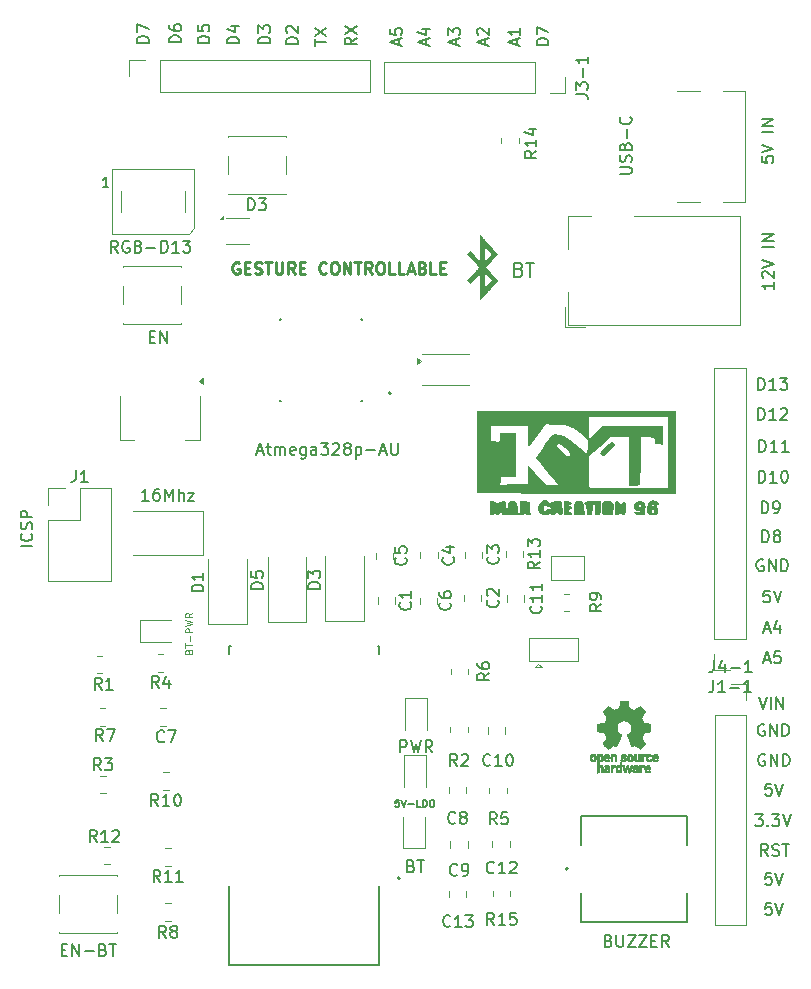
<source format=gbr>
%TF.GenerationSoftware,KiCad,Pcbnew,9.0.2-9.0.2-0~ubuntu22.04.1*%
%TF.CreationDate,2025-06-26T08:40:54+05:30*%
%TF.ProjectId,ARDUNIO_ADV,41524455-4e49-44f5-9f41-44562e6b6963,rev?*%
%TF.SameCoordinates,Original*%
%TF.FileFunction,Legend,Top*%
%TF.FilePolarity,Positive*%
%FSLAX46Y46*%
G04 Gerber Fmt 4.6, Leading zero omitted, Abs format (unit mm)*
G04 Created by KiCad (PCBNEW 9.0.2-9.0.2-0~ubuntu22.04.1) date 2025-06-26 08:40:54*
%MOMM*%
%LPD*%
G01*
G04 APERTURE LIST*
%ADD10C,0.200000*%
%ADD11C,0.250000*%
%ADD12C,0.150000*%
%ADD13C,0.120000*%
%ADD14C,0.010000*%
%ADD15C,0.127000*%
%ADD16C,0.000000*%
G04 APERTURE END LIST*
D10*
X133067219Y-65730326D02*
X132067219Y-65730326D01*
X132067219Y-65730326D02*
X132067219Y-65492231D01*
X132067219Y-65492231D02*
X132114838Y-65349374D01*
X132114838Y-65349374D02*
X132210076Y-65254136D01*
X132210076Y-65254136D02*
X132305314Y-65206517D01*
X132305314Y-65206517D02*
X132495790Y-65158898D01*
X132495790Y-65158898D02*
X132638647Y-65158898D01*
X132638647Y-65158898D02*
X132829123Y-65206517D01*
X132829123Y-65206517D02*
X132924361Y-65254136D01*
X132924361Y-65254136D02*
X133019600Y-65349374D01*
X133019600Y-65349374D02*
X133067219Y-65492231D01*
X133067219Y-65492231D02*
X133067219Y-65730326D01*
X132162457Y-64777945D02*
X132114838Y-64730326D01*
X132114838Y-64730326D02*
X132067219Y-64635088D01*
X132067219Y-64635088D02*
X132067219Y-64396993D01*
X132067219Y-64396993D02*
X132114838Y-64301755D01*
X132114838Y-64301755D02*
X132162457Y-64254136D01*
X132162457Y-64254136D02*
X132257695Y-64206517D01*
X132257695Y-64206517D02*
X132352933Y-64206517D01*
X132352933Y-64206517D02*
X132495790Y-64254136D01*
X132495790Y-64254136D02*
X133067219Y-64825564D01*
X133067219Y-64825564D02*
X133067219Y-64206517D01*
X173145863Y-128367219D02*
X172669673Y-128367219D01*
X172669673Y-128367219D02*
X172622054Y-128843409D01*
X172622054Y-128843409D02*
X172669673Y-128795790D01*
X172669673Y-128795790D02*
X172764911Y-128748171D01*
X172764911Y-128748171D02*
X173003006Y-128748171D01*
X173003006Y-128748171D02*
X173098244Y-128795790D01*
X173098244Y-128795790D02*
X173145863Y-128843409D01*
X173145863Y-128843409D02*
X173193482Y-128938647D01*
X173193482Y-128938647D02*
X173193482Y-129176742D01*
X173193482Y-129176742D02*
X173145863Y-129271980D01*
X173145863Y-129271980D02*
X173098244Y-129319600D01*
X173098244Y-129319600D02*
X173003006Y-129367219D01*
X173003006Y-129367219D02*
X172764911Y-129367219D01*
X172764911Y-129367219D02*
X172669673Y-129319600D01*
X172669673Y-129319600D02*
X172622054Y-129271980D01*
X173479197Y-128367219D02*
X173812530Y-129367219D01*
X173812530Y-129367219D02*
X174145863Y-128367219D01*
X138017219Y-65208898D02*
X137541028Y-65542231D01*
X138017219Y-65780326D02*
X137017219Y-65780326D01*
X137017219Y-65780326D02*
X137017219Y-65399374D01*
X137017219Y-65399374D02*
X137064838Y-65304136D01*
X137064838Y-65304136D02*
X137112457Y-65256517D01*
X137112457Y-65256517D02*
X137207695Y-65208898D01*
X137207695Y-65208898D02*
X137350552Y-65208898D01*
X137350552Y-65208898D02*
X137445790Y-65256517D01*
X137445790Y-65256517D02*
X137493409Y-65304136D01*
X137493409Y-65304136D02*
X137541028Y-65399374D01*
X137541028Y-65399374D02*
X137541028Y-65780326D01*
X137017219Y-64875564D02*
X138017219Y-64208898D01*
X137017219Y-64208898D02*
X138017219Y-64875564D01*
X110567219Y-108244926D02*
X109567219Y-108244926D01*
X110471980Y-107197308D02*
X110519600Y-107244927D01*
X110519600Y-107244927D02*
X110567219Y-107387784D01*
X110567219Y-107387784D02*
X110567219Y-107483022D01*
X110567219Y-107483022D02*
X110519600Y-107625879D01*
X110519600Y-107625879D02*
X110424361Y-107721117D01*
X110424361Y-107721117D02*
X110329123Y-107768736D01*
X110329123Y-107768736D02*
X110138647Y-107816355D01*
X110138647Y-107816355D02*
X109995790Y-107816355D01*
X109995790Y-107816355D02*
X109805314Y-107768736D01*
X109805314Y-107768736D02*
X109710076Y-107721117D01*
X109710076Y-107721117D02*
X109614838Y-107625879D01*
X109614838Y-107625879D02*
X109567219Y-107483022D01*
X109567219Y-107483022D02*
X109567219Y-107387784D01*
X109567219Y-107387784D02*
X109614838Y-107244927D01*
X109614838Y-107244927D02*
X109662457Y-107197308D01*
X110519600Y-106816355D02*
X110567219Y-106673498D01*
X110567219Y-106673498D02*
X110567219Y-106435403D01*
X110567219Y-106435403D02*
X110519600Y-106340165D01*
X110519600Y-106340165D02*
X110471980Y-106292546D01*
X110471980Y-106292546D02*
X110376742Y-106244927D01*
X110376742Y-106244927D02*
X110281504Y-106244927D01*
X110281504Y-106244927D02*
X110186266Y-106292546D01*
X110186266Y-106292546D02*
X110138647Y-106340165D01*
X110138647Y-106340165D02*
X110091028Y-106435403D01*
X110091028Y-106435403D02*
X110043409Y-106625879D01*
X110043409Y-106625879D02*
X109995790Y-106721117D01*
X109995790Y-106721117D02*
X109948171Y-106768736D01*
X109948171Y-106768736D02*
X109852933Y-106816355D01*
X109852933Y-106816355D02*
X109757695Y-106816355D01*
X109757695Y-106816355D02*
X109662457Y-106768736D01*
X109662457Y-106768736D02*
X109614838Y-106721117D01*
X109614838Y-106721117D02*
X109567219Y-106625879D01*
X109567219Y-106625879D02*
X109567219Y-106387784D01*
X109567219Y-106387784D02*
X109614838Y-106244927D01*
X110567219Y-105816355D02*
X109567219Y-105816355D01*
X109567219Y-105816355D02*
X109567219Y-105435403D01*
X109567219Y-105435403D02*
X109614838Y-105340165D01*
X109614838Y-105340165D02*
X109662457Y-105292546D01*
X109662457Y-105292546D02*
X109757695Y-105244927D01*
X109757695Y-105244927D02*
X109900552Y-105244927D01*
X109900552Y-105244927D02*
X109995790Y-105292546D01*
X109995790Y-105292546D02*
X110043409Y-105340165D01*
X110043409Y-105340165D02*
X110091028Y-105435403D01*
X110091028Y-105435403D02*
X110091028Y-105816355D01*
X154267219Y-65830326D02*
X153267219Y-65830326D01*
X153267219Y-65830326D02*
X153267219Y-65592231D01*
X153267219Y-65592231D02*
X153314838Y-65449374D01*
X153314838Y-65449374D02*
X153410076Y-65354136D01*
X153410076Y-65354136D02*
X153505314Y-65306517D01*
X153505314Y-65306517D02*
X153695790Y-65258898D01*
X153695790Y-65258898D02*
X153838647Y-65258898D01*
X153838647Y-65258898D02*
X154029123Y-65306517D01*
X154029123Y-65306517D02*
X154124361Y-65354136D01*
X154124361Y-65354136D02*
X154219600Y-65449374D01*
X154219600Y-65449374D02*
X154267219Y-65592231D01*
X154267219Y-65592231D02*
X154267219Y-65830326D01*
X153267219Y-64925564D02*
X153267219Y-64258898D01*
X153267219Y-64258898D02*
X154267219Y-64687469D01*
X123167219Y-65580326D02*
X122167219Y-65580326D01*
X122167219Y-65580326D02*
X122167219Y-65342231D01*
X122167219Y-65342231D02*
X122214838Y-65199374D01*
X122214838Y-65199374D02*
X122310076Y-65104136D01*
X122310076Y-65104136D02*
X122405314Y-65056517D01*
X122405314Y-65056517D02*
X122595790Y-65008898D01*
X122595790Y-65008898D02*
X122738647Y-65008898D01*
X122738647Y-65008898D02*
X122929123Y-65056517D01*
X122929123Y-65056517D02*
X123024361Y-65104136D01*
X123024361Y-65104136D02*
X123119600Y-65199374D01*
X123119600Y-65199374D02*
X123167219Y-65342231D01*
X123167219Y-65342231D02*
X123167219Y-65580326D01*
X122167219Y-64151755D02*
X122167219Y-64342231D01*
X122167219Y-64342231D02*
X122214838Y-64437469D01*
X122214838Y-64437469D02*
X122262457Y-64485088D01*
X122262457Y-64485088D02*
X122405314Y-64580326D01*
X122405314Y-64580326D02*
X122595790Y-64627945D01*
X122595790Y-64627945D02*
X122976742Y-64627945D01*
X122976742Y-64627945D02*
X123071980Y-64580326D01*
X123071980Y-64580326D02*
X123119600Y-64532707D01*
X123119600Y-64532707D02*
X123167219Y-64437469D01*
X123167219Y-64437469D02*
X123167219Y-64246993D01*
X123167219Y-64246993D02*
X123119600Y-64151755D01*
X123119600Y-64151755D02*
X123071980Y-64104136D01*
X123071980Y-64104136D02*
X122976742Y-64056517D01*
X122976742Y-64056517D02*
X122738647Y-64056517D01*
X122738647Y-64056517D02*
X122643409Y-64104136D01*
X122643409Y-64104136D02*
X122595790Y-64151755D01*
X122595790Y-64151755D02*
X122548171Y-64246993D01*
X122548171Y-64246993D02*
X122548171Y-64437469D01*
X122548171Y-64437469D02*
X122595790Y-64532707D01*
X122595790Y-64532707D02*
X122643409Y-64580326D01*
X122643409Y-64580326D02*
X122738647Y-64627945D01*
X172443482Y-109414838D02*
X172348244Y-109367219D01*
X172348244Y-109367219D02*
X172205387Y-109367219D01*
X172205387Y-109367219D02*
X172062530Y-109414838D01*
X172062530Y-109414838D02*
X171967292Y-109510076D01*
X171967292Y-109510076D02*
X171919673Y-109605314D01*
X171919673Y-109605314D02*
X171872054Y-109795790D01*
X171872054Y-109795790D02*
X171872054Y-109938647D01*
X171872054Y-109938647D02*
X171919673Y-110129123D01*
X171919673Y-110129123D02*
X171967292Y-110224361D01*
X171967292Y-110224361D02*
X172062530Y-110319600D01*
X172062530Y-110319600D02*
X172205387Y-110367219D01*
X172205387Y-110367219D02*
X172300625Y-110367219D01*
X172300625Y-110367219D02*
X172443482Y-110319600D01*
X172443482Y-110319600D02*
X172491101Y-110271980D01*
X172491101Y-110271980D02*
X172491101Y-109938647D01*
X172491101Y-109938647D02*
X172300625Y-109938647D01*
X172919673Y-110367219D02*
X172919673Y-109367219D01*
X172919673Y-109367219D02*
X173491101Y-110367219D01*
X173491101Y-110367219D02*
X173491101Y-109367219D01*
X173967292Y-110367219D02*
X173967292Y-109367219D01*
X173967292Y-109367219D02*
X174205387Y-109367219D01*
X174205387Y-109367219D02*
X174348244Y-109414838D01*
X174348244Y-109414838D02*
X174443482Y-109510076D01*
X174443482Y-109510076D02*
X174491101Y-109605314D01*
X174491101Y-109605314D02*
X174538720Y-109795790D01*
X174538720Y-109795790D02*
X174538720Y-109938647D01*
X174538720Y-109938647D02*
X174491101Y-110129123D01*
X174491101Y-110129123D02*
X174443482Y-110224361D01*
X174443482Y-110224361D02*
X174348244Y-110319600D01*
X174348244Y-110319600D02*
X174205387Y-110367219D01*
X174205387Y-110367219D02*
X173967292Y-110367219D01*
X172317219Y-75254136D02*
X172317219Y-75730326D01*
X172317219Y-75730326D02*
X172793409Y-75777945D01*
X172793409Y-75777945D02*
X172745790Y-75730326D01*
X172745790Y-75730326D02*
X172698171Y-75635088D01*
X172698171Y-75635088D02*
X172698171Y-75396993D01*
X172698171Y-75396993D02*
X172745790Y-75301755D01*
X172745790Y-75301755D02*
X172793409Y-75254136D01*
X172793409Y-75254136D02*
X172888647Y-75206517D01*
X172888647Y-75206517D02*
X173126742Y-75206517D01*
X173126742Y-75206517D02*
X173221980Y-75254136D01*
X173221980Y-75254136D02*
X173269600Y-75301755D01*
X173269600Y-75301755D02*
X173317219Y-75396993D01*
X173317219Y-75396993D02*
X173317219Y-75635088D01*
X173317219Y-75635088D02*
X173269600Y-75730326D01*
X173269600Y-75730326D02*
X173221980Y-75777945D01*
X172317219Y-74920802D02*
X173317219Y-74587469D01*
X173317219Y-74587469D02*
X172317219Y-74254136D01*
X173317219Y-73158897D02*
X172317219Y-73158897D01*
X173317219Y-72682707D02*
X172317219Y-72682707D01*
X172317219Y-72682707D02*
X173317219Y-72111279D01*
X173317219Y-72111279D02*
X172317219Y-72111279D01*
X125567219Y-65630326D02*
X124567219Y-65630326D01*
X124567219Y-65630326D02*
X124567219Y-65392231D01*
X124567219Y-65392231D02*
X124614838Y-65249374D01*
X124614838Y-65249374D02*
X124710076Y-65154136D01*
X124710076Y-65154136D02*
X124805314Y-65106517D01*
X124805314Y-65106517D02*
X124995790Y-65058898D01*
X124995790Y-65058898D02*
X125138647Y-65058898D01*
X125138647Y-65058898D02*
X125329123Y-65106517D01*
X125329123Y-65106517D02*
X125424361Y-65154136D01*
X125424361Y-65154136D02*
X125519600Y-65249374D01*
X125519600Y-65249374D02*
X125567219Y-65392231D01*
X125567219Y-65392231D02*
X125567219Y-65630326D01*
X124567219Y-64154136D02*
X124567219Y-64630326D01*
X124567219Y-64630326D02*
X125043409Y-64677945D01*
X125043409Y-64677945D02*
X124995790Y-64630326D01*
X124995790Y-64630326D02*
X124948171Y-64535088D01*
X124948171Y-64535088D02*
X124948171Y-64296993D01*
X124948171Y-64296993D02*
X124995790Y-64201755D01*
X124995790Y-64201755D02*
X125043409Y-64154136D01*
X125043409Y-64154136D02*
X125138647Y-64106517D01*
X125138647Y-64106517D02*
X125376742Y-64106517D01*
X125376742Y-64106517D02*
X125471980Y-64154136D01*
X125471980Y-64154136D02*
X125519600Y-64201755D01*
X125519600Y-64201755D02*
X125567219Y-64296993D01*
X125567219Y-64296993D02*
X125567219Y-64535088D01*
X125567219Y-64535088D02*
X125519600Y-64630326D01*
X125519600Y-64630326D02*
X125471980Y-64677945D01*
X172593482Y-125914838D02*
X172498244Y-125867219D01*
X172498244Y-125867219D02*
X172355387Y-125867219D01*
X172355387Y-125867219D02*
X172212530Y-125914838D01*
X172212530Y-125914838D02*
X172117292Y-126010076D01*
X172117292Y-126010076D02*
X172069673Y-126105314D01*
X172069673Y-126105314D02*
X172022054Y-126295790D01*
X172022054Y-126295790D02*
X172022054Y-126438647D01*
X172022054Y-126438647D02*
X172069673Y-126629123D01*
X172069673Y-126629123D02*
X172117292Y-126724361D01*
X172117292Y-126724361D02*
X172212530Y-126819600D01*
X172212530Y-126819600D02*
X172355387Y-126867219D01*
X172355387Y-126867219D02*
X172450625Y-126867219D01*
X172450625Y-126867219D02*
X172593482Y-126819600D01*
X172593482Y-126819600D02*
X172641101Y-126771980D01*
X172641101Y-126771980D02*
X172641101Y-126438647D01*
X172641101Y-126438647D02*
X172450625Y-126438647D01*
X173069673Y-126867219D02*
X173069673Y-125867219D01*
X173069673Y-125867219D02*
X173641101Y-126867219D01*
X173641101Y-126867219D02*
X173641101Y-125867219D01*
X174117292Y-126867219D02*
X174117292Y-125867219D01*
X174117292Y-125867219D02*
X174355387Y-125867219D01*
X174355387Y-125867219D02*
X174498244Y-125914838D01*
X174498244Y-125914838D02*
X174593482Y-126010076D01*
X174593482Y-126010076D02*
X174641101Y-126105314D01*
X174641101Y-126105314D02*
X174688720Y-126295790D01*
X174688720Y-126295790D02*
X174688720Y-126438647D01*
X174688720Y-126438647D02*
X174641101Y-126629123D01*
X174641101Y-126629123D02*
X174593482Y-126724361D01*
X174593482Y-126724361D02*
X174498244Y-126819600D01*
X174498244Y-126819600D02*
X174355387Y-126867219D01*
X174355387Y-126867219D02*
X174117292Y-126867219D01*
X172522054Y-115281504D02*
X172998244Y-115281504D01*
X172426816Y-115567219D02*
X172760149Y-114567219D01*
X172760149Y-114567219D02*
X173093482Y-115567219D01*
X173855387Y-114900552D02*
X173855387Y-115567219D01*
X173617292Y-114519600D02*
X173379197Y-115233885D01*
X173379197Y-115233885D02*
X173998244Y-115233885D01*
X172995863Y-112017219D02*
X172519673Y-112017219D01*
X172519673Y-112017219D02*
X172472054Y-112493409D01*
X172472054Y-112493409D02*
X172519673Y-112445790D01*
X172519673Y-112445790D02*
X172614911Y-112398171D01*
X172614911Y-112398171D02*
X172853006Y-112398171D01*
X172853006Y-112398171D02*
X172948244Y-112445790D01*
X172948244Y-112445790D02*
X172995863Y-112493409D01*
X172995863Y-112493409D02*
X173043482Y-112588647D01*
X173043482Y-112588647D02*
X173043482Y-112826742D01*
X173043482Y-112826742D02*
X172995863Y-112921980D01*
X172995863Y-112921980D02*
X172948244Y-112969600D01*
X172948244Y-112969600D02*
X172853006Y-113017219D01*
X172853006Y-113017219D02*
X172614911Y-113017219D01*
X172614911Y-113017219D02*
X172519673Y-112969600D01*
X172519673Y-112969600D02*
X172472054Y-112921980D01*
X173329197Y-112017219D02*
X173662530Y-113017219D01*
X173662530Y-113017219D02*
X173995863Y-112017219D01*
X128067219Y-65680326D02*
X127067219Y-65680326D01*
X127067219Y-65680326D02*
X127067219Y-65442231D01*
X127067219Y-65442231D02*
X127114838Y-65299374D01*
X127114838Y-65299374D02*
X127210076Y-65204136D01*
X127210076Y-65204136D02*
X127305314Y-65156517D01*
X127305314Y-65156517D02*
X127495790Y-65108898D01*
X127495790Y-65108898D02*
X127638647Y-65108898D01*
X127638647Y-65108898D02*
X127829123Y-65156517D01*
X127829123Y-65156517D02*
X127924361Y-65204136D01*
X127924361Y-65204136D02*
X128019600Y-65299374D01*
X128019600Y-65299374D02*
X128067219Y-65442231D01*
X128067219Y-65442231D02*
X128067219Y-65680326D01*
X127400552Y-64251755D02*
X128067219Y-64251755D01*
X127019600Y-64489850D02*
X127733885Y-64727945D01*
X127733885Y-64727945D02*
X127733885Y-64108898D01*
X172069673Y-102867219D02*
X172069673Y-101867219D01*
X172069673Y-101867219D02*
X172307768Y-101867219D01*
X172307768Y-101867219D02*
X172450625Y-101914838D01*
X172450625Y-101914838D02*
X172545863Y-102010076D01*
X172545863Y-102010076D02*
X172593482Y-102105314D01*
X172593482Y-102105314D02*
X172641101Y-102295790D01*
X172641101Y-102295790D02*
X172641101Y-102438647D01*
X172641101Y-102438647D02*
X172593482Y-102629123D01*
X172593482Y-102629123D02*
X172545863Y-102724361D01*
X172545863Y-102724361D02*
X172450625Y-102819600D01*
X172450625Y-102819600D02*
X172307768Y-102867219D01*
X172307768Y-102867219D02*
X172069673Y-102867219D01*
X173593482Y-102867219D02*
X173022054Y-102867219D01*
X173307768Y-102867219D02*
X173307768Y-101867219D01*
X173307768Y-101867219D02*
X173212530Y-102010076D01*
X173212530Y-102010076D02*
X173117292Y-102105314D01*
X173117292Y-102105314D02*
X173022054Y-102152933D01*
X174212530Y-101867219D02*
X174307768Y-101867219D01*
X174307768Y-101867219D02*
X174403006Y-101914838D01*
X174403006Y-101914838D02*
X174450625Y-101962457D01*
X174450625Y-101962457D02*
X174498244Y-102057695D01*
X174498244Y-102057695D02*
X174545863Y-102248171D01*
X174545863Y-102248171D02*
X174545863Y-102486266D01*
X174545863Y-102486266D02*
X174498244Y-102676742D01*
X174498244Y-102676742D02*
X174450625Y-102771980D01*
X174450625Y-102771980D02*
X174403006Y-102819600D01*
X174403006Y-102819600D02*
X174307768Y-102867219D01*
X174307768Y-102867219D02*
X174212530Y-102867219D01*
X174212530Y-102867219D02*
X174117292Y-102819600D01*
X174117292Y-102819600D02*
X174069673Y-102771980D01*
X174069673Y-102771980D02*
X174022054Y-102676742D01*
X174022054Y-102676742D02*
X173974435Y-102486266D01*
X173974435Y-102486266D02*
X173974435Y-102248171D01*
X173974435Y-102248171D02*
X174022054Y-102057695D01*
X174022054Y-102057695D02*
X174069673Y-101962457D01*
X174069673Y-101962457D02*
X174117292Y-101914838D01*
X174117292Y-101914838D02*
X174212530Y-101867219D01*
X172522054Y-117881504D02*
X172998244Y-117881504D01*
X172426816Y-118167219D02*
X172760149Y-117167219D01*
X172760149Y-117167219D02*
X173093482Y-118167219D01*
X173903006Y-117167219D02*
X173426816Y-117167219D01*
X173426816Y-117167219D02*
X173379197Y-117643409D01*
X173379197Y-117643409D02*
X173426816Y-117595790D01*
X173426816Y-117595790D02*
X173522054Y-117548171D01*
X173522054Y-117548171D02*
X173760149Y-117548171D01*
X173760149Y-117548171D02*
X173855387Y-117595790D01*
X173855387Y-117595790D02*
X173903006Y-117643409D01*
X173903006Y-117643409D02*
X173950625Y-117738647D01*
X173950625Y-117738647D02*
X173950625Y-117976742D01*
X173950625Y-117976742D02*
X173903006Y-118071980D01*
X173903006Y-118071980D02*
X173855387Y-118119600D01*
X173855387Y-118119600D02*
X173760149Y-118167219D01*
X173760149Y-118167219D02*
X173522054Y-118167219D01*
X173522054Y-118167219D02*
X173426816Y-118119600D01*
X173426816Y-118119600D02*
X173379197Y-118071980D01*
X143931504Y-65827945D02*
X143931504Y-65351755D01*
X144217219Y-65923183D02*
X143217219Y-65589850D01*
X143217219Y-65589850D02*
X144217219Y-65256517D01*
X143550552Y-64494612D02*
X144217219Y-64494612D01*
X143169600Y-64732707D02*
X143883885Y-64970802D01*
X143883885Y-64970802D02*
X143883885Y-64351755D01*
X130717219Y-65680326D02*
X129717219Y-65680326D01*
X129717219Y-65680326D02*
X129717219Y-65442231D01*
X129717219Y-65442231D02*
X129764838Y-65299374D01*
X129764838Y-65299374D02*
X129860076Y-65204136D01*
X129860076Y-65204136D02*
X129955314Y-65156517D01*
X129955314Y-65156517D02*
X130145790Y-65108898D01*
X130145790Y-65108898D02*
X130288647Y-65108898D01*
X130288647Y-65108898D02*
X130479123Y-65156517D01*
X130479123Y-65156517D02*
X130574361Y-65204136D01*
X130574361Y-65204136D02*
X130669600Y-65299374D01*
X130669600Y-65299374D02*
X130717219Y-65442231D01*
X130717219Y-65442231D02*
X130717219Y-65680326D01*
X129717219Y-64775564D02*
X129717219Y-64156517D01*
X129717219Y-64156517D02*
X130098171Y-64489850D01*
X130098171Y-64489850D02*
X130098171Y-64346993D01*
X130098171Y-64346993D02*
X130145790Y-64251755D01*
X130145790Y-64251755D02*
X130193409Y-64204136D01*
X130193409Y-64204136D02*
X130288647Y-64156517D01*
X130288647Y-64156517D02*
X130526742Y-64156517D01*
X130526742Y-64156517D02*
X130621980Y-64204136D01*
X130621980Y-64204136D02*
X130669600Y-64251755D01*
X130669600Y-64251755D02*
X130717219Y-64346993D01*
X130717219Y-64346993D02*
X130717219Y-64632707D01*
X130717219Y-64632707D02*
X130669600Y-64727945D01*
X130669600Y-64727945D02*
X130621980Y-64775564D01*
X148931504Y-65827945D02*
X148931504Y-65351755D01*
X149217219Y-65923183D02*
X148217219Y-65589850D01*
X148217219Y-65589850D02*
X149217219Y-65256517D01*
X148312457Y-64970802D02*
X148264838Y-64923183D01*
X148264838Y-64923183D02*
X148217219Y-64827945D01*
X148217219Y-64827945D02*
X148217219Y-64589850D01*
X148217219Y-64589850D02*
X148264838Y-64494612D01*
X148264838Y-64494612D02*
X148312457Y-64446993D01*
X148312457Y-64446993D02*
X148407695Y-64399374D01*
X148407695Y-64399374D02*
X148502933Y-64399374D01*
X148502933Y-64399374D02*
X148645790Y-64446993D01*
X148645790Y-64446993D02*
X149217219Y-65018421D01*
X149217219Y-65018421D02*
X149217219Y-64399374D01*
X172019673Y-97567219D02*
X172019673Y-96567219D01*
X172019673Y-96567219D02*
X172257768Y-96567219D01*
X172257768Y-96567219D02*
X172400625Y-96614838D01*
X172400625Y-96614838D02*
X172495863Y-96710076D01*
X172495863Y-96710076D02*
X172543482Y-96805314D01*
X172543482Y-96805314D02*
X172591101Y-96995790D01*
X172591101Y-96995790D02*
X172591101Y-97138647D01*
X172591101Y-97138647D02*
X172543482Y-97329123D01*
X172543482Y-97329123D02*
X172495863Y-97424361D01*
X172495863Y-97424361D02*
X172400625Y-97519600D01*
X172400625Y-97519600D02*
X172257768Y-97567219D01*
X172257768Y-97567219D02*
X172019673Y-97567219D01*
X173543482Y-97567219D02*
X172972054Y-97567219D01*
X173257768Y-97567219D02*
X173257768Y-96567219D01*
X173257768Y-96567219D02*
X173162530Y-96710076D01*
X173162530Y-96710076D02*
X173067292Y-96805314D01*
X173067292Y-96805314D02*
X172972054Y-96852933D01*
X173924435Y-96662457D02*
X173972054Y-96614838D01*
X173972054Y-96614838D02*
X174067292Y-96567219D01*
X174067292Y-96567219D02*
X174305387Y-96567219D01*
X174305387Y-96567219D02*
X174400625Y-96614838D01*
X174400625Y-96614838D02*
X174448244Y-96662457D01*
X174448244Y-96662457D02*
X174495863Y-96757695D01*
X174495863Y-96757695D02*
X174495863Y-96852933D01*
X174495863Y-96852933D02*
X174448244Y-96995790D01*
X174448244Y-96995790D02*
X173876816Y-97567219D01*
X173876816Y-97567219D02*
X174495863Y-97567219D01*
X172543482Y-123364838D02*
X172448244Y-123317219D01*
X172448244Y-123317219D02*
X172305387Y-123317219D01*
X172305387Y-123317219D02*
X172162530Y-123364838D01*
X172162530Y-123364838D02*
X172067292Y-123460076D01*
X172067292Y-123460076D02*
X172019673Y-123555314D01*
X172019673Y-123555314D02*
X171972054Y-123745790D01*
X171972054Y-123745790D02*
X171972054Y-123888647D01*
X171972054Y-123888647D02*
X172019673Y-124079123D01*
X172019673Y-124079123D02*
X172067292Y-124174361D01*
X172067292Y-124174361D02*
X172162530Y-124269600D01*
X172162530Y-124269600D02*
X172305387Y-124317219D01*
X172305387Y-124317219D02*
X172400625Y-124317219D01*
X172400625Y-124317219D02*
X172543482Y-124269600D01*
X172543482Y-124269600D02*
X172591101Y-124221980D01*
X172591101Y-124221980D02*
X172591101Y-123888647D01*
X172591101Y-123888647D02*
X172400625Y-123888647D01*
X173019673Y-124317219D02*
X173019673Y-123317219D01*
X173019673Y-123317219D02*
X173591101Y-124317219D01*
X173591101Y-124317219D02*
X173591101Y-123317219D01*
X174067292Y-124317219D02*
X174067292Y-123317219D01*
X174067292Y-123317219D02*
X174305387Y-123317219D01*
X174305387Y-123317219D02*
X174448244Y-123364838D01*
X174448244Y-123364838D02*
X174543482Y-123460076D01*
X174543482Y-123460076D02*
X174591101Y-123555314D01*
X174591101Y-123555314D02*
X174638720Y-123745790D01*
X174638720Y-123745790D02*
X174638720Y-123888647D01*
X174638720Y-123888647D02*
X174591101Y-124079123D01*
X174591101Y-124079123D02*
X174543482Y-124174361D01*
X174543482Y-124174361D02*
X174448244Y-124269600D01*
X174448244Y-124269600D02*
X174305387Y-124317219D01*
X174305387Y-124317219D02*
X174067292Y-124317219D01*
X173145863Y-135917219D02*
X172669673Y-135917219D01*
X172669673Y-135917219D02*
X172622054Y-136393409D01*
X172622054Y-136393409D02*
X172669673Y-136345790D01*
X172669673Y-136345790D02*
X172764911Y-136298171D01*
X172764911Y-136298171D02*
X173003006Y-136298171D01*
X173003006Y-136298171D02*
X173098244Y-136345790D01*
X173098244Y-136345790D02*
X173145863Y-136393409D01*
X173145863Y-136393409D02*
X173193482Y-136488647D01*
X173193482Y-136488647D02*
X173193482Y-136726742D01*
X173193482Y-136726742D02*
X173145863Y-136821980D01*
X173145863Y-136821980D02*
X173098244Y-136869600D01*
X173098244Y-136869600D02*
X173003006Y-136917219D01*
X173003006Y-136917219D02*
X172764911Y-136917219D01*
X172764911Y-136917219D02*
X172669673Y-136869600D01*
X172669673Y-136869600D02*
X172622054Y-136821980D01*
X173479197Y-135917219D02*
X173812530Y-136917219D01*
X173812530Y-136917219D02*
X174145863Y-135917219D01*
X173145863Y-138467219D02*
X172669673Y-138467219D01*
X172669673Y-138467219D02*
X172622054Y-138943409D01*
X172622054Y-138943409D02*
X172669673Y-138895790D01*
X172669673Y-138895790D02*
X172764911Y-138848171D01*
X172764911Y-138848171D02*
X173003006Y-138848171D01*
X173003006Y-138848171D02*
X173098244Y-138895790D01*
X173098244Y-138895790D02*
X173145863Y-138943409D01*
X173145863Y-138943409D02*
X173193482Y-139038647D01*
X173193482Y-139038647D02*
X173193482Y-139276742D01*
X173193482Y-139276742D02*
X173145863Y-139371980D01*
X173145863Y-139371980D02*
X173098244Y-139419600D01*
X173098244Y-139419600D02*
X173003006Y-139467219D01*
X173003006Y-139467219D02*
X172764911Y-139467219D01*
X172764911Y-139467219D02*
X172669673Y-139419600D01*
X172669673Y-139419600D02*
X172622054Y-139371980D01*
X173479197Y-138467219D02*
X173812530Y-139467219D01*
X173812530Y-139467219D02*
X174145863Y-138467219D01*
X151767292Y-84814171D02*
X151938720Y-84871314D01*
X151938720Y-84871314D02*
X151995863Y-84928457D01*
X151995863Y-84928457D02*
X152053006Y-85042742D01*
X152053006Y-85042742D02*
X152053006Y-85214171D01*
X152053006Y-85214171D02*
X151995863Y-85328457D01*
X151995863Y-85328457D02*
X151938720Y-85385600D01*
X151938720Y-85385600D02*
X151824435Y-85442742D01*
X151824435Y-85442742D02*
X151367292Y-85442742D01*
X151367292Y-85442742D02*
X151367292Y-84242742D01*
X151367292Y-84242742D02*
X151767292Y-84242742D01*
X151767292Y-84242742D02*
X151881578Y-84299885D01*
X151881578Y-84299885D02*
X151938720Y-84357028D01*
X151938720Y-84357028D02*
X151995863Y-84471314D01*
X151995863Y-84471314D02*
X151995863Y-84585600D01*
X151995863Y-84585600D02*
X151938720Y-84699885D01*
X151938720Y-84699885D02*
X151881578Y-84757028D01*
X151881578Y-84757028D02*
X151767292Y-84814171D01*
X151767292Y-84814171D02*
X151367292Y-84814171D01*
X152395863Y-84242742D02*
X153081578Y-84242742D01*
X152738720Y-85442742D02*
X152738720Y-84242742D01*
X171774435Y-130967219D02*
X172393482Y-130967219D01*
X172393482Y-130967219D02*
X172060149Y-131348171D01*
X172060149Y-131348171D02*
X172203006Y-131348171D01*
X172203006Y-131348171D02*
X172298244Y-131395790D01*
X172298244Y-131395790D02*
X172345863Y-131443409D01*
X172345863Y-131443409D02*
X172393482Y-131538647D01*
X172393482Y-131538647D02*
X172393482Y-131776742D01*
X172393482Y-131776742D02*
X172345863Y-131871980D01*
X172345863Y-131871980D02*
X172298244Y-131919600D01*
X172298244Y-131919600D02*
X172203006Y-131967219D01*
X172203006Y-131967219D02*
X171917292Y-131967219D01*
X171917292Y-131967219D02*
X171822054Y-131919600D01*
X171822054Y-131919600D02*
X171774435Y-131871980D01*
X172822054Y-131871980D02*
X172869673Y-131919600D01*
X172869673Y-131919600D02*
X172822054Y-131967219D01*
X172822054Y-131967219D02*
X172774435Y-131919600D01*
X172774435Y-131919600D02*
X172822054Y-131871980D01*
X172822054Y-131871980D02*
X172822054Y-131967219D01*
X173203006Y-130967219D02*
X173822053Y-130967219D01*
X173822053Y-130967219D02*
X173488720Y-131348171D01*
X173488720Y-131348171D02*
X173631577Y-131348171D01*
X173631577Y-131348171D02*
X173726815Y-131395790D01*
X173726815Y-131395790D02*
X173774434Y-131443409D01*
X173774434Y-131443409D02*
X173822053Y-131538647D01*
X173822053Y-131538647D02*
X173822053Y-131776742D01*
X173822053Y-131776742D02*
X173774434Y-131871980D01*
X173774434Y-131871980D02*
X173726815Y-131919600D01*
X173726815Y-131919600D02*
X173631577Y-131967219D01*
X173631577Y-131967219D02*
X173345863Y-131967219D01*
X173345863Y-131967219D02*
X173250625Y-131919600D01*
X173250625Y-131919600D02*
X173203006Y-131871980D01*
X174107768Y-130967219D02*
X174441101Y-131967219D01*
X174441101Y-131967219D02*
X174774434Y-130967219D01*
X172369673Y-107917219D02*
X172369673Y-106917219D01*
X172369673Y-106917219D02*
X172607768Y-106917219D01*
X172607768Y-106917219D02*
X172750625Y-106964838D01*
X172750625Y-106964838D02*
X172845863Y-107060076D01*
X172845863Y-107060076D02*
X172893482Y-107155314D01*
X172893482Y-107155314D02*
X172941101Y-107345790D01*
X172941101Y-107345790D02*
X172941101Y-107488647D01*
X172941101Y-107488647D02*
X172893482Y-107679123D01*
X172893482Y-107679123D02*
X172845863Y-107774361D01*
X172845863Y-107774361D02*
X172750625Y-107869600D01*
X172750625Y-107869600D02*
X172607768Y-107917219D01*
X172607768Y-107917219D02*
X172369673Y-107917219D01*
X173512530Y-107345790D02*
X173417292Y-107298171D01*
X173417292Y-107298171D02*
X173369673Y-107250552D01*
X173369673Y-107250552D02*
X173322054Y-107155314D01*
X173322054Y-107155314D02*
X173322054Y-107107695D01*
X173322054Y-107107695D02*
X173369673Y-107012457D01*
X173369673Y-107012457D02*
X173417292Y-106964838D01*
X173417292Y-106964838D02*
X173512530Y-106917219D01*
X173512530Y-106917219D02*
X173703006Y-106917219D01*
X173703006Y-106917219D02*
X173798244Y-106964838D01*
X173798244Y-106964838D02*
X173845863Y-107012457D01*
X173845863Y-107012457D02*
X173893482Y-107107695D01*
X173893482Y-107107695D02*
X173893482Y-107155314D01*
X173893482Y-107155314D02*
X173845863Y-107250552D01*
X173845863Y-107250552D02*
X173798244Y-107298171D01*
X173798244Y-107298171D02*
X173703006Y-107345790D01*
X173703006Y-107345790D02*
X173512530Y-107345790D01*
X173512530Y-107345790D02*
X173417292Y-107393409D01*
X173417292Y-107393409D02*
X173369673Y-107441028D01*
X173369673Y-107441028D02*
X173322054Y-107536266D01*
X173322054Y-107536266D02*
X173322054Y-107726742D01*
X173322054Y-107726742D02*
X173369673Y-107821980D01*
X173369673Y-107821980D02*
X173417292Y-107869600D01*
X173417292Y-107869600D02*
X173512530Y-107917219D01*
X173512530Y-107917219D02*
X173703006Y-107917219D01*
X173703006Y-107917219D02*
X173798244Y-107869600D01*
X173798244Y-107869600D02*
X173845863Y-107821980D01*
X173845863Y-107821980D02*
X173893482Y-107726742D01*
X173893482Y-107726742D02*
X173893482Y-107536266D01*
X173893482Y-107536266D02*
X173845863Y-107441028D01*
X173845863Y-107441028D02*
X173798244Y-107393409D01*
X173798244Y-107393409D02*
X173703006Y-107345790D01*
X172076816Y-121067219D02*
X172410149Y-122067219D01*
X172410149Y-122067219D02*
X172743482Y-121067219D01*
X173076816Y-122067219D02*
X173076816Y-121067219D01*
X173553006Y-122067219D02*
X173553006Y-121067219D01*
X173553006Y-121067219D02*
X174124434Y-122067219D01*
X174124434Y-122067219D02*
X174124434Y-121067219D01*
X151581504Y-65827945D02*
X151581504Y-65351755D01*
X151867219Y-65923183D02*
X150867219Y-65589850D01*
X150867219Y-65589850D02*
X151867219Y-65256517D01*
X151867219Y-64399374D02*
X151867219Y-64970802D01*
X151867219Y-64685088D02*
X150867219Y-64685088D01*
X150867219Y-64685088D02*
X151010076Y-64780326D01*
X151010076Y-64780326D02*
X151105314Y-64875564D01*
X151105314Y-64875564D02*
X151152933Y-64970802D01*
X172019673Y-95017219D02*
X172019673Y-94017219D01*
X172019673Y-94017219D02*
X172257768Y-94017219D01*
X172257768Y-94017219D02*
X172400625Y-94064838D01*
X172400625Y-94064838D02*
X172495863Y-94160076D01*
X172495863Y-94160076D02*
X172543482Y-94255314D01*
X172543482Y-94255314D02*
X172591101Y-94445790D01*
X172591101Y-94445790D02*
X172591101Y-94588647D01*
X172591101Y-94588647D02*
X172543482Y-94779123D01*
X172543482Y-94779123D02*
X172495863Y-94874361D01*
X172495863Y-94874361D02*
X172400625Y-94969600D01*
X172400625Y-94969600D02*
X172257768Y-95017219D01*
X172257768Y-95017219D02*
X172019673Y-95017219D01*
X173543482Y-95017219D02*
X172972054Y-95017219D01*
X173257768Y-95017219D02*
X173257768Y-94017219D01*
X173257768Y-94017219D02*
X173162530Y-94160076D01*
X173162530Y-94160076D02*
X173067292Y-94255314D01*
X173067292Y-94255314D02*
X172972054Y-94302933D01*
X173876816Y-94017219D02*
X174495863Y-94017219D01*
X174495863Y-94017219D02*
X174162530Y-94398171D01*
X174162530Y-94398171D02*
X174305387Y-94398171D01*
X174305387Y-94398171D02*
X174400625Y-94445790D01*
X174400625Y-94445790D02*
X174448244Y-94493409D01*
X174448244Y-94493409D02*
X174495863Y-94588647D01*
X174495863Y-94588647D02*
X174495863Y-94826742D01*
X174495863Y-94826742D02*
X174448244Y-94921980D01*
X174448244Y-94921980D02*
X174400625Y-94969600D01*
X174400625Y-94969600D02*
X174305387Y-95017219D01*
X174305387Y-95017219D02*
X174019673Y-95017219D01*
X174019673Y-95017219D02*
X173924435Y-94969600D01*
X173924435Y-94969600D02*
X173876816Y-94921980D01*
X172119673Y-100267219D02*
X172119673Y-99267219D01*
X172119673Y-99267219D02*
X172357768Y-99267219D01*
X172357768Y-99267219D02*
X172500625Y-99314838D01*
X172500625Y-99314838D02*
X172595863Y-99410076D01*
X172595863Y-99410076D02*
X172643482Y-99505314D01*
X172643482Y-99505314D02*
X172691101Y-99695790D01*
X172691101Y-99695790D02*
X172691101Y-99838647D01*
X172691101Y-99838647D02*
X172643482Y-100029123D01*
X172643482Y-100029123D02*
X172595863Y-100124361D01*
X172595863Y-100124361D02*
X172500625Y-100219600D01*
X172500625Y-100219600D02*
X172357768Y-100267219D01*
X172357768Y-100267219D02*
X172119673Y-100267219D01*
X173643482Y-100267219D02*
X173072054Y-100267219D01*
X173357768Y-100267219D02*
X173357768Y-99267219D01*
X173357768Y-99267219D02*
X173262530Y-99410076D01*
X173262530Y-99410076D02*
X173167292Y-99505314D01*
X173167292Y-99505314D02*
X173072054Y-99552933D01*
X174595863Y-100267219D02*
X174024435Y-100267219D01*
X174310149Y-100267219D02*
X174310149Y-99267219D01*
X174310149Y-99267219D02*
X174214911Y-99410076D01*
X174214911Y-99410076D02*
X174119673Y-99505314D01*
X174119673Y-99505314D02*
X174024435Y-99552933D01*
X141581504Y-65827945D02*
X141581504Y-65351755D01*
X141867219Y-65923183D02*
X140867219Y-65589850D01*
X140867219Y-65589850D02*
X141867219Y-65256517D01*
X140867219Y-64446993D02*
X140867219Y-64923183D01*
X140867219Y-64923183D02*
X141343409Y-64970802D01*
X141343409Y-64970802D02*
X141295790Y-64923183D01*
X141295790Y-64923183D02*
X141248171Y-64827945D01*
X141248171Y-64827945D02*
X141248171Y-64589850D01*
X141248171Y-64589850D02*
X141295790Y-64494612D01*
X141295790Y-64494612D02*
X141343409Y-64446993D01*
X141343409Y-64446993D02*
X141438647Y-64399374D01*
X141438647Y-64399374D02*
X141676742Y-64399374D01*
X141676742Y-64399374D02*
X141771980Y-64446993D01*
X141771980Y-64446993D02*
X141819600Y-64494612D01*
X141819600Y-64494612D02*
X141867219Y-64589850D01*
X141867219Y-64589850D02*
X141867219Y-64827945D01*
X141867219Y-64827945D02*
X141819600Y-64923183D01*
X141819600Y-64923183D02*
X141771980Y-64970802D01*
X120417219Y-65630326D02*
X119417219Y-65630326D01*
X119417219Y-65630326D02*
X119417219Y-65392231D01*
X119417219Y-65392231D02*
X119464838Y-65249374D01*
X119464838Y-65249374D02*
X119560076Y-65154136D01*
X119560076Y-65154136D02*
X119655314Y-65106517D01*
X119655314Y-65106517D02*
X119845790Y-65058898D01*
X119845790Y-65058898D02*
X119988647Y-65058898D01*
X119988647Y-65058898D02*
X120179123Y-65106517D01*
X120179123Y-65106517D02*
X120274361Y-65154136D01*
X120274361Y-65154136D02*
X120369600Y-65249374D01*
X120369600Y-65249374D02*
X120417219Y-65392231D01*
X120417219Y-65392231D02*
X120417219Y-65630326D01*
X119417219Y-64725564D02*
X119417219Y-64058898D01*
X119417219Y-64058898D02*
X120417219Y-64487469D01*
X172319673Y-105467219D02*
X172319673Y-104467219D01*
X172319673Y-104467219D02*
X172557768Y-104467219D01*
X172557768Y-104467219D02*
X172700625Y-104514838D01*
X172700625Y-104514838D02*
X172795863Y-104610076D01*
X172795863Y-104610076D02*
X172843482Y-104705314D01*
X172843482Y-104705314D02*
X172891101Y-104895790D01*
X172891101Y-104895790D02*
X172891101Y-105038647D01*
X172891101Y-105038647D02*
X172843482Y-105229123D01*
X172843482Y-105229123D02*
X172795863Y-105324361D01*
X172795863Y-105324361D02*
X172700625Y-105419600D01*
X172700625Y-105419600D02*
X172557768Y-105467219D01*
X172557768Y-105467219D02*
X172319673Y-105467219D01*
X173367292Y-105467219D02*
X173557768Y-105467219D01*
X173557768Y-105467219D02*
X173653006Y-105419600D01*
X173653006Y-105419600D02*
X173700625Y-105371980D01*
X173700625Y-105371980D02*
X173795863Y-105229123D01*
X173795863Y-105229123D02*
X173843482Y-105038647D01*
X173843482Y-105038647D02*
X173843482Y-104657695D01*
X173843482Y-104657695D02*
X173795863Y-104562457D01*
X173795863Y-104562457D02*
X173748244Y-104514838D01*
X173748244Y-104514838D02*
X173653006Y-104467219D01*
X173653006Y-104467219D02*
X173462530Y-104467219D01*
X173462530Y-104467219D02*
X173367292Y-104514838D01*
X173367292Y-104514838D02*
X173319673Y-104562457D01*
X173319673Y-104562457D02*
X173272054Y-104657695D01*
X173272054Y-104657695D02*
X173272054Y-104895790D01*
X173272054Y-104895790D02*
X173319673Y-104991028D01*
X173319673Y-104991028D02*
X173367292Y-105038647D01*
X173367292Y-105038647D02*
X173462530Y-105086266D01*
X173462530Y-105086266D02*
X173653006Y-105086266D01*
X173653006Y-105086266D02*
X173748244Y-105038647D01*
X173748244Y-105038647D02*
X173795863Y-104991028D01*
X173795863Y-104991028D02*
X173843482Y-104895790D01*
X129622054Y-100231504D02*
X130098244Y-100231504D01*
X129526816Y-100517219D02*
X129860149Y-99517219D01*
X129860149Y-99517219D02*
X130193482Y-100517219D01*
X130383959Y-99850552D02*
X130764911Y-99850552D01*
X130526816Y-99517219D02*
X130526816Y-100374361D01*
X130526816Y-100374361D02*
X130574435Y-100469600D01*
X130574435Y-100469600D02*
X130669673Y-100517219D01*
X130669673Y-100517219D02*
X130764911Y-100517219D01*
X131098245Y-100517219D02*
X131098245Y-99850552D01*
X131098245Y-99945790D02*
X131145864Y-99898171D01*
X131145864Y-99898171D02*
X131241102Y-99850552D01*
X131241102Y-99850552D02*
X131383959Y-99850552D01*
X131383959Y-99850552D02*
X131479197Y-99898171D01*
X131479197Y-99898171D02*
X131526816Y-99993409D01*
X131526816Y-99993409D02*
X131526816Y-100517219D01*
X131526816Y-99993409D02*
X131574435Y-99898171D01*
X131574435Y-99898171D02*
X131669673Y-99850552D01*
X131669673Y-99850552D02*
X131812530Y-99850552D01*
X131812530Y-99850552D02*
X131907769Y-99898171D01*
X131907769Y-99898171D02*
X131955388Y-99993409D01*
X131955388Y-99993409D02*
X131955388Y-100517219D01*
X132812530Y-100469600D02*
X132717292Y-100517219D01*
X132717292Y-100517219D02*
X132526816Y-100517219D01*
X132526816Y-100517219D02*
X132431578Y-100469600D01*
X132431578Y-100469600D02*
X132383959Y-100374361D01*
X132383959Y-100374361D02*
X132383959Y-99993409D01*
X132383959Y-99993409D02*
X132431578Y-99898171D01*
X132431578Y-99898171D02*
X132526816Y-99850552D01*
X132526816Y-99850552D02*
X132717292Y-99850552D01*
X132717292Y-99850552D02*
X132812530Y-99898171D01*
X132812530Y-99898171D02*
X132860149Y-99993409D01*
X132860149Y-99993409D02*
X132860149Y-100088647D01*
X132860149Y-100088647D02*
X132383959Y-100183885D01*
X133717292Y-99850552D02*
X133717292Y-100660076D01*
X133717292Y-100660076D02*
X133669673Y-100755314D01*
X133669673Y-100755314D02*
X133622054Y-100802933D01*
X133622054Y-100802933D02*
X133526816Y-100850552D01*
X133526816Y-100850552D02*
X133383959Y-100850552D01*
X133383959Y-100850552D02*
X133288721Y-100802933D01*
X133717292Y-100469600D02*
X133622054Y-100517219D01*
X133622054Y-100517219D02*
X133431578Y-100517219D01*
X133431578Y-100517219D02*
X133336340Y-100469600D01*
X133336340Y-100469600D02*
X133288721Y-100421980D01*
X133288721Y-100421980D02*
X133241102Y-100326742D01*
X133241102Y-100326742D02*
X133241102Y-100041028D01*
X133241102Y-100041028D02*
X133288721Y-99945790D01*
X133288721Y-99945790D02*
X133336340Y-99898171D01*
X133336340Y-99898171D02*
X133431578Y-99850552D01*
X133431578Y-99850552D02*
X133622054Y-99850552D01*
X133622054Y-99850552D02*
X133717292Y-99898171D01*
X134622054Y-100517219D02*
X134622054Y-99993409D01*
X134622054Y-99993409D02*
X134574435Y-99898171D01*
X134574435Y-99898171D02*
X134479197Y-99850552D01*
X134479197Y-99850552D02*
X134288721Y-99850552D01*
X134288721Y-99850552D02*
X134193483Y-99898171D01*
X134622054Y-100469600D02*
X134526816Y-100517219D01*
X134526816Y-100517219D02*
X134288721Y-100517219D01*
X134288721Y-100517219D02*
X134193483Y-100469600D01*
X134193483Y-100469600D02*
X134145864Y-100374361D01*
X134145864Y-100374361D02*
X134145864Y-100279123D01*
X134145864Y-100279123D02*
X134193483Y-100183885D01*
X134193483Y-100183885D02*
X134288721Y-100136266D01*
X134288721Y-100136266D02*
X134526816Y-100136266D01*
X134526816Y-100136266D02*
X134622054Y-100088647D01*
X135003007Y-99517219D02*
X135622054Y-99517219D01*
X135622054Y-99517219D02*
X135288721Y-99898171D01*
X135288721Y-99898171D02*
X135431578Y-99898171D01*
X135431578Y-99898171D02*
X135526816Y-99945790D01*
X135526816Y-99945790D02*
X135574435Y-99993409D01*
X135574435Y-99993409D02*
X135622054Y-100088647D01*
X135622054Y-100088647D02*
X135622054Y-100326742D01*
X135622054Y-100326742D02*
X135574435Y-100421980D01*
X135574435Y-100421980D02*
X135526816Y-100469600D01*
X135526816Y-100469600D02*
X135431578Y-100517219D01*
X135431578Y-100517219D02*
X135145864Y-100517219D01*
X135145864Y-100517219D02*
X135050626Y-100469600D01*
X135050626Y-100469600D02*
X135003007Y-100421980D01*
X136003007Y-99612457D02*
X136050626Y-99564838D01*
X136050626Y-99564838D02*
X136145864Y-99517219D01*
X136145864Y-99517219D02*
X136383959Y-99517219D01*
X136383959Y-99517219D02*
X136479197Y-99564838D01*
X136479197Y-99564838D02*
X136526816Y-99612457D01*
X136526816Y-99612457D02*
X136574435Y-99707695D01*
X136574435Y-99707695D02*
X136574435Y-99802933D01*
X136574435Y-99802933D02*
X136526816Y-99945790D01*
X136526816Y-99945790D02*
X135955388Y-100517219D01*
X135955388Y-100517219D02*
X136574435Y-100517219D01*
X137145864Y-99945790D02*
X137050626Y-99898171D01*
X137050626Y-99898171D02*
X137003007Y-99850552D01*
X137003007Y-99850552D02*
X136955388Y-99755314D01*
X136955388Y-99755314D02*
X136955388Y-99707695D01*
X136955388Y-99707695D02*
X137003007Y-99612457D01*
X137003007Y-99612457D02*
X137050626Y-99564838D01*
X137050626Y-99564838D02*
X137145864Y-99517219D01*
X137145864Y-99517219D02*
X137336340Y-99517219D01*
X137336340Y-99517219D02*
X137431578Y-99564838D01*
X137431578Y-99564838D02*
X137479197Y-99612457D01*
X137479197Y-99612457D02*
X137526816Y-99707695D01*
X137526816Y-99707695D02*
X137526816Y-99755314D01*
X137526816Y-99755314D02*
X137479197Y-99850552D01*
X137479197Y-99850552D02*
X137431578Y-99898171D01*
X137431578Y-99898171D02*
X137336340Y-99945790D01*
X137336340Y-99945790D02*
X137145864Y-99945790D01*
X137145864Y-99945790D02*
X137050626Y-99993409D01*
X137050626Y-99993409D02*
X137003007Y-100041028D01*
X137003007Y-100041028D02*
X136955388Y-100136266D01*
X136955388Y-100136266D02*
X136955388Y-100326742D01*
X136955388Y-100326742D02*
X137003007Y-100421980D01*
X137003007Y-100421980D02*
X137050626Y-100469600D01*
X137050626Y-100469600D02*
X137145864Y-100517219D01*
X137145864Y-100517219D02*
X137336340Y-100517219D01*
X137336340Y-100517219D02*
X137431578Y-100469600D01*
X137431578Y-100469600D02*
X137479197Y-100421980D01*
X137479197Y-100421980D02*
X137526816Y-100326742D01*
X137526816Y-100326742D02*
X137526816Y-100136266D01*
X137526816Y-100136266D02*
X137479197Y-100041028D01*
X137479197Y-100041028D02*
X137431578Y-99993409D01*
X137431578Y-99993409D02*
X137336340Y-99945790D01*
X137955388Y-99850552D02*
X137955388Y-100850552D01*
X137955388Y-99898171D02*
X138050626Y-99850552D01*
X138050626Y-99850552D02*
X138241102Y-99850552D01*
X138241102Y-99850552D02*
X138336340Y-99898171D01*
X138336340Y-99898171D02*
X138383959Y-99945790D01*
X138383959Y-99945790D02*
X138431578Y-100041028D01*
X138431578Y-100041028D02*
X138431578Y-100326742D01*
X138431578Y-100326742D02*
X138383959Y-100421980D01*
X138383959Y-100421980D02*
X138336340Y-100469600D01*
X138336340Y-100469600D02*
X138241102Y-100517219D01*
X138241102Y-100517219D02*
X138050626Y-100517219D01*
X138050626Y-100517219D02*
X137955388Y-100469600D01*
X138860150Y-100136266D02*
X139622055Y-100136266D01*
X140050626Y-100231504D02*
X140526816Y-100231504D01*
X139955388Y-100517219D02*
X140288721Y-99517219D01*
X140288721Y-99517219D02*
X140622054Y-100517219D01*
X140955388Y-99517219D02*
X140955388Y-100326742D01*
X140955388Y-100326742D02*
X141003007Y-100421980D01*
X141003007Y-100421980D02*
X141050626Y-100469600D01*
X141050626Y-100469600D02*
X141145864Y-100517219D01*
X141145864Y-100517219D02*
X141336340Y-100517219D01*
X141336340Y-100517219D02*
X141431578Y-100469600D01*
X141431578Y-100469600D02*
X141479197Y-100421980D01*
X141479197Y-100421980D02*
X141526816Y-100326742D01*
X141526816Y-100326742D02*
X141526816Y-99517219D01*
X159353006Y-141643409D02*
X159495863Y-141691028D01*
X159495863Y-141691028D02*
X159543482Y-141738647D01*
X159543482Y-141738647D02*
X159591101Y-141833885D01*
X159591101Y-141833885D02*
X159591101Y-141976742D01*
X159591101Y-141976742D02*
X159543482Y-142071980D01*
X159543482Y-142071980D02*
X159495863Y-142119600D01*
X159495863Y-142119600D02*
X159400625Y-142167219D01*
X159400625Y-142167219D02*
X159019673Y-142167219D01*
X159019673Y-142167219D02*
X159019673Y-141167219D01*
X159019673Y-141167219D02*
X159353006Y-141167219D01*
X159353006Y-141167219D02*
X159448244Y-141214838D01*
X159448244Y-141214838D02*
X159495863Y-141262457D01*
X159495863Y-141262457D02*
X159543482Y-141357695D01*
X159543482Y-141357695D02*
X159543482Y-141452933D01*
X159543482Y-141452933D02*
X159495863Y-141548171D01*
X159495863Y-141548171D02*
X159448244Y-141595790D01*
X159448244Y-141595790D02*
X159353006Y-141643409D01*
X159353006Y-141643409D02*
X159019673Y-141643409D01*
X160019673Y-141167219D02*
X160019673Y-141976742D01*
X160019673Y-141976742D02*
X160067292Y-142071980D01*
X160067292Y-142071980D02*
X160114911Y-142119600D01*
X160114911Y-142119600D02*
X160210149Y-142167219D01*
X160210149Y-142167219D02*
X160400625Y-142167219D01*
X160400625Y-142167219D02*
X160495863Y-142119600D01*
X160495863Y-142119600D02*
X160543482Y-142071980D01*
X160543482Y-142071980D02*
X160591101Y-141976742D01*
X160591101Y-141976742D02*
X160591101Y-141167219D01*
X160972054Y-141167219D02*
X161638720Y-141167219D01*
X161638720Y-141167219D02*
X160972054Y-142167219D01*
X160972054Y-142167219D02*
X161638720Y-142167219D01*
X161924435Y-141167219D02*
X162591101Y-141167219D01*
X162591101Y-141167219D02*
X161924435Y-142167219D01*
X161924435Y-142167219D02*
X162591101Y-142167219D01*
X162972054Y-141643409D02*
X163305387Y-141643409D01*
X163448244Y-142167219D02*
X162972054Y-142167219D01*
X162972054Y-142167219D02*
X162972054Y-141167219D01*
X162972054Y-141167219D02*
X163448244Y-141167219D01*
X164448244Y-142167219D02*
X164114911Y-141691028D01*
X163876816Y-142167219D02*
X163876816Y-141167219D01*
X163876816Y-141167219D02*
X164257768Y-141167219D01*
X164257768Y-141167219D02*
X164353006Y-141214838D01*
X164353006Y-141214838D02*
X164400625Y-141262457D01*
X164400625Y-141262457D02*
X164448244Y-141357695D01*
X164448244Y-141357695D02*
X164448244Y-141500552D01*
X164448244Y-141500552D02*
X164400625Y-141595790D01*
X164400625Y-141595790D02*
X164353006Y-141643409D01*
X164353006Y-141643409D02*
X164257768Y-141691028D01*
X164257768Y-141691028D02*
X163876816Y-141691028D01*
X146481504Y-65827945D02*
X146481504Y-65351755D01*
X146767219Y-65923183D02*
X145767219Y-65589850D01*
X145767219Y-65589850D02*
X146767219Y-65256517D01*
X145767219Y-65018421D02*
X145767219Y-64399374D01*
X145767219Y-64399374D02*
X146148171Y-64732707D01*
X146148171Y-64732707D02*
X146148171Y-64589850D01*
X146148171Y-64589850D02*
X146195790Y-64494612D01*
X146195790Y-64494612D02*
X146243409Y-64446993D01*
X146243409Y-64446993D02*
X146338647Y-64399374D01*
X146338647Y-64399374D02*
X146576742Y-64399374D01*
X146576742Y-64399374D02*
X146671980Y-64446993D01*
X146671980Y-64446993D02*
X146719600Y-64494612D01*
X146719600Y-64494612D02*
X146767219Y-64589850D01*
X146767219Y-64589850D02*
X146767219Y-64875564D01*
X146767219Y-64875564D02*
X146719600Y-64970802D01*
X146719600Y-64970802D02*
X146671980Y-65018421D01*
X134467219Y-65873183D02*
X134467219Y-65301755D01*
X135467219Y-65587469D02*
X134467219Y-65587469D01*
X134467219Y-65063659D02*
X135467219Y-64396993D01*
X134467219Y-64396993D02*
X135467219Y-65063659D01*
X172841101Y-134467219D02*
X172507768Y-133991028D01*
X172269673Y-134467219D02*
X172269673Y-133467219D01*
X172269673Y-133467219D02*
X172650625Y-133467219D01*
X172650625Y-133467219D02*
X172745863Y-133514838D01*
X172745863Y-133514838D02*
X172793482Y-133562457D01*
X172793482Y-133562457D02*
X172841101Y-133657695D01*
X172841101Y-133657695D02*
X172841101Y-133800552D01*
X172841101Y-133800552D02*
X172793482Y-133895790D01*
X172793482Y-133895790D02*
X172745863Y-133943409D01*
X172745863Y-133943409D02*
X172650625Y-133991028D01*
X172650625Y-133991028D02*
X172269673Y-133991028D01*
X173222054Y-134419600D02*
X173364911Y-134467219D01*
X173364911Y-134467219D02*
X173603006Y-134467219D01*
X173603006Y-134467219D02*
X173698244Y-134419600D01*
X173698244Y-134419600D02*
X173745863Y-134371980D01*
X173745863Y-134371980D02*
X173793482Y-134276742D01*
X173793482Y-134276742D02*
X173793482Y-134181504D01*
X173793482Y-134181504D02*
X173745863Y-134086266D01*
X173745863Y-134086266D02*
X173698244Y-134038647D01*
X173698244Y-134038647D02*
X173603006Y-133991028D01*
X173603006Y-133991028D02*
X173412530Y-133943409D01*
X173412530Y-133943409D02*
X173317292Y-133895790D01*
X173317292Y-133895790D02*
X173269673Y-133848171D01*
X173269673Y-133848171D02*
X173222054Y-133752933D01*
X173222054Y-133752933D02*
X173222054Y-133657695D01*
X173222054Y-133657695D02*
X173269673Y-133562457D01*
X173269673Y-133562457D02*
X173317292Y-133514838D01*
X173317292Y-133514838D02*
X173412530Y-133467219D01*
X173412530Y-133467219D02*
X173650625Y-133467219D01*
X173650625Y-133467219D02*
X173793482Y-133514838D01*
X174079197Y-133467219D02*
X174650625Y-133467219D01*
X174364911Y-134467219D02*
X174364911Y-133467219D01*
D11*
X128076377Y-84262238D02*
X127981139Y-84214619D01*
X127981139Y-84214619D02*
X127838282Y-84214619D01*
X127838282Y-84214619D02*
X127695425Y-84262238D01*
X127695425Y-84262238D02*
X127600187Y-84357476D01*
X127600187Y-84357476D02*
X127552568Y-84452714D01*
X127552568Y-84452714D02*
X127504949Y-84643190D01*
X127504949Y-84643190D02*
X127504949Y-84786047D01*
X127504949Y-84786047D02*
X127552568Y-84976523D01*
X127552568Y-84976523D02*
X127600187Y-85071761D01*
X127600187Y-85071761D02*
X127695425Y-85167000D01*
X127695425Y-85167000D02*
X127838282Y-85214619D01*
X127838282Y-85214619D02*
X127933520Y-85214619D01*
X127933520Y-85214619D02*
X128076377Y-85167000D01*
X128076377Y-85167000D02*
X128123996Y-85119380D01*
X128123996Y-85119380D02*
X128123996Y-84786047D01*
X128123996Y-84786047D02*
X127933520Y-84786047D01*
X128552568Y-84690809D02*
X128885901Y-84690809D01*
X129028758Y-85214619D02*
X128552568Y-85214619D01*
X128552568Y-85214619D02*
X128552568Y-84214619D01*
X128552568Y-84214619D02*
X129028758Y-84214619D01*
X129409711Y-85167000D02*
X129552568Y-85214619D01*
X129552568Y-85214619D02*
X129790663Y-85214619D01*
X129790663Y-85214619D02*
X129885901Y-85167000D01*
X129885901Y-85167000D02*
X129933520Y-85119380D01*
X129933520Y-85119380D02*
X129981139Y-85024142D01*
X129981139Y-85024142D02*
X129981139Y-84928904D01*
X129981139Y-84928904D02*
X129933520Y-84833666D01*
X129933520Y-84833666D02*
X129885901Y-84786047D01*
X129885901Y-84786047D02*
X129790663Y-84738428D01*
X129790663Y-84738428D02*
X129600187Y-84690809D01*
X129600187Y-84690809D02*
X129504949Y-84643190D01*
X129504949Y-84643190D02*
X129457330Y-84595571D01*
X129457330Y-84595571D02*
X129409711Y-84500333D01*
X129409711Y-84500333D02*
X129409711Y-84405095D01*
X129409711Y-84405095D02*
X129457330Y-84309857D01*
X129457330Y-84309857D02*
X129504949Y-84262238D01*
X129504949Y-84262238D02*
X129600187Y-84214619D01*
X129600187Y-84214619D02*
X129838282Y-84214619D01*
X129838282Y-84214619D02*
X129981139Y-84262238D01*
X130266854Y-84214619D02*
X130838282Y-84214619D01*
X130552568Y-85214619D02*
X130552568Y-84214619D01*
X131171616Y-84214619D02*
X131171616Y-85024142D01*
X131171616Y-85024142D02*
X131219235Y-85119380D01*
X131219235Y-85119380D02*
X131266854Y-85167000D01*
X131266854Y-85167000D02*
X131362092Y-85214619D01*
X131362092Y-85214619D02*
X131552568Y-85214619D01*
X131552568Y-85214619D02*
X131647806Y-85167000D01*
X131647806Y-85167000D02*
X131695425Y-85119380D01*
X131695425Y-85119380D02*
X131743044Y-85024142D01*
X131743044Y-85024142D02*
X131743044Y-84214619D01*
X132790663Y-85214619D02*
X132457330Y-84738428D01*
X132219235Y-85214619D02*
X132219235Y-84214619D01*
X132219235Y-84214619D02*
X132600187Y-84214619D01*
X132600187Y-84214619D02*
X132695425Y-84262238D01*
X132695425Y-84262238D02*
X132743044Y-84309857D01*
X132743044Y-84309857D02*
X132790663Y-84405095D01*
X132790663Y-84405095D02*
X132790663Y-84547952D01*
X132790663Y-84547952D02*
X132743044Y-84643190D01*
X132743044Y-84643190D02*
X132695425Y-84690809D01*
X132695425Y-84690809D02*
X132600187Y-84738428D01*
X132600187Y-84738428D02*
X132219235Y-84738428D01*
X133219235Y-84690809D02*
X133552568Y-84690809D01*
X133695425Y-85214619D02*
X133219235Y-85214619D01*
X133219235Y-85214619D02*
X133219235Y-84214619D01*
X133219235Y-84214619D02*
X133695425Y-84214619D01*
X135457330Y-85119380D02*
X135409711Y-85167000D01*
X135409711Y-85167000D02*
X135266854Y-85214619D01*
X135266854Y-85214619D02*
X135171616Y-85214619D01*
X135171616Y-85214619D02*
X135028759Y-85167000D01*
X135028759Y-85167000D02*
X134933521Y-85071761D01*
X134933521Y-85071761D02*
X134885902Y-84976523D01*
X134885902Y-84976523D02*
X134838283Y-84786047D01*
X134838283Y-84786047D02*
X134838283Y-84643190D01*
X134838283Y-84643190D02*
X134885902Y-84452714D01*
X134885902Y-84452714D02*
X134933521Y-84357476D01*
X134933521Y-84357476D02*
X135028759Y-84262238D01*
X135028759Y-84262238D02*
X135171616Y-84214619D01*
X135171616Y-84214619D02*
X135266854Y-84214619D01*
X135266854Y-84214619D02*
X135409711Y-84262238D01*
X135409711Y-84262238D02*
X135457330Y-84309857D01*
X136076378Y-84214619D02*
X136266854Y-84214619D01*
X136266854Y-84214619D02*
X136362092Y-84262238D01*
X136362092Y-84262238D02*
X136457330Y-84357476D01*
X136457330Y-84357476D02*
X136504949Y-84547952D01*
X136504949Y-84547952D02*
X136504949Y-84881285D01*
X136504949Y-84881285D02*
X136457330Y-85071761D01*
X136457330Y-85071761D02*
X136362092Y-85167000D01*
X136362092Y-85167000D02*
X136266854Y-85214619D01*
X136266854Y-85214619D02*
X136076378Y-85214619D01*
X136076378Y-85214619D02*
X135981140Y-85167000D01*
X135981140Y-85167000D02*
X135885902Y-85071761D01*
X135885902Y-85071761D02*
X135838283Y-84881285D01*
X135838283Y-84881285D02*
X135838283Y-84547952D01*
X135838283Y-84547952D02*
X135885902Y-84357476D01*
X135885902Y-84357476D02*
X135981140Y-84262238D01*
X135981140Y-84262238D02*
X136076378Y-84214619D01*
X136933521Y-85214619D02*
X136933521Y-84214619D01*
X136933521Y-84214619D02*
X137504949Y-85214619D01*
X137504949Y-85214619D02*
X137504949Y-84214619D01*
X137838283Y-84214619D02*
X138409711Y-84214619D01*
X138123997Y-85214619D02*
X138123997Y-84214619D01*
X139314473Y-85214619D02*
X138981140Y-84738428D01*
X138743045Y-85214619D02*
X138743045Y-84214619D01*
X138743045Y-84214619D02*
X139123997Y-84214619D01*
X139123997Y-84214619D02*
X139219235Y-84262238D01*
X139219235Y-84262238D02*
X139266854Y-84309857D01*
X139266854Y-84309857D02*
X139314473Y-84405095D01*
X139314473Y-84405095D02*
X139314473Y-84547952D01*
X139314473Y-84547952D02*
X139266854Y-84643190D01*
X139266854Y-84643190D02*
X139219235Y-84690809D01*
X139219235Y-84690809D02*
X139123997Y-84738428D01*
X139123997Y-84738428D02*
X138743045Y-84738428D01*
X139933521Y-84214619D02*
X140123997Y-84214619D01*
X140123997Y-84214619D02*
X140219235Y-84262238D01*
X140219235Y-84262238D02*
X140314473Y-84357476D01*
X140314473Y-84357476D02*
X140362092Y-84547952D01*
X140362092Y-84547952D02*
X140362092Y-84881285D01*
X140362092Y-84881285D02*
X140314473Y-85071761D01*
X140314473Y-85071761D02*
X140219235Y-85167000D01*
X140219235Y-85167000D02*
X140123997Y-85214619D01*
X140123997Y-85214619D02*
X139933521Y-85214619D01*
X139933521Y-85214619D02*
X139838283Y-85167000D01*
X139838283Y-85167000D02*
X139743045Y-85071761D01*
X139743045Y-85071761D02*
X139695426Y-84881285D01*
X139695426Y-84881285D02*
X139695426Y-84547952D01*
X139695426Y-84547952D02*
X139743045Y-84357476D01*
X139743045Y-84357476D02*
X139838283Y-84262238D01*
X139838283Y-84262238D02*
X139933521Y-84214619D01*
X141266854Y-85214619D02*
X140790664Y-85214619D01*
X140790664Y-85214619D02*
X140790664Y-84214619D01*
X142076378Y-85214619D02*
X141600188Y-85214619D01*
X141600188Y-85214619D02*
X141600188Y-84214619D01*
X142362093Y-84928904D02*
X142838283Y-84928904D01*
X142266855Y-85214619D02*
X142600188Y-84214619D01*
X142600188Y-84214619D02*
X142933521Y-85214619D01*
X143600188Y-84690809D02*
X143743045Y-84738428D01*
X143743045Y-84738428D02*
X143790664Y-84786047D01*
X143790664Y-84786047D02*
X143838283Y-84881285D01*
X143838283Y-84881285D02*
X143838283Y-85024142D01*
X143838283Y-85024142D02*
X143790664Y-85119380D01*
X143790664Y-85119380D02*
X143743045Y-85167000D01*
X143743045Y-85167000D02*
X143647807Y-85214619D01*
X143647807Y-85214619D02*
X143266855Y-85214619D01*
X143266855Y-85214619D02*
X143266855Y-84214619D01*
X143266855Y-84214619D02*
X143600188Y-84214619D01*
X143600188Y-84214619D02*
X143695426Y-84262238D01*
X143695426Y-84262238D02*
X143743045Y-84309857D01*
X143743045Y-84309857D02*
X143790664Y-84405095D01*
X143790664Y-84405095D02*
X143790664Y-84500333D01*
X143790664Y-84500333D02*
X143743045Y-84595571D01*
X143743045Y-84595571D02*
X143695426Y-84643190D01*
X143695426Y-84643190D02*
X143600188Y-84690809D01*
X143600188Y-84690809D02*
X143266855Y-84690809D01*
X144743045Y-85214619D02*
X144266855Y-85214619D01*
X144266855Y-85214619D02*
X144266855Y-84214619D01*
X145076379Y-84690809D02*
X145409712Y-84690809D01*
X145552569Y-85214619D02*
X145076379Y-85214619D01*
X145076379Y-85214619D02*
X145076379Y-84214619D01*
X145076379Y-84214619D02*
X145552569Y-84214619D01*
D12*
X116022778Y-133304819D02*
X115689445Y-132828628D01*
X115451350Y-133304819D02*
X115451350Y-132304819D01*
X115451350Y-132304819D02*
X115832302Y-132304819D01*
X115832302Y-132304819D02*
X115927540Y-132352438D01*
X115927540Y-132352438D02*
X115975159Y-132400057D01*
X115975159Y-132400057D02*
X116022778Y-132495295D01*
X116022778Y-132495295D02*
X116022778Y-132638152D01*
X116022778Y-132638152D02*
X115975159Y-132733390D01*
X115975159Y-132733390D02*
X115927540Y-132781009D01*
X115927540Y-132781009D02*
X115832302Y-132828628D01*
X115832302Y-132828628D02*
X115451350Y-132828628D01*
X116975159Y-133304819D02*
X116403731Y-133304819D01*
X116689445Y-133304819D02*
X116689445Y-132304819D01*
X116689445Y-132304819D02*
X116594207Y-132447676D01*
X116594207Y-132447676D02*
X116498969Y-132542914D01*
X116498969Y-132542914D02*
X116403731Y-132590533D01*
X117356112Y-132400057D02*
X117403731Y-132352438D01*
X117403731Y-132352438D02*
X117498969Y-132304819D01*
X117498969Y-132304819D02*
X117737064Y-132304819D01*
X117737064Y-132304819D02*
X117832302Y-132352438D01*
X117832302Y-132352438D02*
X117879921Y-132400057D01*
X117879921Y-132400057D02*
X117927540Y-132495295D01*
X117927540Y-132495295D02*
X117927540Y-132590533D01*
X117927540Y-132590533D02*
X117879921Y-132733390D01*
X117879921Y-132733390D02*
X117308493Y-133304819D01*
X117308493Y-133304819D02*
X117927540Y-133304819D01*
X149969180Y-109147866D02*
X150016800Y-109195485D01*
X150016800Y-109195485D02*
X150064419Y-109338342D01*
X150064419Y-109338342D02*
X150064419Y-109433580D01*
X150064419Y-109433580D02*
X150016800Y-109576437D01*
X150016800Y-109576437D02*
X149921561Y-109671675D01*
X149921561Y-109671675D02*
X149826323Y-109719294D01*
X149826323Y-109719294D02*
X149635847Y-109766913D01*
X149635847Y-109766913D02*
X149492990Y-109766913D01*
X149492990Y-109766913D02*
X149302514Y-109719294D01*
X149302514Y-109719294D02*
X149207276Y-109671675D01*
X149207276Y-109671675D02*
X149112038Y-109576437D01*
X149112038Y-109576437D02*
X149064419Y-109433580D01*
X149064419Y-109433580D02*
X149064419Y-109338342D01*
X149064419Y-109338342D02*
X149112038Y-109195485D01*
X149112038Y-109195485D02*
X149159657Y-109147866D01*
X149064419Y-108814532D02*
X149064419Y-108195485D01*
X149064419Y-108195485D02*
X149445371Y-108528818D01*
X149445371Y-108528818D02*
X149445371Y-108385961D01*
X149445371Y-108385961D02*
X149492990Y-108290723D01*
X149492990Y-108290723D02*
X149540609Y-108243104D01*
X149540609Y-108243104D02*
X149635847Y-108195485D01*
X149635847Y-108195485D02*
X149873942Y-108195485D01*
X149873942Y-108195485D02*
X149969180Y-108243104D01*
X149969180Y-108243104D02*
X150016800Y-108290723D01*
X150016800Y-108290723D02*
X150064419Y-108385961D01*
X150064419Y-108385961D02*
X150064419Y-108671675D01*
X150064419Y-108671675D02*
X150016800Y-108766913D01*
X150016800Y-108766913D02*
X149969180Y-108814532D01*
X153609580Y-113327457D02*
X153657200Y-113375076D01*
X153657200Y-113375076D02*
X153704819Y-113517933D01*
X153704819Y-113517933D02*
X153704819Y-113613171D01*
X153704819Y-113613171D02*
X153657200Y-113756028D01*
X153657200Y-113756028D02*
X153561961Y-113851266D01*
X153561961Y-113851266D02*
X153466723Y-113898885D01*
X153466723Y-113898885D02*
X153276247Y-113946504D01*
X153276247Y-113946504D02*
X153133390Y-113946504D01*
X153133390Y-113946504D02*
X152942914Y-113898885D01*
X152942914Y-113898885D02*
X152847676Y-113851266D01*
X152847676Y-113851266D02*
X152752438Y-113756028D01*
X152752438Y-113756028D02*
X152704819Y-113613171D01*
X152704819Y-113613171D02*
X152704819Y-113517933D01*
X152704819Y-113517933D02*
X152752438Y-113375076D01*
X152752438Y-113375076D02*
X152800057Y-113327457D01*
X153704819Y-112375076D02*
X153704819Y-112946504D01*
X153704819Y-112660790D02*
X152704819Y-112660790D01*
X152704819Y-112660790D02*
X152847676Y-112756028D01*
X152847676Y-112756028D02*
X152942914Y-112851266D01*
X152942914Y-112851266D02*
X152990533Y-112946504D01*
X153704819Y-111422695D02*
X153704819Y-111994123D01*
X153704819Y-111708409D02*
X152704819Y-111708409D01*
X152704819Y-111708409D02*
X152847676Y-111803647D01*
X152847676Y-111803647D02*
X152942914Y-111898885D01*
X152942914Y-111898885D02*
X152990533Y-111994123D01*
X142559580Y-113016666D02*
X142607200Y-113064285D01*
X142607200Y-113064285D02*
X142654819Y-113207142D01*
X142654819Y-113207142D02*
X142654819Y-113302380D01*
X142654819Y-113302380D02*
X142607200Y-113445237D01*
X142607200Y-113445237D02*
X142511961Y-113540475D01*
X142511961Y-113540475D02*
X142416723Y-113588094D01*
X142416723Y-113588094D02*
X142226247Y-113635713D01*
X142226247Y-113635713D02*
X142083390Y-113635713D01*
X142083390Y-113635713D02*
X141892914Y-113588094D01*
X141892914Y-113588094D02*
X141797676Y-113540475D01*
X141797676Y-113540475D02*
X141702438Y-113445237D01*
X141702438Y-113445237D02*
X141654819Y-113302380D01*
X141654819Y-113302380D02*
X141654819Y-113207142D01*
X141654819Y-113207142D02*
X141702438Y-113064285D01*
X141702438Y-113064285D02*
X141750057Y-113016666D01*
X142654819Y-112064285D02*
X142654819Y-112635713D01*
X142654819Y-112349999D02*
X141654819Y-112349999D01*
X141654819Y-112349999D02*
X141797676Y-112445237D01*
X141797676Y-112445237D02*
X141892914Y-112540475D01*
X141892914Y-112540475D02*
X141940533Y-112635713D01*
X130085619Y-111869694D02*
X129085619Y-111869694D01*
X129085619Y-111869694D02*
X129085619Y-111631599D01*
X129085619Y-111631599D02*
X129133238Y-111488742D01*
X129133238Y-111488742D02*
X129228476Y-111393504D01*
X129228476Y-111393504D02*
X129323714Y-111345885D01*
X129323714Y-111345885D02*
X129514190Y-111298266D01*
X129514190Y-111298266D02*
X129657047Y-111298266D01*
X129657047Y-111298266D02*
X129847523Y-111345885D01*
X129847523Y-111345885D02*
X129942761Y-111393504D01*
X129942761Y-111393504D02*
X130038000Y-111488742D01*
X130038000Y-111488742D02*
X130085619Y-111631599D01*
X130085619Y-111631599D02*
X130085619Y-111869694D01*
X129085619Y-110393504D02*
X129085619Y-110869694D01*
X129085619Y-110869694D02*
X129561809Y-110917313D01*
X129561809Y-110917313D02*
X129514190Y-110869694D01*
X129514190Y-110869694D02*
X129466571Y-110774456D01*
X129466571Y-110774456D02*
X129466571Y-110536361D01*
X129466571Y-110536361D02*
X129514190Y-110441123D01*
X129514190Y-110441123D02*
X129561809Y-110393504D01*
X129561809Y-110393504D02*
X129657047Y-110345885D01*
X129657047Y-110345885D02*
X129895142Y-110345885D01*
X129895142Y-110345885D02*
X129990380Y-110393504D01*
X129990380Y-110393504D02*
X130038000Y-110441123D01*
X130038000Y-110441123D02*
X130085619Y-110536361D01*
X130085619Y-110536361D02*
X130085619Y-110774456D01*
X130085619Y-110774456D02*
X130038000Y-110869694D01*
X130038000Y-110869694D02*
X129990380Y-110917313D01*
D10*
X120511905Y-90528409D02*
X120845238Y-90528409D01*
X120988095Y-91052219D02*
X120511905Y-91052219D01*
X120511905Y-91052219D02*
X120511905Y-90052219D01*
X120511905Y-90052219D02*
X120988095Y-90052219D01*
X121416667Y-91052219D02*
X121416667Y-90052219D01*
X121416667Y-90052219D02*
X121988095Y-91052219D01*
X121988095Y-91052219D02*
X121988095Y-90052219D01*
X160302219Y-76730951D02*
X161111742Y-76730951D01*
X161111742Y-76730951D02*
X161206980Y-76683332D01*
X161206980Y-76683332D02*
X161254600Y-76635713D01*
X161254600Y-76635713D02*
X161302219Y-76540475D01*
X161302219Y-76540475D02*
X161302219Y-76349999D01*
X161302219Y-76349999D02*
X161254600Y-76254761D01*
X161254600Y-76254761D02*
X161206980Y-76207142D01*
X161206980Y-76207142D02*
X161111742Y-76159523D01*
X161111742Y-76159523D02*
X160302219Y-76159523D01*
X161254600Y-75730951D02*
X161302219Y-75588094D01*
X161302219Y-75588094D02*
X161302219Y-75349999D01*
X161302219Y-75349999D02*
X161254600Y-75254761D01*
X161254600Y-75254761D02*
X161206980Y-75207142D01*
X161206980Y-75207142D02*
X161111742Y-75159523D01*
X161111742Y-75159523D02*
X161016504Y-75159523D01*
X161016504Y-75159523D02*
X160921266Y-75207142D01*
X160921266Y-75207142D02*
X160873647Y-75254761D01*
X160873647Y-75254761D02*
X160826028Y-75349999D01*
X160826028Y-75349999D02*
X160778409Y-75540475D01*
X160778409Y-75540475D02*
X160730790Y-75635713D01*
X160730790Y-75635713D02*
X160683171Y-75683332D01*
X160683171Y-75683332D02*
X160587933Y-75730951D01*
X160587933Y-75730951D02*
X160492695Y-75730951D01*
X160492695Y-75730951D02*
X160397457Y-75683332D01*
X160397457Y-75683332D02*
X160349838Y-75635713D01*
X160349838Y-75635713D02*
X160302219Y-75540475D01*
X160302219Y-75540475D02*
X160302219Y-75302380D01*
X160302219Y-75302380D02*
X160349838Y-75159523D01*
X160778409Y-74397618D02*
X160826028Y-74254761D01*
X160826028Y-74254761D02*
X160873647Y-74207142D01*
X160873647Y-74207142D02*
X160968885Y-74159523D01*
X160968885Y-74159523D02*
X161111742Y-74159523D01*
X161111742Y-74159523D02*
X161206980Y-74207142D01*
X161206980Y-74207142D02*
X161254600Y-74254761D01*
X161254600Y-74254761D02*
X161302219Y-74349999D01*
X161302219Y-74349999D02*
X161302219Y-74730951D01*
X161302219Y-74730951D02*
X160302219Y-74730951D01*
X160302219Y-74730951D02*
X160302219Y-74397618D01*
X160302219Y-74397618D02*
X160349838Y-74302380D01*
X160349838Y-74302380D02*
X160397457Y-74254761D01*
X160397457Y-74254761D02*
X160492695Y-74207142D01*
X160492695Y-74207142D02*
X160587933Y-74207142D01*
X160587933Y-74207142D02*
X160683171Y-74254761D01*
X160683171Y-74254761D02*
X160730790Y-74302380D01*
X160730790Y-74302380D02*
X160778409Y-74397618D01*
X160778409Y-74397618D02*
X160778409Y-74730951D01*
X160921266Y-73730951D02*
X160921266Y-72969047D01*
X161206980Y-71921428D02*
X161254600Y-71969047D01*
X161254600Y-71969047D02*
X161302219Y-72111904D01*
X161302219Y-72111904D02*
X161302219Y-72207142D01*
X161302219Y-72207142D02*
X161254600Y-72349999D01*
X161254600Y-72349999D02*
X161159361Y-72445237D01*
X161159361Y-72445237D02*
X161064123Y-72492856D01*
X161064123Y-72492856D02*
X160873647Y-72540475D01*
X160873647Y-72540475D02*
X160730790Y-72540475D01*
X160730790Y-72540475D02*
X160540314Y-72492856D01*
X160540314Y-72492856D02*
X160445076Y-72445237D01*
X160445076Y-72445237D02*
X160349838Y-72349999D01*
X160349838Y-72349999D02*
X160302219Y-72207142D01*
X160302219Y-72207142D02*
X160302219Y-72111904D01*
X160302219Y-72111904D02*
X160349838Y-71969047D01*
X160349838Y-71969047D02*
X160397457Y-71921428D01*
X173352219Y-85911904D02*
X173352219Y-86483332D01*
X173352219Y-86197618D02*
X172352219Y-86197618D01*
X172352219Y-86197618D02*
X172495076Y-86292856D01*
X172495076Y-86292856D02*
X172590314Y-86388094D01*
X172590314Y-86388094D02*
X172637933Y-86483332D01*
X172447457Y-85530951D02*
X172399838Y-85483332D01*
X172399838Y-85483332D02*
X172352219Y-85388094D01*
X172352219Y-85388094D02*
X172352219Y-85149999D01*
X172352219Y-85149999D02*
X172399838Y-85054761D01*
X172399838Y-85054761D02*
X172447457Y-85007142D01*
X172447457Y-85007142D02*
X172542695Y-84959523D01*
X172542695Y-84959523D02*
X172637933Y-84959523D01*
X172637933Y-84959523D02*
X172780790Y-85007142D01*
X172780790Y-85007142D02*
X173352219Y-85578570D01*
X173352219Y-85578570D02*
X173352219Y-84959523D01*
X172352219Y-84673808D02*
X173352219Y-84340475D01*
X173352219Y-84340475D02*
X172352219Y-84007142D01*
X173352219Y-82911903D02*
X172352219Y-82911903D01*
X173352219Y-82435713D02*
X172352219Y-82435713D01*
X172352219Y-82435713D02*
X173352219Y-81864285D01*
X173352219Y-81864285D02*
X172352219Y-81864285D01*
D12*
X156584819Y-69998571D02*
X157299104Y-69998571D01*
X157299104Y-69998571D02*
X157441961Y-70046190D01*
X157441961Y-70046190D02*
X157537200Y-70141428D01*
X157537200Y-70141428D02*
X157584819Y-70284285D01*
X157584819Y-70284285D02*
X157584819Y-70379523D01*
X156584819Y-69617618D02*
X156584819Y-68998571D01*
X156584819Y-68998571D02*
X156965771Y-69331904D01*
X156965771Y-69331904D02*
X156965771Y-69189047D01*
X156965771Y-69189047D02*
X157013390Y-69093809D01*
X157013390Y-69093809D02*
X157061009Y-69046190D01*
X157061009Y-69046190D02*
X157156247Y-68998571D01*
X157156247Y-68998571D02*
X157394342Y-68998571D01*
X157394342Y-68998571D02*
X157489580Y-69046190D01*
X157489580Y-69046190D02*
X157537200Y-69093809D01*
X157537200Y-69093809D02*
X157584819Y-69189047D01*
X157584819Y-69189047D02*
X157584819Y-69474761D01*
X157584819Y-69474761D02*
X157537200Y-69569999D01*
X157537200Y-69569999D02*
X157489580Y-69617618D01*
X157203866Y-68569999D02*
X157203866Y-67808095D01*
X157584819Y-66808095D02*
X157584819Y-67379523D01*
X157584819Y-67093809D02*
X156584819Y-67093809D01*
X156584819Y-67093809D02*
X156727676Y-67189047D01*
X156727676Y-67189047D02*
X156822914Y-67284285D01*
X156822914Y-67284285D02*
X156870533Y-67379523D01*
X153254819Y-74782421D02*
X152778628Y-75115754D01*
X153254819Y-75353849D02*
X152254819Y-75353849D01*
X152254819Y-75353849D02*
X152254819Y-74972897D01*
X152254819Y-74972897D02*
X152302438Y-74877659D01*
X152302438Y-74877659D02*
X152350057Y-74830040D01*
X152350057Y-74830040D02*
X152445295Y-74782421D01*
X152445295Y-74782421D02*
X152588152Y-74782421D01*
X152588152Y-74782421D02*
X152683390Y-74830040D01*
X152683390Y-74830040D02*
X152731009Y-74877659D01*
X152731009Y-74877659D02*
X152778628Y-74972897D01*
X152778628Y-74972897D02*
X152778628Y-75353849D01*
X153254819Y-73830040D02*
X153254819Y-74401468D01*
X153254819Y-74115754D02*
X152254819Y-74115754D01*
X152254819Y-74115754D02*
X152397676Y-74210992D01*
X152397676Y-74210992D02*
X152492914Y-74306230D01*
X152492914Y-74306230D02*
X152540533Y-74401468D01*
X152588152Y-72972897D02*
X153254819Y-72972897D01*
X152207200Y-73210992D02*
X152921485Y-73449087D01*
X152921485Y-73449087D02*
X152921485Y-72830040D01*
X121228242Y-130247819D02*
X120894909Y-129771628D01*
X120656814Y-130247819D02*
X120656814Y-129247819D01*
X120656814Y-129247819D02*
X121037766Y-129247819D01*
X121037766Y-129247819D02*
X121133004Y-129295438D01*
X121133004Y-129295438D02*
X121180623Y-129343057D01*
X121180623Y-129343057D02*
X121228242Y-129438295D01*
X121228242Y-129438295D02*
X121228242Y-129581152D01*
X121228242Y-129581152D02*
X121180623Y-129676390D01*
X121180623Y-129676390D02*
X121133004Y-129724009D01*
X121133004Y-129724009D02*
X121037766Y-129771628D01*
X121037766Y-129771628D02*
X120656814Y-129771628D01*
X122180623Y-130247819D02*
X121609195Y-130247819D01*
X121894909Y-130247819D02*
X121894909Y-129247819D01*
X121894909Y-129247819D02*
X121799671Y-129390676D01*
X121799671Y-129390676D02*
X121704433Y-129485914D01*
X121704433Y-129485914D02*
X121609195Y-129533533D01*
X122799671Y-129247819D02*
X122894909Y-129247819D01*
X122894909Y-129247819D02*
X122990147Y-129295438D01*
X122990147Y-129295438D02*
X123037766Y-129343057D01*
X123037766Y-129343057D02*
X123085385Y-129438295D01*
X123085385Y-129438295D02*
X123133004Y-129628771D01*
X123133004Y-129628771D02*
X123133004Y-129866866D01*
X123133004Y-129866866D02*
X123085385Y-130057342D01*
X123085385Y-130057342D02*
X123037766Y-130152580D01*
X123037766Y-130152580D02*
X122990147Y-130200200D01*
X122990147Y-130200200D02*
X122894909Y-130247819D01*
X122894909Y-130247819D02*
X122799671Y-130247819D01*
X122799671Y-130247819D02*
X122704433Y-130200200D01*
X122704433Y-130200200D02*
X122656814Y-130152580D01*
X122656814Y-130152580D02*
X122609195Y-130057342D01*
X122609195Y-130057342D02*
X122561576Y-129866866D01*
X122561576Y-129866866D02*
X122561576Y-129628771D01*
X122561576Y-129628771D02*
X122609195Y-129438295D01*
X122609195Y-129438295D02*
X122656814Y-129343057D01*
X122656814Y-129343057D02*
X122704433Y-129295438D01*
X122704433Y-129295438D02*
X122799671Y-129247819D01*
X149657142Y-140304819D02*
X149323809Y-139828628D01*
X149085714Y-140304819D02*
X149085714Y-139304819D01*
X149085714Y-139304819D02*
X149466666Y-139304819D01*
X149466666Y-139304819D02*
X149561904Y-139352438D01*
X149561904Y-139352438D02*
X149609523Y-139400057D01*
X149609523Y-139400057D02*
X149657142Y-139495295D01*
X149657142Y-139495295D02*
X149657142Y-139638152D01*
X149657142Y-139638152D02*
X149609523Y-139733390D01*
X149609523Y-139733390D02*
X149561904Y-139781009D01*
X149561904Y-139781009D02*
X149466666Y-139828628D01*
X149466666Y-139828628D02*
X149085714Y-139828628D01*
X150609523Y-140304819D02*
X150038095Y-140304819D01*
X150323809Y-140304819D02*
X150323809Y-139304819D01*
X150323809Y-139304819D02*
X150228571Y-139447676D01*
X150228571Y-139447676D02*
X150133333Y-139542914D01*
X150133333Y-139542914D02*
X150038095Y-139590533D01*
X151514285Y-139304819D02*
X151038095Y-139304819D01*
X151038095Y-139304819D02*
X150990476Y-139781009D01*
X150990476Y-139781009D02*
X151038095Y-139733390D01*
X151038095Y-139733390D02*
X151133333Y-139685771D01*
X151133333Y-139685771D02*
X151371428Y-139685771D01*
X151371428Y-139685771D02*
X151466666Y-139733390D01*
X151466666Y-139733390D02*
X151514285Y-139781009D01*
X151514285Y-139781009D02*
X151561904Y-139876247D01*
X151561904Y-139876247D02*
X151561904Y-140114342D01*
X151561904Y-140114342D02*
X151514285Y-140209580D01*
X151514285Y-140209580D02*
X151466666Y-140257200D01*
X151466666Y-140257200D02*
X151371428Y-140304819D01*
X151371428Y-140304819D02*
X151133333Y-140304819D01*
X151133333Y-140304819D02*
X151038095Y-140257200D01*
X151038095Y-140257200D02*
X150990476Y-140209580D01*
X121724985Y-124759580D02*
X121677366Y-124807200D01*
X121677366Y-124807200D02*
X121534509Y-124854819D01*
X121534509Y-124854819D02*
X121439271Y-124854819D01*
X121439271Y-124854819D02*
X121296414Y-124807200D01*
X121296414Y-124807200D02*
X121201176Y-124711961D01*
X121201176Y-124711961D02*
X121153557Y-124616723D01*
X121153557Y-124616723D02*
X121105938Y-124426247D01*
X121105938Y-124426247D02*
X121105938Y-124283390D01*
X121105938Y-124283390D02*
X121153557Y-124092914D01*
X121153557Y-124092914D02*
X121201176Y-123997676D01*
X121201176Y-123997676D02*
X121296414Y-123902438D01*
X121296414Y-123902438D02*
X121439271Y-123854819D01*
X121439271Y-123854819D02*
X121534509Y-123854819D01*
X121534509Y-123854819D02*
X121677366Y-123902438D01*
X121677366Y-123902438D02*
X121724985Y-123950057D01*
X122058319Y-123854819D02*
X122724985Y-123854819D01*
X122724985Y-123854819D02*
X122296414Y-124854819D01*
D10*
X128818505Y-79802219D02*
X128818505Y-78802219D01*
X128818505Y-78802219D02*
X129056600Y-78802219D01*
X129056600Y-78802219D02*
X129199457Y-78849838D01*
X129199457Y-78849838D02*
X129294695Y-78945076D01*
X129294695Y-78945076D02*
X129342314Y-79040314D01*
X129342314Y-79040314D02*
X129389933Y-79230790D01*
X129389933Y-79230790D02*
X129389933Y-79373647D01*
X129389933Y-79373647D02*
X129342314Y-79564123D01*
X129342314Y-79564123D02*
X129294695Y-79659361D01*
X129294695Y-79659361D02*
X129199457Y-79754600D01*
X129199457Y-79754600D02*
X129056600Y-79802219D01*
X129056600Y-79802219D02*
X128818505Y-79802219D01*
X129723267Y-78802219D02*
X130342314Y-78802219D01*
X130342314Y-78802219D02*
X130008981Y-79183171D01*
X130008981Y-79183171D02*
X130151838Y-79183171D01*
X130151838Y-79183171D02*
X130247076Y-79230790D01*
X130247076Y-79230790D02*
X130294695Y-79278409D01*
X130294695Y-79278409D02*
X130342314Y-79373647D01*
X130342314Y-79373647D02*
X130342314Y-79611742D01*
X130342314Y-79611742D02*
X130294695Y-79706980D01*
X130294695Y-79706980D02*
X130247076Y-79754600D01*
X130247076Y-79754600D02*
X130151838Y-79802219D01*
X130151838Y-79802219D02*
X129866124Y-79802219D01*
X129866124Y-79802219D02*
X129770886Y-79754600D01*
X129770886Y-79754600D02*
X129723267Y-79706980D01*
D12*
X146184580Y-109198666D02*
X146232200Y-109246285D01*
X146232200Y-109246285D02*
X146279819Y-109389142D01*
X146279819Y-109389142D02*
X146279819Y-109484380D01*
X146279819Y-109484380D02*
X146232200Y-109627237D01*
X146232200Y-109627237D02*
X146136961Y-109722475D01*
X146136961Y-109722475D02*
X146041723Y-109770094D01*
X146041723Y-109770094D02*
X145851247Y-109817713D01*
X145851247Y-109817713D02*
X145708390Y-109817713D01*
X145708390Y-109817713D02*
X145517914Y-109770094D01*
X145517914Y-109770094D02*
X145422676Y-109722475D01*
X145422676Y-109722475D02*
X145327438Y-109627237D01*
X145327438Y-109627237D02*
X145279819Y-109484380D01*
X145279819Y-109484380D02*
X145279819Y-109389142D01*
X145279819Y-109389142D02*
X145327438Y-109246285D01*
X145327438Y-109246285D02*
X145375057Y-109198666D01*
X145613152Y-108341523D02*
X146279819Y-108341523D01*
X145232200Y-108579618D02*
X145946485Y-108817713D01*
X145946485Y-108817713D02*
X145946485Y-108198666D01*
X116546697Y-124754819D02*
X116213364Y-124278628D01*
X115975269Y-124754819D02*
X115975269Y-123754819D01*
X115975269Y-123754819D02*
X116356221Y-123754819D01*
X116356221Y-123754819D02*
X116451459Y-123802438D01*
X116451459Y-123802438D02*
X116499078Y-123850057D01*
X116499078Y-123850057D02*
X116546697Y-123945295D01*
X116546697Y-123945295D02*
X116546697Y-124088152D01*
X116546697Y-124088152D02*
X116499078Y-124183390D01*
X116499078Y-124183390D02*
X116451459Y-124231009D01*
X116451459Y-124231009D02*
X116356221Y-124278628D01*
X116356221Y-124278628D02*
X115975269Y-124278628D01*
X116880031Y-123754819D02*
X117546697Y-123754819D01*
X117546697Y-123754819D02*
X117118126Y-124754819D01*
X134937019Y-111844294D02*
X133937019Y-111844294D01*
X133937019Y-111844294D02*
X133937019Y-111606199D01*
X133937019Y-111606199D02*
X133984638Y-111463342D01*
X133984638Y-111463342D02*
X134079876Y-111368104D01*
X134079876Y-111368104D02*
X134175114Y-111320485D01*
X134175114Y-111320485D02*
X134365590Y-111272866D01*
X134365590Y-111272866D02*
X134508447Y-111272866D01*
X134508447Y-111272866D02*
X134698923Y-111320485D01*
X134698923Y-111320485D02*
X134794161Y-111368104D01*
X134794161Y-111368104D02*
X134889400Y-111463342D01*
X134889400Y-111463342D02*
X134937019Y-111606199D01*
X134937019Y-111606199D02*
X134937019Y-111844294D01*
X133937019Y-110939532D02*
X133937019Y-110320485D01*
X133937019Y-110320485D02*
X134317971Y-110653818D01*
X134317971Y-110653818D02*
X134317971Y-110510961D01*
X134317971Y-110510961D02*
X134365590Y-110415723D01*
X134365590Y-110415723D02*
X134413209Y-110368104D01*
X134413209Y-110368104D02*
X134508447Y-110320485D01*
X134508447Y-110320485D02*
X134746542Y-110320485D01*
X134746542Y-110320485D02*
X134841780Y-110368104D01*
X134841780Y-110368104D02*
X134889400Y-110415723D01*
X134889400Y-110415723D02*
X134937019Y-110510961D01*
X134937019Y-110510961D02*
X134937019Y-110796675D01*
X134937019Y-110796675D02*
X134889400Y-110891913D01*
X134889400Y-110891913D02*
X134841780Y-110939532D01*
D10*
X117801695Y-83402219D02*
X117468362Y-82926028D01*
X117230267Y-83402219D02*
X117230267Y-82402219D01*
X117230267Y-82402219D02*
X117611219Y-82402219D01*
X117611219Y-82402219D02*
X117706457Y-82449838D01*
X117706457Y-82449838D02*
X117754076Y-82497457D01*
X117754076Y-82497457D02*
X117801695Y-82592695D01*
X117801695Y-82592695D02*
X117801695Y-82735552D01*
X117801695Y-82735552D02*
X117754076Y-82830790D01*
X117754076Y-82830790D02*
X117706457Y-82878409D01*
X117706457Y-82878409D02*
X117611219Y-82926028D01*
X117611219Y-82926028D02*
X117230267Y-82926028D01*
X118754076Y-82449838D02*
X118658838Y-82402219D01*
X118658838Y-82402219D02*
X118515981Y-82402219D01*
X118515981Y-82402219D02*
X118373124Y-82449838D01*
X118373124Y-82449838D02*
X118277886Y-82545076D01*
X118277886Y-82545076D02*
X118230267Y-82640314D01*
X118230267Y-82640314D02*
X118182648Y-82830790D01*
X118182648Y-82830790D02*
X118182648Y-82973647D01*
X118182648Y-82973647D02*
X118230267Y-83164123D01*
X118230267Y-83164123D02*
X118277886Y-83259361D01*
X118277886Y-83259361D02*
X118373124Y-83354600D01*
X118373124Y-83354600D02*
X118515981Y-83402219D01*
X118515981Y-83402219D02*
X118611219Y-83402219D01*
X118611219Y-83402219D02*
X118754076Y-83354600D01*
X118754076Y-83354600D02*
X118801695Y-83306980D01*
X118801695Y-83306980D02*
X118801695Y-82973647D01*
X118801695Y-82973647D02*
X118611219Y-82973647D01*
X119563600Y-82878409D02*
X119706457Y-82926028D01*
X119706457Y-82926028D02*
X119754076Y-82973647D01*
X119754076Y-82973647D02*
X119801695Y-83068885D01*
X119801695Y-83068885D02*
X119801695Y-83211742D01*
X119801695Y-83211742D02*
X119754076Y-83306980D01*
X119754076Y-83306980D02*
X119706457Y-83354600D01*
X119706457Y-83354600D02*
X119611219Y-83402219D01*
X119611219Y-83402219D02*
X119230267Y-83402219D01*
X119230267Y-83402219D02*
X119230267Y-82402219D01*
X119230267Y-82402219D02*
X119563600Y-82402219D01*
X119563600Y-82402219D02*
X119658838Y-82449838D01*
X119658838Y-82449838D02*
X119706457Y-82497457D01*
X119706457Y-82497457D02*
X119754076Y-82592695D01*
X119754076Y-82592695D02*
X119754076Y-82687933D01*
X119754076Y-82687933D02*
X119706457Y-82783171D01*
X119706457Y-82783171D02*
X119658838Y-82830790D01*
X119658838Y-82830790D02*
X119563600Y-82878409D01*
X119563600Y-82878409D02*
X119230267Y-82878409D01*
X120230267Y-83021266D02*
X120992172Y-83021266D01*
X121468362Y-83402219D02*
X121468362Y-82402219D01*
X121468362Y-82402219D02*
X121706457Y-82402219D01*
X121706457Y-82402219D02*
X121849314Y-82449838D01*
X121849314Y-82449838D02*
X121944552Y-82545076D01*
X121944552Y-82545076D02*
X121992171Y-82640314D01*
X121992171Y-82640314D02*
X122039790Y-82830790D01*
X122039790Y-82830790D02*
X122039790Y-82973647D01*
X122039790Y-82973647D02*
X121992171Y-83164123D01*
X121992171Y-83164123D02*
X121944552Y-83259361D01*
X121944552Y-83259361D02*
X121849314Y-83354600D01*
X121849314Y-83354600D02*
X121706457Y-83402219D01*
X121706457Y-83402219D02*
X121468362Y-83402219D01*
X122992171Y-83402219D02*
X122420743Y-83402219D01*
X122706457Y-83402219D02*
X122706457Y-82402219D01*
X122706457Y-82402219D02*
X122611219Y-82545076D01*
X122611219Y-82545076D02*
X122515981Y-82640314D01*
X122515981Y-82640314D02*
X122420743Y-82687933D01*
X123325505Y-82402219D02*
X123944552Y-82402219D01*
X123944552Y-82402219D02*
X123611219Y-82783171D01*
X123611219Y-82783171D02*
X123754076Y-82783171D01*
X123754076Y-82783171D02*
X123849314Y-82830790D01*
X123849314Y-82830790D02*
X123896933Y-82878409D01*
X123896933Y-82878409D02*
X123944552Y-82973647D01*
X123944552Y-82973647D02*
X123944552Y-83211742D01*
X123944552Y-83211742D02*
X123896933Y-83306980D01*
X123896933Y-83306980D02*
X123849314Y-83354600D01*
X123849314Y-83354600D02*
X123754076Y-83402219D01*
X123754076Y-83402219D02*
X123468362Y-83402219D01*
X123468362Y-83402219D02*
X123373124Y-83354600D01*
X123373124Y-83354600D02*
X123325505Y-83306980D01*
D12*
X117017171Y-77808095D02*
X116560028Y-77808095D01*
X116788600Y-77808095D02*
X116788600Y-77008095D01*
X116788600Y-77008095D02*
X116712409Y-77122380D01*
X116712409Y-77122380D02*
X116636219Y-77198571D01*
X116636219Y-77198571D02*
X116560028Y-77236666D01*
X149357142Y-126759580D02*
X149309523Y-126807200D01*
X149309523Y-126807200D02*
X149166666Y-126854819D01*
X149166666Y-126854819D02*
X149071428Y-126854819D01*
X149071428Y-126854819D02*
X148928571Y-126807200D01*
X148928571Y-126807200D02*
X148833333Y-126711961D01*
X148833333Y-126711961D02*
X148785714Y-126616723D01*
X148785714Y-126616723D02*
X148738095Y-126426247D01*
X148738095Y-126426247D02*
X148738095Y-126283390D01*
X148738095Y-126283390D02*
X148785714Y-126092914D01*
X148785714Y-126092914D02*
X148833333Y-125997676D01*
X148833333Y-125997676D02*
X148928571Y-125902438D01*
X148928571Y-125902438D02*
X149071428Y-125854819D01*
X149071428Y-125854819D02*
X149166666Y-125854819D01*
X149166666Y-125854819D02*
X149309523Y-125902438D01*
X149309523Y-125902438D02*
X149357142Y-125950057D01*
X150309523Y-126854819D02*
X149738095Y-126854819D01*
X150023809Y-126854819D02*
X150023809Y-125854819D01*
X150023809Y-125854819D02*
X149928571Y-125997676D01*
X149928571Y-125997676D02*
X149833333Y-126092914D01*
X149833333Y-126092914D02*
X149738095Y-126140533D01*
X150928571Y-125854819D02*
X151023809Y-125854819D01*
X151023809Y-125854819D02*
X151119047Y-125902438D01*
X151119047Y-125902438D02*
X151166666Y-125950057D01*
X151166666Y-125950057D02*
X151214285Y-126045295D01*
X151214285Y-126045295D02*
X151261904Y-126235771D01*
X151261904Y-126235771D02*
X151261904Y-126473866D01*
X151261904Y-126473866D02*
X151214285Y-126664342D01*
X151214285Y-126664342D02*
X151166666Y-126759580D01*
X151166666Y-126759580D02*
X151119047Y-126807200D01*
X151119047Y-126807200D02*
X151023809Y-126854819D01*
X151023809Y-126854819D02*
X150928571Y-126854819D01*
X150928571Y-126854819D02*
X150833333Y-126807200D01*
X150833333Y-126807200D02*
X150785714Y-126759580D01*
X150785714Y-126759580D02*
X150738095Y-126664342D01*
X150738095Y-126664342D02*
X150690476Y-126473866D01*
X150690476Y-126473866D02*
X150690476Y-126235771D01*
X150690476Y-126235771D02*
X150738095Y-126045295D01*
X150738095Y-126045295D02*
X150785714Y-125950057D01*
X150785714Y-125950057D02*
X150833333Y-125902438D01*
X150833333Y-125902438D02*
X150928571Y-125854819D01*
X146383333Y-131659580D02*
X146335714Y-131707200D01*
X146335714Y-131707200D02*
X146192857Y-131754819D01*
X146192857Y-131754819D02*
X146097619Y-131754819D01*
X146097619Y-131754819D02*
X145954762Y-131707200D01*
X145954762Y-131707200D02*
X145859524Y-131611961D01*
X145859524Y-131611961D02*
X145811905Y-131516723D01*
X145811905Y-131516723D02*
X145764286Y-131326247D01*
X145764286Y-131326247D02*
X145764286Y-131183390D01*
X145764286Y-131183390D02*
X145811905Y-130992914D01*
X145811905Y-130992914D02*
X145859524Y-130897676D01*
X145859524Y-130897676D02*
X145954762Y-130802438D01*
X145954762Y-130802438D02*
X146097619Y-130754819D01*
X146097619Y-130754819D02*
X146192857Y-130754819D01*
X146192857Y-130754819D02*
X146335714Y-130802438D01*
X146335714Y-130802438D02*
X146383333Y-130850057D01*
X146954762Y-131183390D02*
X146859524Y-131135771D01*
X146859524Y-131135771D02*
X146811905Y-131088152D01*
X146811905Y-131088152D02*
X146764286Y-130992914D01*
X146764286Y-130992914D02*
X146764286Y-130945295D01*
X146764286Y-130945295D02*
X146811905Y-130850057D01*
X146811905Y-130850057D02*
X146859524Y-130802438D01*
X146859524Y-130802438D02*
X146954762Y-130754819D01*
X146954762Y-130754819D02*
X147145238Y-130754819D01*
X147145238Y-130754819D02*
X147240476Y-130802438D01*
X147240476Y-130802438D02*
X147288095Y-130850057D01*
X147288095Y-130850057D02*
X147335714Y-130945295D01*
X147335714Y-130945295D02*
X147335714Y-130992914D01*
X147335714Y-130992914D02*
X147288095Y-131088152D01*
X147288095Y-131088152D02*
X147240476Y-131135771D01*
X147240476Y-131135771D02*
X147145238Y-131183390D01*
X147145238Y-131183390D02*
X146954762Y-131183390D01*
X146954762Y-131183390D02*
X146859524Y-131231009D01*
X146859524Y-131231009D02*
X146811905Y-131278628D01*
X146811905Y-131278628D02*
X146764286Y-131373866D01*
X146764286Y-131373866D02*
X146764286Y-131564342D01*
X146764286Y-131564342D02*
X146811905Y-131659580D01*
X146811905Y-131659580D02*
X146859524Y-131707200D01*
X146859524Y-131707200D02*
X146954762Y-131754819D01*
X146954762Y-131754819D02*
X147145238Y-131754819D01*
X147145238Y-131754819D02*
X147240476Y-131707200D01*
X147240476Y-131707200D02*
X147288095Y-131659580D01*
X147288095Y-131659580D02*
X147335714Y-131564342D01*
X147335714Y-131564342D02*
X147335714Y-131373866D01*
X147335714Y-131373866D02*
X147288095Y-131278628D01*
X147288095Y-131278628D02*
X147240476Y-131231009D01*
X147240476Y-131231009D02*
X147145238Y-131183390D01*
X149254819Y-119015166D02*
X148778628Y-119348499D01*
X149254819Y-119586594D02*
X148254819Y-119586594D01*
X148254819Y-119586594D02*
X148254819Y-119205642D01*
X148254819Y-119205642D02*
X148302438Y-119110404D01*
X148302438Y-119110404D02*
X148350057Y-119062785D01*
X148350057Y-119062785D02*
X148445295Y-119015166D01*
X148445295Y-119015166D02*
X148588152Y-119015166D01*
X148588152Y-119015166D02*
X148683390Y-119062785D01*
X148683390Y-119062785D02*
X148731009Y-119110404D01*
X148731009Y-119110404D02*
X148778628Y-119205642D01*
X148778628Y-119205642D02*
X148778628Y-119586594D01*
X148254819Y-118158023D02*
X148254819Y-118348499D01*
X148254819Y-118348499D02*
X148302438Y-118443737D01*
X148302438Y-118443737D02*
X148350057Y-118491356D01*
X148350057Y-118491356D02*
X148492914Y-118586594D01*
X148492914Y-118586594D02*
X148683390Y-118634213D01*
X148683390Y-118634213D02*
X149064342Y-118634213D01*
X149064342Y-118634213D02*
X149159580Y-118586594D01*
X149159580Y-118586594D02*
X149207200Y-118538975D01*
X149207200Y-118538975D02*
X149254819Y-118443737D01*
X149254819Y-118443737D02*
X149254819Y-118253261D01*
X149254819Y-118253261D02*
X149207200Y-118158023D01*
X149207200Y-118158023D02*
X149159580Y-118110404D01*
X149159580Y-118110404D02*
X149064342Y-118062785D01*
X149064342Y-118062785D02*
X148826247Y-118062785D01*
X148826247Y-118062785D02*
X148731009Y-118110404D01*
X148731009Y-118110404D02*
X148683390Y-118158023D01*
X148683390Y-118158023D02*
X148635771Y-118253261D01*
X148635771Y-118253261D02*
X148635771Y-118443737D01*
X148635771Y-118443737D02*
X148683390Y-118538975D01*
X148683390Y-118538975D02*
X148731009Y-118586594D01*
X148731009Y-118586594D02*
X148826247Y-118634213D01*
X116433333Y-120392619D02*
X116100000Y-119916428D01*
X115861905Y-120392619D02*
X115861905Y-119392619D01*
X115861905Y-119392619D02*
X116242857Y-119392619D01*
X116242857Y-119392619D02*
X116338095Y-119440238D01*
X116338095Y-119440238D02*
X116385714Y-119487857D01*
X116385714Y-119487857D02*
X116433333Y-119583095D01*
X116433333Y-119583095D02*
X116433333Y-119725952D01*
X116433333Y-119725952D02*
X116385714Y-119821190D01*
X116385714Y-119821190D02*
X116338095Y-119868809D01*
X116338095Y-119868809D02*
X116242857Y-119916428D01*
X116242857Y-119916428D02*
X115861905Y-119916428D01*
X117385714Y-120392619D02*
X116814286Y-120392619D01*
X117100000Y-120392619D02*
X117100000Y-119392619D01*
X117100000Y-119392619D02*
X117004762Y-119535476D01*
X117004762Y-119535476D02*
X116909524Y-119630714D01*
X116909524Y-119630714D02*
X116814286Y-119678333D01*
X153514219Y-109559957D02*
X153038028Y-109893290D01*
X153514219Y-110131385D02*
X152514219Y-110131385D01*
X152514219Y-110131385D02*
X152514219Y-109750433D01*
X152514219Y-109750433D02*
X152561838Y-109655195D01*
X152561838Y-109655195D02*
X152609457Y-109607576D01*
X152609457Y-109607576D02*
X152704695Y-109559957D01*
X152704695Y-109559957D02*
X152847552Y-109559957D01*
X152847552Y-109559957D02*
X152942790Y-109607576D01*
X152942790Y-109607576D02*
X152990409Y-109655195D01*
X152990409Y-109655195D02*
X153038028Y-109750433D01*
X153038028Y-109750433D02*
X153038028Y-110131385D01*
X153514219Y-108607576D02*
X153514219Y-109179004D01*
X153514219Y-108893290D02*
X152514219Y-108893290D01*
X152514219Y-108893290D02*
X152657076Y-108988528D01*
X152657076Y-108988528D02*
X152752314Y-109083766D01*
X152752314Y-109083766D02*
X152799933Y-109179004D01*
X152514219Y-108274242D02*
X152514219Y-107655195D01*
X152514219Y-107655195D02*
X152895171Y-107988528D01*
X152895171Y-107988528D02*
X152895171Y-107845671D01*
X152895171Y-107845671D02*
X152942790Y-107750433D01*
X152942790Y-107750433D02*
X152990409Y-107702814D01*
X152990409Y-107702814D02*
X153085647Y-107655195D01*
X153085647Y-107655195D02*
X153323742Y-107655195D01*
X153323742Y-107655195D02*
X153418980Y-107702814D01*
X153418980Y-107702814D02*
X153466600Y-107750433D01*
X153466600Y-107750433D02*
X153514219Y-107845671D01*
X153514219Y-107845671D02*
X153514219Y-108131385D01*
X153514219Y-108131385D02*
X153466600Y-108226623D01*
X153466600Y-108226623D02*
X153418980Y-108274242D01*
D10*
X113043705Y-142428409D02*
X113377038Y-142428409D01*
X113519895Y-142952219D02*
X113043705Y-142952219D01*
X113043705Y-142952219D02*
X113043705Y-141952219D01*
X113043705Y-141952219D02*
X113519895Y-141952219D01*
X113948467Y-142952219D02*
X113948467Y-141952219D01*
X113948467Y-141952219D02*
X114519895Y-142952219D01*
X114519895Y-142952219D02*
X114519895Y-141952219D01*
X114996086Y-142571266D02*
X115757991Y-142571266D01*
X116567514Y-142428409D02*
X116710371Y-142476028D01*
X116710371Y-142476028D02*
X116757990Y-142523647D01*
X116757990Y-142523647D02*
X116805609Y-142618885D01*
X116805609Y-142618885D02*
X116805609Y-142761742D01*
X116805609Y-142761742D02*
X116757990Y-142856980D01*
X116757990Y-142856980D02*
X116710371Y-142904600D01*
X116710371Y-142904600D02*
X116615133Y-142952219D01*
X116615133Y-142952219D02*
X116234181Y-142952219D01*
X116234181Y-142952219D02*
X116234181Y-141952219D01*
X116234181Y-141952219D02*
X116567514Y-141952219D01*
X116567514Y-141952219D02*
X116662752Y-141999838D01*
X116662752Y-141999838D02*
X116710371Y-142047457D01*
X116710371Y-142047457D02*
X116757990Y-142142695D01*
X116757990Y-142142695D02*
X116757990Y-142237933D01*
X116757990Y-142237933D02*
X116710371Y-142333171D01*
X116710371Y-142333171D02*
X116662752Y-142380790D01*
X116662752Y-142380790D02*
X116567514Y-142428409D01*
X116567514Y-142428409D02*
X116234181Y-142428409D01*
X117091324Y-141952219D02*
X117662752Y-141952219D01*
X117377038Y-142952219D02*
X117377038Y-141952219D01*
X142640476Y-135328409D02*
X142783333Y-135376028D01*
X142783333Y-135376028D02*
X142830952Y-135423647D01*
X142830952Y-135423647D02*
X142878571Y-135518885D01*
X142878571Y-135518885D02*
X142878571Y-135661742D01*
X142878571Y-135661742D02*
X142830952Y-135756980D01*
X142830952Y-135756980D02*
X142783333Y-135804600D01*
X142783333Y-135804600D02*
X142688095Y-135852219D01*
X142688095Y-135852219D02*
X142307143Y-135852219D01*
X142307143Y-135852219D02*
X142307143Y-134852219D01*
X142307143Y-134852219D02*
X142640476Y-134852219D01*
X142640476Y-134852219D02*
X142735714Y-134899838D01*
X142735714Y-134899838D02*
X142783333Y-134947457D01*
X142783333Y-134947457D02*
X142830952Y-135042695D01*
X142830952Y-135042695D02*
X142830952Y-135137933D01*
X142830952Y-135137933D02*
X142783333Y-135233171D01*
X142783333Y-135233171D02*
X142735714Y-135280790D01*
X142735714Y-135280790D02*
X142640476Y-135328409D01*
X142640476Y-135328409D02*
X142307143Y-135328409D01*
X143164286Y-134852219D02*
X143735714Y-134852219D01*
X143450000Y-135852219D02*
X143450000Y-134852219D01*
D12*
X145957142Y-140409580D02*
X145909523Y-140457200D01*
X145909523Y-140457200D02*
X145766666Y-140504819D01*
X145766666Y-140504819D02*
X145671428Y-140504819D01*
X145671428Y-140504819D02*
X145528571Y-140457200D01*
X145528571Y-140457200D02*
X145433333Y-140361961D01*
X145433333Y-140361961D02*
X145385714Y-140266723D01*
X145385714Y-140266723D02*
X145338095Y-140076247D01*
X145338095Y-140076247D02*
X145338095Y-139933390D01*
X145338095Y-139933390D02*
X145385714Y-139742914D01*
X145385714Y-139742914D02*
X145433333Y-139647676D01*
X145433333Y-139647676D02*
X145528571Y-139552438D01*
X145528571Y-139552438D02*
X145671428Y-139504819D01*
X145671428Y-139504819D02*
X145766666Y-139504819D01*
X145766666Y-139504819D02*
X145909523Y-139552438D01*
X145909523Y-139552438D02*
X145957142Y-139600057D01*
X146909523Y-140504819D02*
X146338095Y-140504819D01*
X146623809Y-140504819D02*
X146623809Y-139504819D01*
X146623809Y-139504819D02*
X146528571Y-139647676D01*
X146528571Y-139647676D02*
X146433333Y-139742914D01*
X146433333Y-139742914D02*
X146338095Y-139790533D01*
X147242857Y-139504819D02*
X147861904Y-139504819D01*
X147861904Y-139504819D02*
X147528571Y-139885771D01*
X147528571Y-139885771D02*
X147671428Y-139885771D01*
X147671428Y-139885771D02*
X147766666Y-139933390D01*
X147766666Y-139933390D02*
X147814285Y-139981009D01*
X147814285Y-139981009D02*
X147861904Y-140076247D01*
X147861904Y-140076247D02*
X147861904Y-140314342D01*
X147861904Y-140314342D02*
X147814285Y-140409580D01*
X147814285Y-140409580D02*
X147766666Y-140457200D01*
X147766666Y-140457200D02*
X147671428Y-140504819D01*
X147671428Y-140504819D02*
X147385714Y-140504819D01*
X147385714Y-140504819D02*
X147290476Y-140457200D01*
X147290476Y-140457200D02*
X147242857Y-140409580D01*
X158754819Y-113166666D02*
X158278628Y-113499999D01*
X158754819Y-113738094D02*
X157754819Y-113738094D01*
X157754819Y-113738094D02*
X157754819Y-113357142D01*
X157754819Y-113357142D02*
X157802438Y-113261904D01*
X157802438Y-113261904D02*
X157850057Y-113214285D01*
X157850057Y-113214285D02*
X157945295Y-113166666D01*
X157945295Y-113166666D02*
X158088152Y-113166666D01*
X158088152Y-113166666D02*
X158183390Y-113214285D01*
X158183390Y-113214285D02*
X158231009Y-113261904D01*
X158231009Y-113261904D02*
X158278628Y-113357142D01*
X158278628Y-113357142D02*
X158278628Y-113738094D01*
X158754819Y-112690475D02*
X158754819Y-112499999D01*
X158754819Y-112499999D02*
X158707200Y-112404761D01*
X158707200Y-112404761D02*
X158659580Y-112357142D01*
X158659580Y-112357142D02*
X158516723Y-112261904D01*
X158516723Y-112261904D02*
X158326247Y-112214285D01*
X158326247Y-112214285D02*
X157945295Y-112214285D01*
X157945295Y-112214285D02*
X157850057Y-112261904D01*
X157850057Y-112261904D02*
X157802438Y-112309523D01*
X157802438Y-112309523D02*
X157754819Y-112404761D01*
X157754819Y-112404761D02*
X157754819Y-112595237D01*
X157754819Y-112595237D02*
X157802438Y-112690475D01*
X157802438Y-112690475D02*
X157850057Y-112738094D01*
X157850057Y-112738094D02*
X157945295Y-112785713D01*
X157945295Y-112785713D02*
X158183390Y-112785713D01*
X158183390Y-112785713D02*
X158278628Y-112738094D01*
X158278628Y-112738094D02*
X158326247Y-112690475D01*
X158326247Y-112690475D02*
X158373866Y-112595237D01*
X158373866Y-112595237D02*
X158373866Y-112404761D01*
X158373866Y-112404761D02*
X158326247Y-112309523D01*
X158326247Y-112309523D02*
X158278628Y-112261904D01*
X158278628Y-112261904D02*
X158183390Y-112214285D01*
X142159580Y-109224066D02*
X142207200Y-109271685D01*
X142207200Y-109271685D02*
X142254819Y-109414542D01*
X142254819Y-109414542D02*
X142254819Y-109509780D01*
X142254819Y-109509780D02*
X142207200Y-109652637D01*
X142207200Y-109652637D02*
X142111961Y-109747875D01*
X142111961Y-109747875D02*
X142016723Y-109795494D01*
X142016723Y-109795494D02*
X141826247Y-109843113D01*
X141826247Y-109843113D02*
X141683390Y-109843113D01*
X141683390Y-109843113D02*
X141492914Y-109795494D01*
X141492914Y-109795494D02*
X141397676Y-109747875D01*
X141397676Y-109747875D02*
X141302438Y-109652637D01*
X141302438Y-109652637D02*
X141254819Y-109509780D01*
X141254819Y-109509780D02*
X141254819Y-109414542D01*
X141254819Y-109414542D02*
X141302438Y-109271685D01*
X141302438Y-109271685D02*
X141350057Y-109224066D01*
X141254819Y-108319304D02*
X141254819Y-108795494D01*
X141254819Y-108795494D02*
X141731009Y-108843113D01*
X141731009Y-108843113D02*
X141683390Y-108795494D01*
X141683390Y-108795494D02*
X141635771Y-108700256D01*
X141635771Y-108700256D02*
X141635771Y-108462161D01*
X141635771Y-108462161D02*
X141683390Y-108366923D01*
X141683390Y-108366923D02*
X141731009Y-108319304D01*
X141731009Y-108319304D02*
X141826247Y-108271685D01*
X141826247Y-108271685D02*
X142064342Y-108271685D01*
X142064342Y-108271685D02*
X142159580Y-108319304D01*
X142159580Y-108319304D02*
X142207200Y-108366923D01*
X142207200Y-108366923D02*
X142254819Y-108462161D01*
X142254819Y-108462161D02*
X142254819Y-108700256D01*
X142254819Y-108700256D02*
X142207200Y-108795494D01*
X142207200Y-108795494D02*
X142159580Y-108843113D01*
X168221428Y-119614819D02*
X168221428Y-120329104D01*
X168221428Y-120329104D02*
X168173809Y-120471961D01*
X168173809Y-120471961D02*
X168078571Y-120567200D01*
X168078571Y-120567200D02*
X167935714Y-120614819D01*
X167935714Y-120614819D02*
X167840476Y-120614819D01*
X169221428Y-120614819D02*
X168650000Y-120614819D01*
X168935714Y-120614819D02*
X168935714Y-119614819D01*
X168935714Y-119614819D02*
X168840476Y-119757676D01*
X168840476Y-119757676D02*
X168745238Y-119852914D01*
X168745238Y-119852914D02*
X168650000Y-119900533D01*
X169650000Y-120233866D02*
X170411905Y-120233866D01*
X171411904Y-120614819D02*
X170840476Y-120614819D01*
X171126190Y-120614819D02*
X171126190Y-119614819D01*
X171126190Y-119614819D02*
X171030952Y-119757676D01*
X171030952Y-119757676D02*
X170935714Y-119852914D01*
X170935714Y-119852914D02*
X170840476Y-119900533D01*
D10*
X120429352Y-104402219D02*
X119857924Y-104402219D01*
X120143638Y-104402219D02*
X120143638Y-103402219D01*
X120143638Y-103402219D02*
X120048400Y-103545076D01*
X120048400Y-103545076D02*
X119953162Y-103640314D01*
X119953162Y-103640314D02*
X119857924Y-103687933D01*
X121286495Y-103402219D02*
X121096019Y-103402219D01*
X121096019Y-103402219D02*
X121000781Y-103449838D01*
X121000781Y-103449838D02*
X120953162Y-103497457D01*
X120953162Y-103497457D02*
X120857924Y-103640314D01*
X120857924Y-103640314D02*
X120810305Y-103830790D01*
X120810305Y-103830790D02*
X120810305Y-104211742D01*
X120810305Y-104211742D02*
X120857924Y-104306980D01*
X120857924Y-104306980D02*
X120905543Y-104354600D01*
X120905543Y-104354600D02*
X121000781Y-104402219D01*
X121000781Y-104402219D02*
X121191257Y-104402219D01*
X121191257Y-104402219D02*
X121286495Y-104354600D01*
X121286495Y-104354600D02*
X121334114Y-104306980D01*
X121334114Y-104306980D02*
X121381733Y-104211742D01*
X121381733Y-104211742D02*
X121381733Y-103973647D01*
X121381733Y-103973647D02*
X121334114Y-103878409D01*
X121334114Y-103878409D02*
X121286495Y-103830790D01*
X121286495Y-103830790D02*
X121191257Y-103783171D01*
X121191257Y-103783171D02*
X121000781Y-103783171D01*
X121000781Y-103783171D02*
X120905543Y-103830790D01*
X120905543Y-103830790D02*
X120857924Y-103878409D01*
X120857924Y-103878409D02*
X120810305Y-103973647D01*
X121810305Y-104402219D02*
X121810305Y-103402219D01*
X121810305Y-103402219D02*
X122143638Y-104116504D01*
X122143638Y-104116504D02*
X122476971Y-103402219D01*
X122476971Y-103402219D02*
X122476971Y-104402219D01*
X122953162Y-104402219D02*
X122953162Y-103402219D01*
X123381733Y-104402219D02*
X123381733Y-103878409D01*
X123381733Y-103878409D02*
X123334114Y-103783171D01*
X123334114Y-103783171D02*
X123238876Y-103735552D01*
X123238876Y-103735552D02*
X123096019Y-103735552D01*
X123096019Y-103735552D02*
X123000781Y-103783171D01*
X123000781Y-103783171D02*
X122953162Y-103830790D01*
X123762686Y-103735552D02*
X124286495Y-103735552D01*
X124286495Y-103735552D02*
X123762686Y-104402219D01*
X123762686Y-104402219D02*
X124286495Y-104402219D01*
D12*
X121406042Y-136674019D02*
X121072709Y-136197828D01*
X120834614Y-136674019D02*
X120834614Y-135674019D01*
X120834614Y-135674019D02*
X121215566Y-135674019D01*
X121215566Y-135674019D02*
X121310804Y-135721638D01*
X121310804Y-135721638D02*
X121358423Y-135769257D01*
X121358423Y-135769257D02*
X121406042Y-135864495D01*
X121406042Y-135864495D02*
X121406042Y-136007352D01*
X121406042Y-136007352D02*
X121358423Y-136102590D01*
X121358423Y-136102590D02*
X121310804Y-136150209D01*
X121310804Y-136150209D02*
X121215566Y-136197828D01*
X121215566Y-136197828D02*
X120834614Y-136197828D01*
X122358423Y-136674019D02*
X121786995Y-136674019D01*
X122072709Y-136674019D02*
X122072709Y-135674019D01*
X122072709Y-135674019D02*
X121977471Y-135816876D01*
X121977471Y-135816876D02*
X121882233Y-135912114D01*
X121882233Y-135912114D02*
X121786995Y-135959733D01*
X123310804Y-136674019D02*
X122739376Y-136674019D01*
X123025090Y-136674019D02*
X123025090Y-135674019D01*
X123025090Y-135674019D02*
X122929852Y-135816876D01*
X122929852Y-135816876D02*
X122834614Y-135912114D01*
X122834614Y-135912114D02*
X122739376Y-135959733D01*
X116370433Y-127227219D02*
X116037100Y-126751028D01*
X115799005Y-127227219D02*
X115799005Y-126227219D01*
X115799005Y-126227219D02*
X116179957Y-126227219D01*
X116179957Y-126227219D02*
X116275195Y-126274838D01*
X116275195Y-126274838D02*
X116322814Y-126322457D01*
X116322814Y-126322457D02*
X116370433Y-126417695D01*
X116370433Y-126417695D02*
X116370433Y-126560552D01*
X116370433Y-126560552D02*
X116322814Y-126655790D01*
X116322814Y-126655790D02*
X116275195Y-126703409D01*
X116275195Y-126703409D02*
X116179957Y-126751028D01*
X116179957Y-126751028D02*
X115799005Y-126751028D01*
X116703767Y-126227219D02*
X117322814Y-126227219D01*
X117322814Y-126227219D02*
X116989481Y-126608171D01*
X116989481Y-126608171D02*
X117132338Y-126608171D01*
X117132338Y-126608171D02*
X117227576Y-126655790D01*
X117227576Y-126655790D02*
X117275195Y-126703409D01*
X117275195Y-126703409D02*
X117322814Y-126798647D01*
X117322814Y-126798647D02*
X117322814Y-127036742D01*
X117322814Y-127036742D02*
X117275195Y-127131980D01*
X117275195Y-127131980D02*
X117227576Y-127179600D01*
X117227576Y-127179600D02*
X117132338Y-127227219D01*
X117132338Y-127227219D02*
X116846624Y-127227219D01*
X116846624Y-127227219D02*
X116751386Y-127179600D01*
X116751386Y-127179600D02*
X116703767Y-127131980D01*
X149657142Y-135859580D02*
X149609523Y-135907200D01*
X149609523Y-135907200D02*
X149466666Y-135954819D01*
X149466666Y-135954819D02*
X149371428Y-135954819D01*
X149371428Y-135954819D02*
X149228571Y-135907200D01*
X149228571Y-135907200D02*
X149133333Y-135811961D01*
X149133333Y-135811961D02*
X149085714Y-135716723D01*
X149085714Y-135716723D02*
X149038095Y-135526247D01*
X149038095Y-135526247D02*
X149038095Y-135383390D01*
X149038095Y-135383390D02*
X149085714Y-135192914D01*
X149085714Y-135192914D02*
X149133333Y-135097676D01*
X149133333Y-135097676D02*
X149228571Y-135002438D01*
X149228571Y-135002438D02*
X149371428Y-134954819D01*
X149371428Y-134954819D02*
X149466666Y-134954819D01*
X149466666Y-134954819D02*
X149609523Y-135002438D01*
X149609523Y-135002438D02*
X149657142Y-135050057D01*
X150609523Y-135954819D02*
X150038095Y-135954819D01*
X150323809Y-135954819D02*
X150323809Y-134954819D01*
X150323809Y-134954819D02*
X150228571Y-135097676D01*
X150228571Y-135097676D02*
X150133333Y-135192914D01*
X150133333Y-135192914D02*
X150038095Y-135240533D01*
X150990476Y-135050057D02*
X151038095Y-135002438D01*
X151038095Y-135002438D02*
X151133333Y-134954819D01*
X151133333Y-134954819D02*
X151371428Y-134954819D01*
X151371428Y-134954819D02*
X151466666Y-135002438D01*
X151466666Y-135002438D02*
X151514285Y-135050057D01*
X151514285Y-135050057D02*
X151561904Y-135145295D01*
X151561904Y-135145295D02*
X151561904Y-135240533D01*
X151561904Y-135240533D02*
X151514285Y-135383390D01*
X151514285Y-135383390D02*
X150942857Y-135954819D01*
X150942857Y-135954819D02*
X151561904Y-135954819D01*
D13*
X123807045Y-117149999D02*
X123835617Y-117064285D01*
X123835617Y-117064285D02*
X123864188Y-117035714D01*
X123864188Y-117035714D02*
X123921331Y-117007142D01*
X123921331Y-117007142D02*
X124007045Y-117007142D01*
X124007045Y-117007142D02*
X124064188Y-117035714D01*
X124064188Y-117035714D02*
X124092760Y-117064285D01*
X124092760Y-117064285D02*
X124121331Y-117121428D01*
X124121331Y-117121428D02*
X124121331Y-117349999D01*
X124121331Y-117349999D02*
X123521331Y-117349999D01*
X123521331Y-117349999D02*
X123521331Y-117149999D01*
X123521331Y-117149999D02*
X123549902Y-117092857D01*
X123549902Y-117092857D02*
X123578474Y-117064285D01*
X123578474Y-117064285D02*
X123635617Y-117035714D01*
X123635617Y-117035714D02*
X123692760Y-117035714D01*
X123692760Y-117035714D02*
X123749902Y-117064285D01*
X123749902Y-117064285D02*
X123778474Y-117092857D01*
X123778474Y-117092857D02*
X123807045Y-117149999D01*
X123807045Y-117149999D02*
X123807045Y-117349999D01*
X123521331Y-116835714D02*
X123521331Y-116492857D01*
X124121331Y-116664285D02*
X123521331Y-116664285D01*
X123892760Y-116292856D02*
X123892760Y-115835714D01*
X124121331Y-115549999D02*
X123521331Y-115549999D01*
X123521331Y-115549999D02*
X123521331Y-115321428D01*
X123521331Y-115321428D02*
X123549902Y-115264285D01*
X123549902Y-115264285D02*
X123578474Y-115235714D01*
X123578474Y-115235714D02*
X123635617Y-115207142D01*
X123635617Y-115207142D02*
X123721331Y-115207142D01*
X123721331Y-115207142D02*
X123778474Y-115235714D01*
X123778474Y-115235714D02*
X123807045Y-115264285D01*
X123807045Y-115264285D02*
X123835617Y-115321428D01*
X123835617Y-115321428D02*
X123835617Y-115549999D01*
X123521331Y-115007142D02*
X124121331Y-114864285D01*
X124121331Y-114864285D02*
X123692760Y-114749999D01*
X123692760Y-114749999D02*
X124121331Y-114635714D01*
X124121331Y-114635714D02*
X123521331Y-114492857D01*
X124121331Y-113921428D02*
X123835617Y-114121428D01*
X124121331Y-114264285D02*
X123521331Y-114264285D01*
X123521331Y-114264285D02*
X123521331Y-114035714D01*
X123521331Y-114035714D02*
X123549902Y-113978571D01*
X123549902Y-113978571D02*
X123578474Y-113950000D01*
X123578474Y-113950000D02*
X123635617Y-113921428D01*
X123635617Y-113921428D02*
X123721331Y-113921428D01*
X123721331Y-113921428D02*
X123778474Y-113950000D01*
X123778474Y-113950000D02*
X123807045Y-113978571D01*
X123807045Y-113978571D02*
X123835617Y-114035714D01*
X123835617Y-114035714D02*
X123835617Y-114264285D01*
D12*
X149883333Y-131804819D02*
X149550000Y-131328628D01*
X149311905Y-131804819D02*
X149311905Y-130804819D01*
X149311905Y-130804819D02*
X149692857Y-130804819D01*
X149692857Y-130804819D02*
X149788095Y-130852438D01*
X149788095Y-130852438D02*
X149835714Y-130900057D01*
X149835714Y-130900057D02*
X149883333Y-130995295D01*
X149883333Y-130995295D02*
X149883333Y-131138152D01*
X149883333Y-131138152D02*
X149835714Y-131233390D01*
X149835714Y-131233390D02*
X149788095Y-131281009D01*
X149788095Y-131281009D02*
X149692857Y-131328628D01*
X149692857Y-131328628D02*
X149311905Y-131328628D01*
X150788095Y-130804819D02*
X150311905Y-130804819D01*
X150311905Y-130804819D02*
X150264286Y-131281009D01*
X150264286Y-131281009D02*
X150311905Y-131233390D01*
X150311905Y-131233390D02*
X150407143Y-131185771D01*
X150407143Y-131185771D02*
X150645238Y-131185771D01*
X150645238Y-131185771D02*
X150740476Y-131233390D01*
X150740476Y-131233390D02*
X150788095Y-131281009D01*
X150788095Y-131281009D02*
X150835714Y-131376247D01*
X150835714Y-131376247D02*
X150835714Y-131614342D01*
X150835714Y-131614342D02*
X150788095Y-131709580D01*
X150788095Y-131709580D02*
X150740476Y-131757200D01*
X150740476Y-131757200D02*
X150645238Y-131804819D01*
X150645238Y-131804819D02*
X150407143Y-131804819D01*
X150407143Y-131804819D02*
X150311905Y-131757200D01*
X150311905Y-131757200D02*
X150264286Y-131709580D01*
X146533333Y-136059580D02*
X146485714Y-136107200D01*
X146485714Y-136107200D02*
X146342857Y-136154819D01*
X146342857Y-136154819D02*
X146247619Y-136154819D01*
X146247619Y-136154819D02*
X146104762Y-136107200D01*
X146104762Y-136107200D02*
X146009524Y-136011961D01*
X146009524Y-136011961D02*
X145961905Y-135916723D01*
X145961905Y-135916723D02*
X145914286Y-135726247D01*
X145914286Y-135726247D02*
X145914286Y-135583390D01*
X145914286Y-135583390D02*
X145961905Y-135392914D01*
X145961905Y-135392914D02*
X146009524Y-135297676D01*
X146009524Y-135297676D02*
X146104762Y-135202438D01*
X146104762Y-135202438D02*
X146247619Y-135154819D01*
X146247619Y-135154819D02*
X146342857Y-135154819D01*
X146342857Y-135154819D02*
X146485714Y-135202438D01*
X146485714Y-135202438D02*
X146533333Y-135250057D01*
X147009524Y-136154819D02*
X147200000Y-136154819D01*
X147200000Y-136154819D02*
X147295238Y-136107200D01*
X147295238Y-136107200D02*
X147342857Y-136059580D01*
X147342857Y-136059580D02*
X147438095Y-135916723D01*
X147438095Y-135916723D02*
X147485714Y-135726247D01*
X147485714Y-135726247D02*
X147485714Y-135345295D01*
X147485714Y-135345295D02*
X147438095Y-135250057D01*
X147438095Y-135250057D02*
X147390476Y-135202438D01*
X147390476Y-135202438D02*
X147295238Y-135154819D01*
X147295238Y-135154819D02*
X147104762Y-135154819D01*
X147104762Y-135154819D02*
X147009524Y-135202438D01*
X147009524Y-135202438D02*
X146961905Y-135250057D01*
X146961905Y-135250057D02*
X146914286Y-135345295D01*
X146914286Y-135345295D02*
X146914286Y-135583390D01*
X146914286Y-135583390D02*
X146961905Y-135678628D01*
X146961905Y-135678628D02*
X147009524Y-135726247D01*
X147009524Y-135726247D02*
X147104762Y-135773866D01*
X147104762Y-135773866D02*
X147295238Y-135773866D01*
X147295238Y-135773866D02*
X147390476Y-135726247D01*
X147390476Y-135726247D02*
X147438095Y-135678628D01*
X147438095Y-135678628D02*
X147485714Y-135583390D01*
X114246066Y-101824419D02*
X114246066Y-102538704D01*
X114246066Y-102538704D02*
X114198447Y-102681561D01*
X114198447Y-102681561D02*
X114103209Y-102776800D01*
X114103209Y-102776800D02*
X113960352Y-102824419D01*
X113960352Y-102824419D02*
X113865114Y-102824419D01*
X115246066Y-102824419D02*
X114674638Y-102824419D01*
X114960352Y-102824419D02*
X114960352Y-101824419D01*
X114960352Y-101824419D02*
X114865114Y-101967276D01*
X114865114Y-101967276D02*
X114769876Y-102062514D01*
X114769876Y-102062514D02*
X114674638Y-102110133D01*
X121283333Y-120254819D02*
X120950000Y-119778628D01*
X120711905Y-120254819D02*
X120711905Y-119254819D01*
X120711905Y-119254819D02*
X121092857Y-119254819D01*
X121092857Y-119254819D02*
X121188095Y-119302438D01*
X121188095Y-119302438D02*
X121235714Y-119350057D01*
X121235714Y-119350057D02*
X121283333Y-119445295D01*
X121283333Y-119445295D02*
X121283333Y-119588152D01*
X121283333Y-119588152D02*
X121235714Y-119683390D01*
X121235714Y-119683390D02*
X121188095Y-119731009D01*
X121188095Y-119731009D02*
X121092857Y-119778628D01*
X121092857Y-119778628D02*
X120711905Y-119778628D01*
X122140476Y-119588152D02*
X122140476Y-120254819D01*
X121902381Y-119207200D02*
X121664286Y-119921485D01*
X121664286Y-119921485D02*
X122283333Y-119921485D01*
X168271428Y-117924819D02*
X168271428Y-118639104D01*
X168271428Y-118639104D02*
X168223809Y-118781961D01*
X168223809Y-118781961D02*
X168128571Y-118877200D01*
X168128571Y-118877200D02*
X167985714Y-118924819D01*
X167985714Y-118924819D02*
X167890476Y-118924819D01*
X169176190Y-118258152D02*
X169176190Y-118924819D01*
X168938095Y-117877200D02*
X168700000Y-118591485D01*
X168700000Y-118591485D02*
X169319047Y-118591485D01*
X169700000Y-118543866D02*
X170461905Y-118543866D01*
X171461904Y-118924819D02*
X170890476Y-118924819D01*
X171176190Y-118924819D02*
X171176190Y-117924819D01*
X171176190Y-117924819D02*
X171080952Y-118067676D01*
X171080952Y-118067676D02*
X170985714Y-118162914D01*
X170985714Y-118162914D02*
X170890476Y-118210533D01*
X125056419Y-112072894D02*
X124056419Y-112072894D01*
X124056419Y-112072894D02*
X124056419Y-111834799D01*
X124056419Y-111834799D02*
X124104038Y-111691942D01*
X124104038Y-111691942D02*
X124199276Y-111596704D01*
X124199276Y-111596704D02*
X124294514Y-111549085D01*
X124294514Y-111549085D02*
X124484990Y-111501466D01*
X124484990Y-111501466D02*
X124627847Y-111501466D01*
X124627847Y-111501466D02*
X124818323Y-111549085D01*
X124818323Y-111549085D02*
X124913561Y-111596704D01*
X124913561Y-111596704D02*
X125008800Y-111691942D01*
X125008800Y-111691942D02*
X125056419Y-111834799D01*
X125056419Y-111834799D02*
X125056419Y-112072894D01*
X125056419Y-110549085D02*
X125056419Y-111120513D01*
X125056419Y-110834799D02*
X124056419Y-110834799D01*
X124056419Y-110834799D02*
X124199276Y-110930037D01*
X124199276Y-110930037D02*
X124294514Y-111025275D01*
X124294514Y-111025275D02*
X124342133Y-111120513D01*
X145909580Y-113034066D02*
X145957200Y-113081685D01*
X145957200Y-113081685D02*
X146004819Y-113224542D01*
X146004819Y-113224542D02*
X146004819Y-113319780D01*
X146004819Y-113319780D02*
X145957200Y-113462637D01*
X145957200Y-113462637D02*
X145861961Y-113557875D01*
X145861961Y-113557875D02*
X145766723Y-113605494D01*
X145766723Y-113605494D02*
X145576247Y-113653113D01*
X145576247Y-113653113D02*
X145433390Y-113653113D01*
X145433390Y-113653113D02*
X145242914Y-113605494D01*
X145242914Y-113605494D02*
X145147676Y-113557875D01*
X145147676Y-113557875D02*
X145052438Y-113462637D01*
X145052438Y-113462637D02*
X145004819Y-113319780D01*
X145004819Y-113319780D02*
X145004819Y-113224542D01*
X145004819Y-113224542D02*
X145052438Y-113081685D01*
X145052438Y-113081685D02*
X145100057Y-113034066D01*
X145004819Y-112176923D02*
X145004819Y-112367399D01*
X145004819Y-112367399D02*
X145052438Y-112462637D01*
X145052438Y-112462637D02*
X145100057Y-112510256D01*
X145100057Y-112510256D02*
X145242914Y-112605494D01*
X145242914Y-112605494D02*
X145433390Y-112653113D01*
X145433390Y-112653113D02*
X145814342Y-112653113D01*
X145814342Y-112653113D02*
X145909580Y-112605494D01*
X145909580Y-112605494D02*
X145957200Y-112557875D01*
X145957200Y-112557875D02*
X146004819Y-112462637D01*
X146004819Y-112462637D02*
X146004819Y-112272161D01*
X146004819Y-112272161D02*
X145957200Y-112176923D01*
X145957200Y-112176923D02*
X145909580Y-112129304D01*
X145909580Y-112129304D02*
X145814342Y-112081685D01*
X145814342Y-112081685D02*
X145576247Y-112081685D01*
X145576247Y-112081685D02*
X145481009Y-112129304D01*
X145481009Y-112129304D02*
X145433390Y-112176923D01*
X145433390Y-112176923D02*
X145385771Y-112272161D01*
X145385771Y-112272161D02*
X145385771Y-112462637D01*
X145385771Y-112462637D02*
X145433390Y-112557875D01*
X145433390Y-112557875D02*
X145481009Y-112605494D01*
X145481009Y-112605494D02*
X145576247Y-112653113D01*
X146533333Y-126854819D02*
X146200000Y-126378628D01*
X145961905Y-126854819D02*
X145961905Y-125854819D01*
X145961905Y-125854819D02*
X146342857Y-125854819D01*
X146342857Y-125854819D02*
X146438095Y-125902438D01*
X146438095Y-125902438D02*
X146485714Y-125950057D01*
X146485714Y-125950057D02*
X146533333Y-126045295D01*
X146533333Y-126045295D02*
X146533333Y-126188152D01*
X146533333Y-126188152D02*
X146485714Y-126283390D01*
X146485714Y-126283390D02*
X146438095Y-126331009D01*
X146438095Y-126331009D02*
X146342857Y-126378628D01*
X146342857Y-126378628D02*
X145961905Y-126378628D01*
X146914286Y-125950057D02*
X146961905Y-125902438D01*
X146961905Y-125902438D02*
X147057143Y-125854819D01*
X147057143Y-125854819D02*
X147295238Y-125854819D01*
X147295238Y-125854819D02*
X147390476Y-125902438D01*
X147390476Y-125902438D02*
X147438095Y-125950057D01*
X147438095Y-125950057D02*
X147485714Y-126045295D01*
X147485714Y-126045295D02*
X147485714Y-126140533D01*
X147485714Y-126140533D02*
X147438095Y-126283390D01*
X147438095Y-126283390D02*
X146866667Y-126854819D01*
X146866667Y-126854819D02*
X147485714Y-126854819D01*
X149959580Y-112816666D02*
X150007200Y-112864285D01*
X150007200Y-112864285D02*
X150054819Y-113007142D01*
X150054819Y-113007142D02*
X150054819Y-113102380D01*
X150054819Y-113102380D02*
X150007200Y-113245237D01*
X150007200Y-113245237D02*
X149911961Y-113340475D01*
X149911961Y-113340475D02*
X149816723Y-113388094D01*
X149816723Y-113388094D02*
X149626247Y-113435713D01*
X149626247Y-113435713D02*
X149483390Y-113435713D01*
X149483390Y-113435713D02*
X149292914Y-113388094D01*
X149292914Y-113388094D02*
X149197676Y-113340475D01*
X149197676Y-113340475D02*
X149102438Y-113245237D01*
X149102438Y-113245237D02*
X149054819Y-113102380D01*
X149054819Y-113102380D02*
X149054819Y-113007142D01*
X149054819Y-113007142D02*
X149102438Y-112864285D01*
X149102438Y-112864285D02*
X149150057Y-112816666D01*
X149150057Y-112435713D02*
X149102438Y-112388094D01*
X149102438Y-112388094D02*
X149054819Y-112292856D01*
X149054819Y-112292856D02*
X149054819Y-112054761D01*
X149054819Y-112054761D02*
X149102438Y-111959523D01*
X149102438Y-111959523D02*
X149150057Y-111911904D01*
X149150057Y-111911904D02*
X149245295Y-111864285D01*
X149245295Y-111864285D02*
X149340533Y-111864285D01*
X149340533Y-111864285D02*
X149483390Y-111911904D01*
X149483390Y-111911904D02*
X150054819Y-112483332D01*
X150054819Y-112483332D02*
X150054819Y-111864285D01*
X121882233Y-141404819D02*
X121548900Y-140928628D01*
X121310805Y-141404819D02*
X121310805Y-140404819D01*
X121310805Y-140404819D02*
X121691757Y-140404819D01*
X121691757Y-140404819D02*
X121786995Y-140452438D01*
X121786995Y-140452438D02*
X121834614Y-140500057D01*
X121834614Y-140500057D02*
X121882233Y-140595295D01*
X121882233Y-140595295D02*
X121882233Y-140738152D01*
X121882233Y-140738152D02*
X121834614Y-140833390D01*
X121834614Y-140833390D02*
X121786995Y-140881009D01*
X121786995Y-140881009D02*
X121691757Y-140928628D01*
X121691757Y-140928628D02*
X121310805Y-140928628D01*
X122453662Y-140833390D02*
X122358424Y-140785771D01*
X122358424Y-140785771D02*
X122310805Y-140738152D01*
X122310805Y-140738152D02*
X122263186Y-140642914D01*
X122263186Y-140642914D02*
X122263186Y-140595295D01*
X122263186Y-140595295D02*
X122310805Y-140500057D01*
X122310805Y-140500057D02*
X122358424Y-140452438D01*
X122358424Y-140452438D02*
X122453662Y-140404819D01*
X122453662Y-140404819D02*
X122644138Y-140404819D01*
X122644138Y-140404819D02*
X122739376Y-140452438D01*
X122739376Y-140452438D02*
X122786995Y-140500057D01*
X122786995Y-140500057D02*
X122834614Y-140595295D01*
X122834614Y-140595295D02*
X122834614Y-140642914D01*
X122834614Y-140642914D02*
X122786995Y-140738152D01*
X122786995Y-140738152D02*
X122739376Y-140785771D01*
X122739376Y-140785771D02*
X122644138Y-140833390D01*
X122644138Y-140833390D02*
X122453662Y-140833390D01*
X122453662Y-140833390D02*
X122358424Y-140881009D01*
X122358424Y-140881009D02*
X122310805Y-140928628D01*
X122310805Y-140928628D02*
X122263186Y-141023866D01*
X122263186Y-141023866D02*
X122263186Y-141214342D01*
X122263186Y-141214342D02*
X122310805Y-141309580D01*
X122310805Y-141309580D02*
X122358424Y-141357200D01*
X122358424Y-141357200D02*
X122453662Y-141404819D01*
X122453662Y-141404819D02*
X122644138Y-141404819D01*
X122644138Y-141404819D02*
X122739376Y-141357200D01*
X122739376Y-141357200D02*
X122786995Y-141309580D01*
X122786995Y-141309580D02*
X122834614Y-141214342D01*
X122834614Y-141214342D02*
X122834614Y-141023866D01*
X122834614Y-141023866D02*
X122786995Y-140928628D01*
X122786995Y-140928628D02*
X122739376Y-140881009D01*
X122739376Y-140881009D02*
X122644138Y-140833390D01*
D10*
X141716667Y-125702219D02*
X141716667Y-124702219D01*
X141716667Y-124702219D02*
X142097619Y-124702219D01*
X142097619Y-124702219D02*
X142192857Y-124749838D01*
X142192857Y-124749838D02*
X142240476Y-124797457D01*
X142240476Y-124797457D02*
X142288095Y-124892695D01*
X142288095Y-124892695D02*
X142288095Y-125035552D01*
X142288095Y-125035552D02*
X142240476Y-125130790D01*
X142240476Y-125130790D02*
X142192857Y-125178409D01*
X142192857Y-125178409D02*
X142097619Y-125226028D01*
X142097619Y-125226028D02*
X141716667Y-125226028D01*
X142621429Y-124702219D02*
X142859524Y-125702219D01*
X142859524Y-125702219D02*
X143050000Y-124987933D01*
X143050000Y-124987933D02*
X143240476Y-125702219D01*
X143240476Y-125702219D02*
X143478572Y-124702219D01*
X144430952Y-125702219D02*
X144097619Y-125226028D01*
X143859524Y-125702219D02*
X143859524Y-124702219D01*
X143859524Y-124702219D02*
X144240476Y-124702219D01*
X144240476Y-124702219D02*
X144335714Y-124749838D01*
X144335714Y-124749838D02*
X144383333Y-124797457D01*
X144383333Y-124797457D02*
X144430952Y-124892695D01*
X144430952Y-124892695D02*
X144430952Y-125035552D01*
X144430952Y-125035552D02*
X144383333Y-125130790D01*
X144383333Y-125130790D02*
X144335714Y-125178409D01*
X144335714Y-125178409D02*
X144240476Y-125226028D01*
X144240476Y-125226028D02*
X143859524Y-125226028D01*
D12*
X141607143Y-129719771D02*
X141321429Y-129719771D01*
X141321429Y-129719771D02*
X141292857Y-130005485D01*
X141292857Y-130005485D02*
X141321429Y-129976914D01*
X141321429Y-129976914D02*
X141378572Y-129948342D01*
X141378572Y-129948342D02*
X141521429Y-129948342D01*
X141521429Y-129948342D02*
X141578572Y-129976914D01*
X141578572Y-129976914D02*
X141607143Y-130005485D01*
X141607143Y-130005485D02*
X141635714Y-130062628D01*
X141635714Y-130062628D02*
X141635714Y-130205485D01*
X141635714Y-130205485D02*
X141607143Y-130262628D01*
X141607143Y-130262628D02*
X141578572Y-130291200D01*
X141578572Y-130291200D02*
X141521429Y-130319771D01*
X141521429Y-130319771D02*
X141378572Y-130319771D01*
X141378572Y-130319771D02*
X141321429Y-130291200D01*
X141321429Y-130291200D02*
X141292857Y-130262628D01*
X141807143Y-129719771D02*
X142007143Y-130319771D01*
X142007143Y-130319771D02*
X142207143Y-129719771D01*
X142407144Y-130091200D02*
X142864287Y-130091200D01*
X143435715Y-130319771D02*
X143150001Y-130319771D01*
X143150001Y-130319771D02*
X143150001Y-129719771D01*
X143635715Y-130319771D02*
X143635715Y-129719771D01*
X143635715Y-129719771D02*
X143778572Y-129719771D01*
X143778572Y-129719771D02*
X143864286Y-129748342D01*
X143864286Y-129748342D02*
X143921429Y-129805485D01*
X143921429Y-129805485D02*
X143950000Y-129862628D01*
X143950000Y-129862628D02*
X143978572Y-129976914D01*
X143978572Y-129976914D02*
X143978572Y-130062628D01*
X143978572Y-130062628D02*
X143950000Y-130176914D01*
X143950000Y-130176914D02*
X143921429Y-130234057D01*
X143921429Y-130234057D02*
X143864286Y-130291200D01*
X143864286Y-130291200D02*
X143778572Y-130319771D01*
X143778572Y-130319771D02*
X143635715Y-130319771D01*
X144350000Y-129719771D02*
X144464286Y-129719771D01*
X144464286Y-129719771D02*
X144521429Y-129748342D01*
X144521429Y-129748342D02*
X144578572Y-129805485D01*
X144578572Y-129805485D02*
X144607143Y-129919771D01*
X144607143Y-129919771D02*
X144607143Y-130119771D01*
X144607143Y-130119771D02*
X144578572Y-130234057D01*
X144578572Y-130234057D02*
X144521429Y-130291200D01*
X144521429Y-130291200D02*
X144464286Y-130319771D01*
X144464286Y-130319771D02*
X144350000Y-130319771D01*
X144350000Y-130319771D02*
X144292858Y-130291200D01*
X144292858Y-130291200D02*
X144235715Y-130234057D01*
X144235715Y-130234057D02*
X144207143Y-130119771D01*
X144207143Y-130119771D02*
X144207143Y-129919771D01*
X144207143Y-129919771D02*
X144235715Y-129805485D01*
X144235715Y-129805485D02*
X144292858Y-129748342D01*
X144292858Y-129748342D02*
X144350000Y-129719771D01*
D13*
%TO.C,R12*%
X116665636Y-133707200D02*
X117119764Y-133707200D01*
X116665636Y-135177200D02*
X117119764Y-135177200D01*
D14*
%TO.C,REF\u002A\u002A*%
X162449460Y-125858030D02*
X162492711Y-125871245D01*
X162520558Y-125887941D01*
X162529629Y-125901145D01*
X162527132Y-125916797D01*
X162510931Y-125941385D01*
X162497232Y-125958800D01*
X162468992Y-125990283D01*
X162447775Y-126003529D01*
X162429688Y-126002664D01*
X162376035Y-125989010D01*
X162336630Y-125989630D01*
X162304632Y-126005104D01*
X162293890Y-126014161D01*
X162259505Y-126046027D01*
X162259505Y-126462179D01*
X162121188Y-126462179D01*
X162121188Y-125858614D01*
X162190347Y-125858614D01*
X162231869Y-125860256D01*
X162253291Y-125866087D01*
X162259502Y-125877461D01*
X162259505Y-125877798D01*
X162262439Y-125889713D01*
X162275704Y-125888159D01*
X162294084Y-125879563D01*
X162332046Y-125863568D01*
X162362872Y-125853945D01*
X162402536Y-125851478D01*
X162449460Y-125858030D01*
G36*
X162449460Y-125858030D02*
G01*
X162492711Y-125871245D01*
X162520558Y-125887941D01*
X162529629Y-125901145D01*
X162527132Y-125916797D01*
X162510931Y-125941385D01*
X162497232Y-125958800D01*
X162468992Y-125990283D01*
X162447775Y-126003529D01*
X162429688Y-126002664D01*
X162376035Y-125989010D01*
X162336630Y-125989630D01*
X162304632Y-126005104D01*
X162293890Y-126014161D01*
X162259505Y-126046027D01*
X162259505Y-126462179D01*
X162121188Y-126462179D01*
X162121188Y-125858614D01*
X162190347Y-125858614D01*
X162231869Y-125860256D01*
X162253291Y-125866087D01*
X162259502Y-125877461D01*
X162259505Y-125877798D01*
X162262439Y-125889713D01*
X162275704Y-125888159D01*
X162294084Y-125879563D01*
X162332046Y-125863568D01*
X162362872Y-125853945D01*
X162402536Y-125851478D01*
X162449460Y-125858030D01*
G37*
X162285255Y-126801486D02*
X162333595Y-126811015D01*
X162361114Y-126825125D01*
X162390064Y-126848568D01*
X162348876Y-126900571D01*
X162323482Y-126932064D01*
X162306238Y-126947428D01*
X162289102Y-126949776D01*
X162264027Y-126942217D01*
X162252257Y-126937941D01*
X162204270Y-126931631D01*
X162160324Y-126945156D01*
X162128060Y-126975710D01*
X162122819Y-126985452D01*
X162117112Y-127011258D01*
X162112706Y-127058817D01*
X162109811Y-127124758D01*
X162108631Y-127205710D01*
X162108614Y-127217226D01*
X162108614Y-127417822D01*
X161970297Y-127417822D01*
X161970297Y-126801683D01*
X162039456Y-126801683D01*
X162079333Y-126802725D01*
X162100107Y-126807358D01*
X162107789Y-126817849D01*
X162108614Y-126827745D01*
X162108614Y-126853806D01*
X162141745Y-126827745D01*
X162179735Y-126809965D01*
X162230770Y-126801174D01*
X162285255Y-126801486D01*
G36*
X162285255Y-126801486D02*
G01*
X162333595Y-126811015D01*
X162361114Y-126825125D01*
X162390064Y-126848568D01*
X162348876Y-126900571D01*
X162323482Y-126932064D01*
X162306238Y-126947428D01*
X162289102Y-126949776D01*
X162264027Y-126942217D01*
X162252257Y-126937941D01*
X162204270Y-126931631D01*
X162160324Y-126945156D01*
X162128060Y-126975710D01*
X162122819Y-126985452D01*
X162117112Y-127011258D01*
X162112706Y-127058817D01*
X162109811Y-127124758D01*
X162108631Y-127205710D01*
X162108614Y-127217226D01*
X162108614Y-127417822D01*
X161970297Y-127417822D01*
X161970297Y-126801683D01*
X162039456Y-126801683D01*
X162079333Y-126802725D01*
X162100107Y-126807358D01*
X162107789Y-126817849D01*
X162108614Y-126827745D01*
X162108614Y-126853806D01*
X162141745Y-126827745D01*
X162179735Y-126809965D01*
X162230770Y-126801174D01*
X162285255Y-126801486D01*
G37*
X159656644Y-126803020D02*
X159675461Y-126808660D01*
X159681527Y-126821053D01*
X159681782Y-126826647D01*
X159682871Y-126842230D01*
X159690368Y-126844676D01*
X159710619Y-126833993D01*
X159722649Y-126826694D01*
X159760600Y-126811063D01*
X159805928Y-126803334D01*
X159853456Y-126802740D01*
X159898005Y-126808513D01*
X159934398Y-126819884D01*
X159957457Y-126836088D01*
X159962004Y-126856355D01*
X159959709Y-126861843D01*
X159942980Y-126884626D01*
X159917037Y-126912647D01*
X159912345Y-126917177D01*
X159887617Y-126938005D01*
X159866282Y-126944735D01*
X159836445Y-126940038D01*
X159824492Y-126936917D01*
X159787295Y-126929421D01*
X159761141Y-126932792D01*
X159739054Y-126944681D01*
X159718822Y-126960635D01*
X159703921Y-126980700D01*
X159693566Y-127008702D01*
X159686971Y-127048467D01*
X159683351Y-127103823D01*
X159681922Y-127178594D01*
X159681782Y-127223740D01*
X159681782Y-127417822D01*
X159556040Y-127417822D01*
X159556040Y-126801683D01*
X159618911Y-126801683D01*
X159656644Y-126803020D01*
G36*
X159656644Y-126803020D02*
G01*
X159675461Y-126808660D01*
X159681527Y-126821053D01*
X159681782Y-126826647D01*
X159682871Y-126842230D01*
X159690368Y-126844676D01*
X159710619Y-126833993D01*
X159722649Y-126826694D01*
X159760600Y-126811063D01*
X159805928Y-126803334D01*
X159853456Y-126802740D01*
X159898005Y-126808513D01*
X159934398Y-126819884D01*
X159957457Y-126836088D01*
X159962004Y-126856355D01*
X159959709Y-126861843D01*
X159942980Y-126884626D01*
X159917037Y-126912647D01*
X159912345Y-126917177D01*
X159887617Y-126938005D01*
X159866282Y-126944735D01*
X159836445Y-126940038D01*
X159824492Y-126936917D01*
X159787295Y-126929421D01*
X159761141Y-126932792D01*
X159739054Y-126944681D01*
X159718822Y-126960635D01*
X159703921Y-126980700D01*
X159693566Y-127008702D01*
X159686971Y-127048467D01*
X159683351Y-127103823D01*
X159681922Y-127178594D01*
X159681782Y-127223740D01*
X159681782Y-127417822D01*
X159556040Y-127417822D01*
X159556040Y-126801683D01*
X159618911Y-126801683D01*
X159656644Y-126803020D01*
G37*
X161643367Y-126054342D02*
X161644555Y-126146563D01*
X161648897Y-126216610D01*
X161657558Y-126267381D01*
X161671704Y-126301772D01*
X161692500Y-126322679D01*
X161721110Y-126333000D01*
X161756535Y-126335636D01*
X161793636Y-126332682D01*
X161821818Y-126321889D01*
X161842243Y-126300360D01*
X161856079Y-126265199D01*
X161864491Y-126213510D01*
X161868643Y-126142394D01*
X161869703Y-126054342D01*
X161869703Y-125858614D01*
X162008020Y-125858614D01*
X162008020Y-126462179D01*
X161938862Y-126462179D01*
X161897170Y-126460489D01*
X161875701Y-126454556D01*
X161869703Y-126443293D01*
X161866091Y-126433261D01*
X161851714Y-126435383D01*
X161822736Y-126449580D01*
X161756319Y-126471480D01*
X161685875Y-126469928D01*
X161618377Y-126446147D01*
X161586233Y-126427362D01*
X161561715Y-126407022D01*
X161543804Y-126381573D01*
X161531479Y-126347458D01*
X161523723Y-126301121D01*
X161519516Y-126239007D01*
X161517840Y-126157561D01*
X161517624Y-126094578D01*
X161517624Y-125858614D01*
X161643367Y-125858614D01*
X161643367Y-126054342D01*
G36*
X161643367Y-126054342D02*
G01*
X161644555Y-126146563D01*
X161648897Y-126216610D01*
X161657558Y-126267381D01*
X161671704Y-126301772D01*
X161692500Y-126322679D01*
X161721110Y-126333000D01*
X161756535Y-126335636D01*
X161793636Y-126332682D01*
X161821818Y-126321889D01*
X161842243Y-126300360D01*
X161856079Y-126265199D01*
X161864491Y-126213510D01*
X161868643Y-126142394D01*
X161869703Y-126054342D01*
X161869703Y-125858614D01*
X162008020Y-125858614D01*
X162008020Y-126462179D01*
X161938862Y-126462179D01*
X161897170Y-126460489D01*
X161875701Y-126454556D01*
X161869703Y-126443293D01*
X161866091Y-126433261D01*
X161851714Y-126435383D01*
X161822736Y-126449580D01*
X161756319Y-126471480D01*
X161685875Y-126469928D01*
X161618377Y-126446147D01*
X161586233Y-126427362D01*
X161561715Y-126407022D01*
X161543804Y-126381573D01*
X161531479Y-126347458D01*
X161523723Y-126301121D01*
X161519516Y-126239007D01*
X161517840Y-126157561D01*
X161517624Y-126094578D01*
X161517624Y-125858614D01*
X161643367Y-125858614D01*
X161643367Y-126054342D01*
G37*
X159895988Y-125869002D02*
X159927283Y-125883950D01*
X159957591Y-125905541D01*
X159980682Y-125930391D01*
X159997500Y-125962087D01*
X160008994Y-126004214D01*
X160016109Y-126060358D01*
X160019793Y-126134106D01*
X160020992Y-126229044D01*
X160021011Y-126238985D01*
X160021287Y-126462179D01*
X159882970Y-126462179D01*
X159882970Y-126256418D01*
X159882872Y-126180189D01*
X159882191Y-126124939D01*
X159880349Y-126086501D01*
X159876767Y-126060706D01*
X159870868Y-126043384D01*
X159862073Y-126030368D01*
X159849820Y-126017507D01*
X159806953Y-125989873D01*
X159760157Y-125984745D01*
X159715576Y-126002217D01*
X159700072Y-126015221D01*
X159688690Y-126027447D01*
X159680519Y-126040540D01*
X159675026Y-126058615D01*
X159671680Y-126085787D01*
X159669949Y-126126170D01*
X159669303Y-126183879D01*
X159669208Y-126254132D01*
X159669208Y-126462179D01*
X159530891Y-126462179D01*
X159530891Y-125858614D01*
X159600050Y-125858614D01*
X159641572Y-125860256D01*
X159662994Y-125866087D01*
X159669205Y-125877461D01*
X159669208Y-125877798D01*
X159672090Y-125888938D01*
X159684801Y-125887674D01*
X159710074Y-125875434D01*
X159767395Y-125857424D01*
X159832963Y-125855421D01*
X159895988Y-125869002D01*
G36*
X159895988Y-125869002D02*
G01*
X159927283Y-125883950D01*
X159957591Y-125905541D01*
X159980682Y-125930391D01*
X159997500Y-125962087D01*
X160008994Y-126004214D01*
X160016109Y-126060358D01*
X160019793Y-126134106D01*
X160020992Y-126229044D01*
X160021011Y-126238985D01*
X160021287Y-126462179D01*
X159882970Y-126462179D01*
X159882970Y-126256418D01*
X159882872Y-126180189D01*
X159882191Y-126124939D01*
X159880349Y-126086501D01*
X159876767Y-126060706D01*
X159870868Y-126043384D01*
X159862073Y-126030368D01*
X159849820Y-126017507D01*
X159806953Y-125989873D01*
X159760157Y-125984745D01*
X159715576Y-126002217D01*
X159700072Y-126015221D01*
X159688690Y-126027447D01*
X159680519Y-126040540D01*
X159675026Y-126058615D01*
X159671680Y-126085787D01*
X159669949Y-126126170D01*
X159669303Y-126183879D01*
X159669208Y-126254132D01*
X159669208Y-126462179D01*
X159530891Y-126462179D01*
X159530891Y-125858614D01*
X159600050Y-125858614D01*
X159641572Y-125860256D01*
X159662994Y-125866087D01*
X159669205Y-125877461D01*
X159669208Y-125877798D01*
X159672090Y-125888938D01*
X159684801Y-125887674D01*
X159710074Y-125875434D01*
X159767395Y-125857424D01*
X159832963Y-125855421D01*
X159895988Y-125869002D01*
G37*
X162867226Y-125863880D02*
X162940080Y-125894830D01*
X162963027Y-125909895D01*
X162992354Y-125933048D01*
X163010764Y-125951253D01*
X163013961Y-125957183D01*
X163004935Y-125970340D01*
X162981837Y-125992667D01*
X162963344Y-126008250D01*
X162912728Y-126048926D01*
X162872760Y-126015295D01*
X162841874Y-125993584D01*
X162811759Y-125986090D01*
X162777292Y-125987920D01*
X162722561Y-126001528D01*
X162684886Y-126029772D01*
X162661991Y-126075433D01*
X162651597Y-126141289D01*
X162651595Y-126141331D01*
X162652494Y-126214939D01*
X162666463Y-126268946D01*
X162694328Y-126305716D01*
X162713325Y-126318168D01*
X162763776Y-126333673D01*
X162817663Y-126333683D01*
X162864546Y-126318638D01*
X162875644Y-126311287D01*
X162903476Y-126292511D01*
X162925236Y-126289434D01*
X162948704Y-126303409D01*
X162974649Y-126328510D01*
X163015716Y-126370880D01*
X162970121Y-126408464D01*
X162899674Y-126450882D01*
X162820233Y-126471785D01*
X162737215Y-126470272D01*
X162682694Y-126456411D01*
X162618970Y-126422135D01*
X162568005Y-126368212D01*
X162544851Y-126330149D01*
X162526099Y-126275536D01*
X162516715Y-126206369D01*
X162516643Y-126131407D01*
X162525824Y-126059409D01*
X162544199Y-125999137D01*
X162547093Y-125992958D01*
X162589952Y-125932351D01*
X162647979Y-125888224D01*
X162716591Y-125861493D01*
X162791201Y-125853073D01*
X162867226Y-125863880D01*
G36*
X162867226Y-125863880D02*
G01*
X162940080Y-125894830D01*
X162963027Y-125909895D01*
X162992354Y-125933048D01*
X163010764Y-125951253D01*
X163013961Y-125957183D01*
X163004935Y-125970340D01*
X162981837Y-125992667D01*
X162963344Y-126008250D01*
X162912728Y-126048926D01*
X162872760Y-126015295D01*
X162841874Y-125993584D01*
X162811759Y-125986090D01*
X162777292Y-125987920D01*
X162722561Y-126001528D01*
X162684886Y-126029772D01*
X162661991Y-126075433D01*
X162651597Y-126141289D01*
X162651595Y-126141331D01*
X162652494Y-126214939D01*
X162666463Y-126268946D01*
X162694328Y-126305716D01*
X162713325Y-126318168D01*
X162763776Y-126333673D01*
X162817663Y-126333683D01*
X162864546Y-126318638D01*
X162875644Y-126311287D01*
X162903476Y-126292511D01*
X162925236Y-126289434D01*
X162948704Y-126303409D01*
X162974649Y-126328510D01*
X163015716Y-126370880D01*
X162970121Y-126408464D01*
X162899674Y-126450882D01*
X162820233Y-126471785D01*
X162737215Y-126470272D01*
X162682694Y-126456411D01*
X162618970Y-126422135D01*
X162568005Y-126368212D01*
X162544851Y-126330149D01*
X162526099Y-126275536D01*
X162516715Y-126206369D01*
X162516643Y-126131407D01*
X162525824Y-126059409D01*
X162544199Y-125999137D01*
X162547093Y-125992958D01*
X162589952Y-125932351D01*
X162647979Y-125888224D01*
X162716591Y-125861493D01*
X162791201Y-125853073D01*
X162867226Y-125863880D01*
G37*
X161260762Y-125866055D02*
X161324363Y-125900692D01*
X161374123Y-125955372D01*
X161397568Y-125999842D01*
X161407634Y-126039121D01*
X161414156Y-126095116D01*
X161416951Y-126159621D01*
X161415836Y-126224429D01*
X161410626Y-126281334D01*
X161404541Y-126311727D01*
X161384014Y-126353306D01*
X161348463Y-126397468D01*
X161305619Y-126436087D01*
X161263211Y-126461034D01*
X161262177Y-126461430D01*
X161209553Y-126472331D01*
X161147188Y-126472601D01*
X161087924Y-126462676D01*
X161065040Y-126454722D01*
X161006102Y-126421300D01*
X160963890Y-126377511D01*
X160936156Y-126319538D01*
X160920651Y-126243565D01*
X160917143Y-126203771D01*
X160917590Y-126153766D01*
X161052376Y-126153766D01*
X161056917Y-126226732D01*
X161069986Y-126282334D01*
X161090756Y-126317861D01*
X161105552Y-126328020D01*
X161143464Y-126335104D01*
X161188527Y-126333007D01*
X161227487Y-126322812D01*
X161237704Y-126317204D01*
X161264659Y-126284538D01*
X161282451Y-126234545D01*
X161290024Y-126173705D01*
X161286325Y-126108497D01*
X161278057Y-126069253D01*
X161254320Y-126023805D01*
X161216849Y-125995396D01*
X161171720Y-125985573D01*
X161125011Y-125995887D01*
X161089132Y-126021112D01*
X161070277Y-126041925D01*
X161059272Y-126062439D01*
X161054026Y-126090203D01*
X161052449Y-126132762D01*
X161052376Y-126153766D01*
X160917590Y-126153766D01*
X160918094Y-126097580D01*
X160935388Y-126010501D01*
X160969029Y-125942530D01*
X161019018Y-125893664D01*
X161085356Y-125863899D01*
X161099601Y-125860448D01*
X161185210Y-125852345D01*
X161260762Y-125866055D01*
G36*
X161260762Y-125866055D02*
G01*
X161324363Y-125900692D01*
X161374123Y-125955372D01*
X161397568Y-125999842D01*
X161407634Y-126039121D01*
X161414156Y-126095116D01*
X161416951Y-126159621D01*
X161415836Y-126224429D01*
X161410626Y-126281334D01*
X161404541Y-126311727D01*
X161384014Y-126353306D01*
X161348463Y-126397468D01*
X161305619Y-126436087D01*
X161263211Y-126461034D01*
X161262177Y-126461430D01*
X161209553Y-126472331D01*
X161147188Y-126472601D01*
X161087924Y-126462676D01*
X161065040Y-126454722D01*
X161006102Y-126421300D01*
X160963890Y-126377511D01*
X160936156Y-126319538D01*
X160920651Y-126243565D01*
X160917143Y-126203771D01*
X160917590Y-126153766D01*
X161052376Y-126153766D01*
X161056917Y-126226732D01*
X161069986Y-126282334D01*
X161090756Y-126317861D01*
X161105552Y-126328020D01*
X161143464Y-126335104D01*
X161188527Y-126333007D01*
X161227487Y-126322812D01*
X161237704Y-126317204D01*
X161264659Y-126284538D01*
X161282451Y-126234545D01*
X161290024Y-126173705D01*
X161286325Y-126108497D01*
X161278057Y-126069253D01*
X161254320Y-126023805D01*
X161216849Y-125995396D01*
X161171720Y-125985573D01*
X161125011Y-125995887D01*
X161089132Y-126021112D01*
X161070277Y-126041925D01*
X161059272Y-126062439D01*
X161054026Y-126090203D01*
X161052449Y-126132762D01*
X161052376Y-126153766D01*
X160917590Y-126153766D01*
X160918094Y-126097580D01*
X160935388Y-126010501D01*
X160969029Y-125942530D01*
X161019018Y-125893664D01*
X161085356Y-125863899D01*
X161099601Y-125860448D01*
X161185210Y-125852345D01*
X161260762Y-125866055D01*
G37*
X160931524Y-126804237D02*
X160981255Y-126807971D01*
X161111291Y-127197773D01*
X161131678Y-127128614D01*
X161143946Y-127085874D01*
X161160085Y-127028115D01*
X161177512Y-126964625D01*
X161186726Y-126930570D01*
X161221388Y-126801683D01*
X161364391Y-126801683D01*
X161321646Y-126936857D01*
X161300596Y-127003342D01*
X161275167Y-127083539D01*
X161248610Y-127167193D01*
X161224902Y-127241782D01*
X161170902Y-127411535D01*
X161112598Y-127415328D01*
X161054295Y-127419122D01*
X161022679Y-127314734D01*
X161003182Y-127249889D01*
X160981904Y-127178400D01*
X160963308Y-127115263D01*
X160962574Y-127112750D01*
X160948684Y-127069969D01*
X160936429Y-127040779D01*
X160927846Y-127029741D01*
X160926082Y-127031018D01*
X160919891Y-127048130D01*
X160908128Y-127084787D01*
X160892225Y-127136378D01*
X160873614Y-127198294D01*
X160863543Y-127232352D01*
X160809007Y-127417822D01*
X160693264Y-127417822D01*
X160600737Y-127125471D01*
X160574744Y-127043462D01*
X160551066Y-126968987D01*
X160530820Y-126905544D01*
X160515126Y-126856632D01*
X160505102Y-126825749D01*
X160502055Y-126816726D01*
X160504467Y-126807487D01*
X160523408Y-126803441D01*
X160562823Y-126803846D01*
X160568993Y-126804152D01*
X160642086Y-126807971D01*
X160689957Y-126984010D01*
X160707553Y-127048211D01*
X160723277Y-127104649D01*
X160735746Y-127148422D01*
X160743574Y-127174630D01*
X160745020Y-127178903D01*
X160751014Y-127173990D01*
X160763101Y-127148532D01*
X160779893Y-127105997D01*
X160800003Y-127049850D01*
X160817003Y-126999130D01*
X160881794Y-126800504D01*
X160931524Y-126804237D01*
G36*
X160931524Y-126804237D02*
G01*
X160981255Y-126807971D01*
X161111291Y-127197773D01*
X161131678Y-127128614D01*
X161143946Y-127085874D01*
X161160085Y-127028115D01*
X161177512Y-126964625D01*
X161186726Y-126930570D01*
X161221388Y-126801683D01*
X161364391Y-126801683D01*
X161321646Y-126936857D01*
X161300596Y-127003342D01*
X161275167Y-127083539D01*
X161248610Y-127167193D01*
X161224902Y-127241782D01*
X161170902Y-127411535D01*
X161112598Y-127415328D01*
X161054295Y-127419122D01*
X161022679Y-127314734D01*
X161003182Y-127249889D01*
X160981904Y-127178400D01*
X160963308Y-127115263D01*
X160962574Y-127112750D01*
X160948684Y-127069969D01*
X160936429Y-127040779D01*
X160927846Y-127029741D01*
X160926082Y-127031018D01*
X160919891Y-127048130D01*
X160908128Y-127084787D01*
X160892225Y-127136378D01*
X160873614Y-127198294D01*
X160863543Y-127232352D01*
X160809007Y-127417822D01*
X160693264Y-127417822D01*
X160600737Y-127125471D01*
X160574744Y-127043462D01*
X160551066Y-126968987D01*
X160530820Y-126905544D01*
X160515126Y-126856632D01*
X160505102Y-126825749D01*
X160502055Y-126816726D01*
X160504467Y-126807487D01*
X160523408Y-126803441D01*
X160562823Y-126803846D01*
X160568993Y-126804152D01*
X160642086Y-126807971D01*
X160689957Y-126984010D01*
X160707553Y-127048211D01*
X160723277Y-127104649D01*
X160735746Y-127148422D01*
X160743574Y-127174630D01*
X160745020Y-127178903D01*
X160751014Y-127173990D01*
X160763101Y-127148532D01*
X160779893Y-127105997D01*
X160800003Y-127049850D01*
X160817003Y-126999130D01*
X160881794Y-126800504D01*
X160931524Y-126804237D01*
G37*
X158111739Y-125865148D02*
X158177521Y-125894231D01*
X158227460Y-125942793D01*
X158261626Y-126010908D01*
X158280093Y-126098651D01*
X158281417Y-126112351D01*
X158282454Y-126208939D01*
X158269007Y-126293602D01*
X158241892Y-126362221D01*
X158227373Y-126384294D01*
X158176799Y-126431011D01*
X158112391Y-126461268D01*
X158040334Y-126473824D01*
X157966815Y-126467439D01*
X157910928Y-126447772D01*
X157862868Y-126414629D01*
X157823588Y-126371175D01*
X157822908Y-126370158D01*
X157806956Y-126343338D01*
X157796590Y-126316368D01*
X157790312Y-126282332D01*
X157786627Y-126234310D01*
X157785003Y-126194931D01*
X157784328Y-126159219D01*
X157910045Y-126159219D01*
X157911274Y-126194770D01*
X157915734Y-126242094D01*
X157923603Y-126272465D01*
X157937793Y-126294072D01*
X157951083Y-126306694D01*
X157998198Y-126333122D01*
X158047495Y-126336653D01*
X158093407Y-126317639D01*
X158116362Y-126296331D01*
X158132904Y-126274859D01*
X158142579Y-126254313D01*
X158146826Y-126227574D01*
X158147080Y-126187523D01*
X158145772Y-126150638D01*
X158142957Y-126097947D01*
X158138495Y-126063772D01*
X158130452Y-126041480D01*
X158116897Y-126024442D01*
X158106155Y-126014703D01*
X158061223Y-125989123D01*
X158012751Y-125987847D01*
X157972106Y-126002999D01*
X157937433Y-126034642D01*
X157916776Y-126086620D01*
X157910045Y-126159219D01*
X157784328Y-126159219D01*
X157783521Y-126116621D01*
X157786052Y-126058056D01*
X157793638Y-126014007D01*
X157807319Y-125979248D01*
X157828135Y-125948551D01*
X157835853Y-125939436D01*
X157884111Y-125894021D01*
X157935872Y-125867493D01*
X157999172Y-125856379D01*
X158030039Y-125855471D01*
X158111739Y-125865148D01*
G36*
X158111739Y-125865148D02*
G01*
X158177521Y-125894231D01*
X158227460Y-125942793D01*
X158261626Y-126010908D01*
X158280093Y-126098651D01*
X158281417Y-126112351D01*
X158282454Y-126208939D01*
X158269007Y-126293602D01*
X158241892Y-126362221D01*
X158227373Y-126384294D01*
X158176799Y-126431011D01*
X158112391Y-126461268D01*
X158040334Y-126473824D01*
X157966815Y-126467439D01*
X157910928Y-126447772D01*
X157862868Y-126414629D01*
X157823588Y-126371175D01*
X157822908Y-126370158D01*
X157806956Y-126343338D01*
X157796590Y-126316368D01*
X157790312Y-126282332D01*
X157786627Y-126234310D01*
X157785003Y-126194931D01*
X157784328Y-126159219D01*
X157910045Y-126159219D01*
X157911274Y-126194770D01*
X157915734Y-126242094D01*
X157923603Y-126272465D01*
X157937793Y-126294072D01*
X157951083Y-126306694D01*
X157998198Y-126333122D01*
X158047495Y-126336653D01*
X158093407Y-126317639D01*
X158116362Y-126296331D01*
X158132904Y-126274859D01*
X158142579Y-126254313D01*
X158146826Y-126227574D01*
X158147080Y-126187523D01*
X158145772Y-126150638D01*
X158142957Y-126097947D01*
X158138495Y-126063772D01*
X158130452Y-126041480D01*
X158116897Y-126024442D01*
X158106155Y-126014703D01*
X158061223Y-125989123D01*
X158012751Y-125987847D01*
X157972106Y-126002999D01*
X157937433Y-126034642D01*
X157916776Y-126086620D01*
X157910045Y-126159219D01*
X157784328Y-126159219D01*
X157783521Y-126116621D01*
X157786052Y-126058056D01*
X157793638Y-126014007D01*
X157807319Y-125979248D01*
X157828135Y-125948551D01*
X157835853Y-125939436D01*
X157884111Y-125894021D01*
X157935872Y-125867493D01*
X157999172Y-125856379D01*
X158030039Y-125855471D01*
X158111739Y-125865148D01*
G37*
X160448812Y-127417822D02*
X160379654Y-127417822D01*
X160339512Y-127416645D01*
X160318606Y-127411772D01*
X160311078Y-127401186D01*
X160310495Y-127394029D01*
X160309226Y-127379676D01*
X160301221Y-127376923D01*
X160280185Y-127385771D01*
X160263827Y-127394029D01*
X160201023Y-127413597D01*
X160132752Y-127414729D01*
X160077248Y-127400135D01*
X160025562Y-127364877D01*
X159986162Y-127312835D01*
X159964587Y-127251450D01*
X159964038Y-127248018D01*
X159960833Y-127210571D01*
X159959239Y-127156813D01*
X159959367Y-127116155D01*
X160096721Y-127116155D01*
X160099903Y-127170194D01*
X160107141Y-127214735D01*
X160116940Y-127239888D01*
X160154011Y-127274260D01*
X160198026Y-127286582D01*
X160243416Y-127276618D01*
X160282203Y-127246895D01*
X160296892Y-127226905D01*
X160305481Y-127203050D01*
X160309504Y-127168230D01*
X160310495Y-127115930D01*
X160308722Y-127064139D01*
X160304037Y-127018634D01*
X160297397Y-126988181D01*
X160296290Y-126985452D01*
X160269509Y-126953000D01*
X160230421Y-126935183D01*
X160186685Y-126932306D01*
X160145962Y-126944674D01*
X160115913Y-126972593D01*
X160112796Y-126978148D01*
X160103039Y-127012022D01*
X160097723Y-127060728D01*
X160096721Y-127116155D01*
X159959367Y-127116155D01*
X159959432Y-127095540D01*
X159960336Y-127062563D01*
X159966486Y-126980981D01*
X159979267Y-126919730D01*
X160000529Y-126874449D01*
X160032122Y-126840779D01*
X160062793Y-126821014D01*
X160105646Y-126807120D01*
X160158944Y-126802354D01*
X160213520Y-126806236D01*
X160260208Y-126818282D01*
X160284876Y-126832693D01*
X160310495Y-126855878D01*
X160310495Y-126562773D01*
X160448812Y-126562773D01*
X160448812Y-127417822D01*
G36*
X160448812Y-127417822D02*
G01*
X160379654Y-127417822D01*
X160339512Y-127416645D01*
X160318606Y-127411772D01*
X160311078Y-127401186D01*
X160310495Y-127394029D01*
X160309226Y-127379676D01*
X160301221Y-127376923D01*
X160280185Y-127385771D01*
X160263827Y-127394029D01*
X160201023Y-127413597D01*
X160132752Y-127414729D01*
X160077248Y-127400135D01*
X160025562Y-127364877D01*
X159986162Y-127312835D01*
X159964587Y-127251450D01*
X159964038Y-127248018D01*
X159960833Y-127210571D01*
X159959239Y-127156813D01*
X159959367Y-127116155D01*
X160096721Y-127116155D01*
X160099903Y-127170194D01*
X160107141Y-127214735D01*
X160116940Y-127239888D01*
X160154011Y-127274260D01*
X160198026Y-127286582D01*
X160243416Y-127276618D01*
X160282203Y-127246895D01*
X160296892Y-127226905D01*
X160305481Y-127203050D01*
X160309504Y-127168230D01*
X160310495Y-127115930D01*
X160308722Y-127064139D01*
X160304037Y-127018634D01*
X160297397Y-126988181D01*
X160296290Y-126985452D01*
X160269509Y-126953000D01*
X160230421Y-126935183D01*
X160186685Y-126932306D01*
X160145962Y-126944674D01*
X160115913Y-126972593D01*
X160112796Y-126978148D01*
X160103039Y-127012022D01*
X160097723Y-127060728D01*
X160096721Y-127116155D01*
X159959367Y-127116155D01*
X159959432Y-127095540D01*
X159960336Y-127062563D01*
X159966486Y-126980981D01*
X159979267Y-126919730D01*
X160000529Y-126874449D01*
X160032122Y-126840779D01*
X160062793Y-126821014D01*
X160105646Y-126807120D01*
X160158944Y-126802354D01*
X160213520Y-126806236D01*
X160260208Y-126818282D01*
X160284876Y-126832693D01*
X160310495Y-126855878D01*
X160310495Y-126562773D01*
X160448812Y-126562773D01*
X160448812Y-127417822D01*
G37*
X163327898Y-125856457D02*
X163360096Y-125864279D01*
X163421825Y-125892921D01*
X163474610Y-125936667D01*
X163511141Y-125989117D01*
X163516160Y-126000893D01*
X163523045Y-126031740D01*
X163527864Y-126077371D01*
X163529505Y-126123492D01*
X163529505Y-126210693D01*
X163347178Y-126210693D01*
X163271979Y-126210978D01*
X163219003Y-126212704D01*
X163185325Y-126217181D01*
X163168020Y-126225720D01*
X163164163Y-126239630D01*
X163170829Y-126260222D01*
X163182770Y-126284315D01*
X163216080Y-126324525D01*
X163262368Y-126344558D01*
X163318944Y-126343905D01*
X163383031Y-126322101D01*
X163438417Y-126295193D01*
X163484375Y-126331532D01*
X163530333Y-126367872D01*
X163487096Y-126407819D01*
X163429374Y-126445563D01*
X163358386Y-126468320D01*
X163282029Y-126474688D01*
X163208199Y-126463268D01*
X163196287Y-126459393D01*
X163131399Y-126425506D01*
X163083130Y-126374986D01*
X163050465Y-126306325D01*
X163032385Y-126218014D01*
X163032175Y-126216121D01*
X163030556Y-126119878D01*
X163037100Y-126085542D01*
X163164852Y-126085542D01*
X163176584Y-126090822D01*
X163208438Y-126094867D01*
X163255397Y-126097176D01*
X163285154Y-126097525D01*
X163340648Y-126097306D01*
X163375346Y-126095916D01*
X163393601Y-126092251D01*
X163399766Y-126085210D01*
X163398195Y-126073690D01*
X163396878Y-126069233D01*
X163374382Y-126027355D01*
X163339003Y-125993604D01*
X163307780Y-125978773D01*
X163266301Y-125979668D01*
X163224269Y-125998164D01*
X163189012Y-126028786D01*
X163167854Y-126066062D01*
X163164852Y-126085542D01*
X163037100Y-126085542D01*
X163046690Y-126035229D01*
X163078698Y-125964191D01*
X163124701Y-125908779D01*
X163182821Y-125871009D01*
X163251180Y-125852896D01*
X163327898Y-125856457D01*
G36*
X163327898Y-125856457D02*
G01*
X163360096Y-125864279D01*
X163421825Y-125892921D01*
X163474610Y-125936667D01*
X163511141Y-125989117D01*
X163516160Y-126000893D01*
X163523045Y-126031740D01*
X163527864Y-126077371D01*
X163529505Y-126123492D01*
X163529505Y-126210693D01*
X163347178Y-126210693D01*
X163271979Y-126210978D01*
X163219003Y-126212704D01*
X163185325Y-126217181D01*
X163168020Y-126225720D01*
X163164163Y-126239630D01*
X163170829Y-126260222D01*
X163182770Y-126284315D01*
X163216080Y-126324525D01*
X163262368Y-126344558D01*
X163318944Y-126343905D01*
X163383031Y-126322101D01*
X163438417Y-126295193D01*
X163484375Y-126331532D01*
X163530333Y-126367872D01*
X163487096Y-126407819D01*
X163429374Y-126445563D01*
X163358386Y-126468320D01*
X163282029Y-126474688D01*
X163208199Y-126463268D01*
X163196287Y-126459393D01*
X163131399Y-126425506D01*
X163083130Y-126374986D01*
X163050465Y-126306325D01*
X163032385Y-126218014D01*
X163032175Y-126216121D01*
X163030556Y-126119878D01*
X163037100Y-126085542D01*
X163164852Y-126085542D01*
X163176584Y-126090822D01*
X163208438Y-126094867D01*
X163255397Y-126097176D01*
X163285154Y-126097525D01*
X163340648Y-126097306D01*
X163375346Y-126095916D01*
X163393601Y-126092251D01*
X163399766Y-126085210D01*
X163398195Y-126073690D01*
X163396878Y-126069233D01*
X163374382Y-126027355D01*
X163339003Y-125993604D01*
X163307780Y-125978773D01*
X163266301Y-125979668D01*
X163224269Y-125998164D01*
X163189012Y-126028786D01*
X163167854Y-126066062D01*
X163164852Y-126085542D01*
X163037100Y-126085542D01*
X163046690Y-126035229D01*
X163078698Y-125964191D01*
X163124701Y-125908779D01*
X163182821Y-125871009D01*
X163251180Y-125852896D01*
X163327898Y-125856457D01*
G37*
X160664017Y-125856452D02*
X160711634Y-125865482D01*
X160761034Y-125884370D01*
X160766312Y-125886777D01*
X160803774Y-125906476D01*
X160829717Y-125924781D01*
X160838103Y-125936508D01*
X160830117Y-125955632D01*
X160810720Y-125983850D01*
X160802110Y-125994384D01*
X160766628Y-126035847D01*
X160720885Y-126008858D01*
X160677350Y-125990878D01*
X160627050Y-125981267D01*
X160578812Y-125980660D01*
X160541467Y-125989691D01*
X160532505Y-125995327D01*
X160515437Y-126021171D01*
X160513363Y-126050941D01*
X160526134Y-126074197D01*
X160533688Y-126078708D01*
X160556325Y-126084309D01*
X160596115Y-126090892D01*
X160645166Y-126097183D01*
X160654215Y-126098170D01*
X160732996Y-126111798D01*
X160790136Y-126134946D01*
X160828030Y-126169752D01*
X160849079Y-126218354D01*
X160855635Y-126277718D01*
X160846577Y-126345198D01*
X160817164Y-126398188D01*
X160767278Y-126436783D01*
X160696800Y-126461081D01*
X160618565Y-126470667D01*
X160554766Y-126470552D01*
X160503016Y-126461845D01*
X160467673Y-126449825D01*
X160423017Y-126428880D01*
X160381747Y-126404574D01*
X160367079Y-126393876D01*
X160329357Y-126363084D01*
X160374852Y-126317049D01*
X160420347Y-126271013D01*
X160472072Y-126305243D01*
X160523952Y-126330952D01*
X160579351Y-126344399D01*
X160632605Y-126345818D01*
X160678049Y-126335443D01*
X160710016Y-126313507D01*
X160720338Y-126294998D01*
X160718789Y-126265314D01*
X160693140Y-126242615D01*
X160643460Y-126226940D01*
X160589031Y-126219695D01*
X160505264Y-126205873D01*
X160443033Y-126179796D01*
X160401507Y-126140699D01*
X160379853Y-126087820D01*
X160376853Y-126025126D01*
X160391671Y-125959642D01*
X160425454Y-125910144D01*
X160478505Y-125876408D01*
X160551126Y-125858207D01*
X160604928Y-125854639D01*
X160664017Y-125856452D01*
G36*
X160664017Y-125856452D02*
G01*
X160711634Y-125865482D01*
X160761034Y-125884370D01*
X160766312Y-125886777D01*
X160803774Y-125906476D01*
X160829717Y-125924781D01*
X160838103Y-125936508D01*
X160830117Y-125955632D01*
X160810720Y-125983850D01*
X160802110Y-125994384D01*
X160766628Y-126035847D01*
X160720885Y-126008858D01*
X160677350Y-125990878D01*
X160627050Y-125981267D01*
X160578812Y-125980660D01*
X160541467Y-125989691D01*
X160532505Y-125995327D01*
X160515437Y-126021171D01*
X160513363Y-126050941D01*
X160526134Y-126074197D01*
X160533688Y-126078708D01*
X160556325Y-126084309D01*
X160596115Y-126090892D01*
X160645166Y-126097183D01*
X160654215Y-126098170D01*
X160732996Y-126111798D01*
X160790136Y-126134946D01*
X160828030Y-126169752D01*
X160849079Y-126218354D01*
X160855635Y-126277718D01*
X160846577Y-126345198D01*
X160817164Y-126398188D01*
X160767278Y-126436783D01*
X160696800Y-126461081D01*
X160618565Y-126470667D01*
X160554766Y-126470552D01*
X160503016Y-126461845D01*
X160467673Y-126449825D01*
X160423017Y-126428880D01*
X160381747Y-126404574D01*
X160367079Y-126393876D01*
X160329357Y-126363084D01*
X160374852Y-126317049D01*
X160420347Y-126271013D01*
X160472072Y-126305243D01*
X160523952Y-126330952D01*
X160579351Y-126344399D01*
X160632605Y-126345818D01*
X160678049Y-126335443D01*
X160710016Y-126313507D01*
X160720338Y-126294998D01*
X160718789Y-126265314D01*
X160693140Y-126242615D01*
X160643460Y-126226940D01*
X160589031Y-126219695D01*
X160505264Y-126205873D01*
X160443033Y-126179796D01*
X160401507Y-126140699D01*
X160379853Y-126087820D01*
X160376853Y-126025126D01*
X160391671Y-125959642D01*
X160425454Y-125910144D01*
X160478505Y-125876408D01*
X160551126Y-125858207D01*
X160604928Y-125854639D01*
X160664017Y-125856452D01*
G37*
X162682581Y-126804970D02*
X162742685Y-126820597D01*
X162793021Y-126852848D01*
X162817393Y-126876940D01*
X162857345Y-126933895D01*
X162880242Y-126999965D01*
X162888108Y-127081182D01*
X162888148Y-127087748D01*
X162888218Y-127153763D01*
X162508264Y-127153763D01*
X162516363Y-127188342D01*
X162530987Y-127219659D01*
X162556581Y-127252291D01*
X162561935Y-127257500D01*
X162607943Y-127285694D01*
X162660410Y-127290475D01*
X162720803Y-127271926D01*
X162731040Y-127266931D01*
X162762439Y-127251745D01*
X162783470Y-127243094D01*
X162787139Y-127242293D01*
X162799948Y-127250063D01*
X162824378Y-127269072D01*
X162836779Y-127279460D01*
X162862476Y-127303321D01*
X162870915Y-127319077D01*
X162865058Y-127333571D01*
X162861928Y-127337534D01*
X162840725Y-127354879D01*
X162805738Y-127375959D01*
X162781337Y-127388265D01*
X162712072Y-127409946D01*
X162635388Y-127416971D01*
X162562765Y-127408647D01*
X162542426Y-127402686D01*
X162479476Y-127368952D01*
X162432815Y-127317045D01*
X162402173Y-127246459D01*
X162387282Y-127156692D01*
X162385647Y-127109753D01*
X162390421Y-127041413D01*
X162510990Y-127041413D01*
X162522652Y-127046465D01*
X162553998Y-127050429D01*
X162599571Y-127052768D01*
X162630446Y-127053169D01*
X162685981Y-127052783D01*
X162721033Y-127050975D01*
X162740262Y-127046773D01*
X162748330Y-127039203D01*
X162749901Y-127028218D01*
X162739121Y-126994381D01*
X162711980Y-126960940D01*
X162676277Y-126935272D01*
X162640560Y-126924772D01*
X162592048Y-126934086D01*
X162550053Y-126961013D01*
X162520936Y-126999827D01*
X162510990Y-127041413D01*
X162390421Y-127041413D01*
X162392599Y-127010236D01*
X162414055Y-126930949D01*
X162450470Y-126871263D01*
X162502297Y-126830549D01*
X162569990Y-126808179D01*
X162606662Y-126803871D01*
X162682581Y-126804970D01*
G36*
X162682581Y-126804970D02*
G01*
X162742685Y-126820597D01*
X162793021Y-126852848D01*
X162817393Y-126876940D01*
X162857345Y-126933895D01*
X162880242Y-126999965D01*
X162888108Y-127081182D01*
X162888148Y-127087748D01*
X162888218Y-127153763D01*
X162508264Y-127153763D01*
X162516363Y-127188342D01*
X162530987Y-127219659D01*
X162556581Y-127252291D01*
X162561935Y-127257500D01*
X162607943Y-127285694D01*
X162660410Y-127290475D01*
X162720803Y-127271926D01*
X162731040Y-127266931D01*
X162762439Y-127251745D01*
X162783470Y-127243094D01*
X162787139Y-127242293D01*
X162799948Y-127250063D01*
X162824378Y-127269072D01*
X162836779Y-127279460D01*
X162862476Y-127303321D01*
X162870915Y-127319077D01*
X162865058Y-127333571D01*
X162861928Y-127337534D01*
X162840725Y-127354879D01*
X162805738Y-127375959D01*
X162781337Y-127388265D01*
X162712072Y-127409946D01*
X162635388Y-127416971D01*
X162562765Y-127408647D01*
X162542426Y-127402686D01*
X162479476Y-127368952D01*
X162432815Y-127317045D01*
X162402173Y-127246459D01*
X162387282Y-127156692D01*
X162385647Y-127109753D01*
X162390421Y-127041413D01*
X162510990Y-127041413D01*
X162522652Y-127046465D01*
X162553998Y-127050429D01*
X162599571Y-127052768D01*
X162630446Y-127053169D01*
X162685981Y-127052783D01*
X162721033Y-127050975D01*
X162740262Y-127046773D01*
X162748330Y-127039203D01*
X162749901Y-127028218D01*
X162739121Y-126994381D01*
X162711980Y-126960940D01*
X162676277Y-126935272D01*
X162640560Y-126924772D01*
X162592048Y-126934086D01*
X162550053Y-126961013D01*
X162520936Y-126999827D01*
X162510990Y-127041413D01*
X162390421Y-127041413D01*
X162392599Y-127010236D01*
X162414055Y-126930949D01*
X162450470Y-126871263D01*
X162502297Y-126830549D01*
X162569990Y-126808179D01*
X162606662Y-126803871D01*
X162682581Y-126804970D01*
G37*
X159293301Y-125872614D02*
X159305832Y-125878514D01*
X159349201Y-125910283D01*
X159390210Y-125956646D01*
X159420832Y-126007696D01*
X159429541Y-126031166D01*
X159437488Y-126073091D01*
X159442226Y-126123757D01*
X159442801Y-126144679D01*
X159442871Y-126210693D01*
X159062917Y-126210693D01*
X159071017Y-126245273D01*
X159090896Y-126286170D01*
X159125653Y-126321514D01*
X159167002Y-126344282D01*
X159193351Y-126349010D01*
X159229084Y-126343273D01*
X159271718Y-126328882D01*
X159286201Y-126322262D01*
X159339760Y-126295513D01*
X159385467Y-126330376D01*
X159411842Y-126353955D01*
X159425876Y-126373417D01*
X159426586Y-126379129D01*
X159414049Y-126392973D01*
X159386572Y-126414012D01*
X159361634Y-126430425D01*
X159294336Y-126459930D01*
X159218890Y-126473284D01*
X159144112Y-126469812D01*
X159084505Y-126451663D01*
X159023059Y-126412784D01*
X158979392Y-126361595D01*
X158952074Y-126295367D01*
X158939678Y-126211371D01*
X158938579Y-126172936D01*
X158942978Y-126084861D01*
X158943518Y-126082299D01*
X159069418Y-126082299D01*
X159072885Y-126090558D01*
X159087137Y-126095113D01*
X159116530Y-126097065D01*
X159165425Y-126097517D01*
X159184252Y-126097525D01*
X159241533Y-126096843D01*
X159277859Y-126094364D01*
X159297396Y-126089443D01*
X159304310Y-126081434D01*
X159304555Y-126078862D01*
X159296664Y-126058423D01*
X159276915Y-126029789D01*
X159268425Y-126019763D01*
X159236906Y-125991408D01*
X159204051Y-125980259D01*
X159186349Y-125979327D01*
X159138461Y-125990981D01*
X159098301Y-126022285D01*
X159072827Y-126067752D01*
X159072375Y-126069233D01*
X159069418Y-126082299D01*
X158943518Y-126082299D01*
X158957608Y-126015510D01*
X158983962Y-125960025D01*
X159016193Y-125920639D01*
X159075783Y-125877931D01*
X159145832Y-125855109D01*
X159220339Y-125853046D01*
X159293301Y-125872614D01*
G36*
X159293301Y-125872614D02*
G01*
X159305832Y-125878514D01*
X159349201Y-125910283D01*
X159390210Y-125956646D01*
X159420832Y-126007696D01*
X159429541Y-126031166D01*
X159437488Y-126073091D01*
X159442226Y-126123757D01*
X159442801Y-126144679D01*
X159442871Y-126210693D01*
X159062917Y-126210693D01*
X159071017Y-126245273D01*
X159090896Y-126286170D01*
X159125653Y-126321514D01*
X159167002Y-126344282D01*
X159193351Y-126349010D01*
X159229084Y-126343273D01*
X159271718Y-126328882D01*
X159286201Y-126322262D01*
X159339760Y-126295513D01*
X159385467Y-126330376D01*
X159411842Y-126353955D01*
X159425876Y-126373417D01*
X159426586Y-126379129D01*
X159414049Y-126392973D01*
X159386572Y-126414012D01*
X159361634Y-126430425D01*
X159294336Y-126459930D01*
X159218890Y-126473284D01*
X159144112Y-126469812D01*
X159084505Y-126451663D01*
X159023059Y-126412784D01*
X158979392Y-126361595D01*
X158952074Y-126295367D01*
X158939678Y-126211371D01*
X158938579Y-126172936D01*
X158942978Y-126084861D01*
X158943518Y-126082299D01*
X159069418Y-126082299D01*
X159072885Y-126090558D01*
X159087137Y-126095113D01*
X159116530Y-126097065D01*
X159165425Y-126097517D01*
X159184252Y-126097525D01*
X159241533Y-126096843D01*
X159277859Y-126094364D01*
X159297396Y-126089443D01*
X159304310Y-126081434D01*
X159304555Y-126078862D01*
X159296664Y-126058423D01*
X159276915Y-126029789D01*
X159268425Y-126019763D01*
X159236906Y-125991408D01*
X159204051Y-125980259D01*
X159186349Y-125979327D01*
X159138461Y-125990981D01*
X159098301Y-126022285D01*
X159072827Y-126067752D01*
X159072375Y-126069233D01*
X159069418Y-126082299D01*
X158943518Y-126082299D01*
X158957608Y-126015510D01*
X158983962Y-125960025D01*
X159016193Y-125920639D01*
X159075783Y-125877931D01*
X159145832Y-125855109D01*
X159220339Y-125853046D01*
X159293301Y-125872614D01*
G37*
X161688411Y-126805417D02*
X161741411Y-126818290D01*
X161756731Y-126825110D01*
X161786428Y-126842974D01*
X161809220Y-126863093D01*
X161826083Y-126888962D01*
X161837998Y-126924073D01*
X161845942Y-126971920D01*
X161850894Y-127035996D01*
X161853831Y-127119794D01*
X161854947Y-127175768D01*
X161859052Y-127417822D01*
X161788932Y-127417822D01*
X161746393Y-127416038D01*
X161724476Y-127409942D01*
X161718812Y-127399706D01*
X161715821Y-127388637D01*
X161702451Y-127390754D01*
X161684233Y-127399629D01*
X161638624Y-127413233D01*
X161580007Y-127416899D01*
X161518354Y-127410903D01*
X161463638Y-127395521D01*
X161458730Y-127393386D01*
X161408723Y-127358255D01*
X161375756Y-127309419D01*
X161360587Y-127252333D01*
X161361746Y-127231824D01*
X161485508Y-127231824D01*
X161496413Y-127259425D01*
X161528745Y-127279204D01*
X161580910Y-127289819D01*
X161608787Y-127291228D01*
X161655247Y-127287620D01*
X161686129Y-127273597D01*
X161693664Y-127266931D01*
X161714076Y-127230666D01*
X161718812Y-127197773D01*
X161718812Y-127153763D01*
X161657513Y-127153763D01*
X161586256Y-127157395D01*
X161536276Y-127168818D01*
X161504696Y-127188824D01*
X161497626Y-127197743D01*
X161485508Y-127231824D01*
X161361746Y-127231824D01*
X161363971Y-127192456D01*
X161386663Y-127135244D01*
X161417624Y-127096580D01*
X161436376Y-127079864D01*
X161454733Y-127068878D01*
X161478619Y-127062180D01*
X161513957Y-127058326D01*
X161566669Y-127055873D01*
X161587577Y-127055168D01*
X161718812Y-127050879D01*
X161718620Y-127011158D01*
X161713537Y-126969405D01*
X161695162Y-126944158D01*
X161658039Y-126928030D01*
X161657043Y-126927742D01*
X161604410Y-126921400D01*
X161552906Y-126929684D01*
X161514630Y-126949827D01*
X161499272Y-126959773D01*
X161482730Y-126958397D01*
X161457275Y-126943987D01*
X161442328Y-126933817D01*
X161413091Y-126912088D01*
X161394980Y-126895800D01*
X161392074Y-126891137D01*
X161404040Y-126867005D01*
X161439396Y-126838185D01*
X161454753Y-126828461D01*
X161498901Y-126811714D01*
X161558398Y-126802227D01*
X161624487Y-126800095D01*
X161688411Y-126805417D01*
G36*
X161688411Y-126805417D02*
G01*
X161741411Y-126818290D01*
X161756731Y-126825110D01*
X161786428Y-126842974D01*
X161809220Y-126863093D01*
X161826083Y-126888962D01*
X161837998Y-126924073D01*
X161845942Y-126971920D01*
X161850894Y-127035996D01*
X161853831Y-127119794D01*
X161854947Y-127175768D01*
X161859052Y-127417822D01*
X161788932Y-127417822D01*
X161746393Y-127416038D01*
X161724476Y-127409942D01*
X161718812Y-127399706D01*
X161715821Y-127388637D01*
X161702451Y-127390754D01*
X161684233Y-127399629D01*
X161638624Y-127413233D01*
X161580007Y-127416899D01*
X161518354Y-127410903D01*
X161463638Y-127395521D01*
X161458730Y-127393386D01*
X161408723Y-127358255D01*
X161375756Y-127309419D01*
X161360587Y-127252333D01*
X161361746Y-127231824D01*
X161485508Y-127231824D01*
X161496413Y-127259425D01*
X161528745Y-127279204D01*
X161580910Y-127289819D01*
X161608787Y-127291228D01*
X161655247Y-127287620D01*
X161686129Y-127273597D01*
X161693664Y-127266931D01*
X161714076Y-127230666D01*
X161718812Y-127197773D01*
X161718812Y-127153763D01*
X161657513Y-127153763D01*
X161586256Y-127157395D01*
X161536276Y-127168818D01*
X161504696Y-127188824D01*
X161497626Y-127197743D01*
X161485508Y-127231824D01*
X161361746Y-127231824D01*
X161363971Y-127192456D01*
X161386663Y-127135244D01*
X161417624Y-127096580D01*
X161436376Y-127079864D01*
X161454733Y-127068878D01*
X161478619Y-127062180D01*
X161513957Y-127058326D01*
X161566669Y-127055873D01*
X161587577Y-127055168D01*
X161718812Y-127050879D01*
X161718620Y-127011158D01*
X161713537Y-126969405D01*
X161695162Y-126944158D01*
X161658039Y-126928030D01*
X161657043Y-126927742D01*
X161604410Y-126921400D01*
X161552906Y-126929684D01*
X161514630Y-126949827D01*
X161499272Y-126959773D01*
X161482730Y-126958397D01*
X161457275Y-126943987D01*
X161442328Y-126933817D01*
X161413091Y-126912088D01*
X161394980Y-126895800D01*
X161392074Y-126891137D01*
X161404040Y-126867005D01*
X161439396Y-126838185D01*
X161454753Y-126828461D01*
X161498901Y-126811714D01*
X161558398Y-126802227D01*
X161624487Y-126800095D01*
X161688411Y-126805417D01*
G37*
X159265790Y-126806555D02*
X159324945Y-126822339D01*
X159369977Y-126850948D01*
X159401754Y-126888419D01*
X159411634Y-126904411D01*
X159418927Y-126921163D01*
X159424026Y-126942592D01*
X159427321Y-126972616D01*
X159429203Y-127015154D01*
X159430063Y-127074122D01*
X159430293Y-127153440D01*
X159430297Y-127174484D01*
X159430297Y-127417822D01*
X159369941Y-127417822D01*
X159331443Y-127415126D01*
X159302977Y-127408295D01*
X159295845Y-127404083D01*
X159276348Y-127396813D01*
X159256434Y-127404083D01*
X159223647Y-127413160D01*
X159176022Y-127416813D01*
X159123236Y-127415228D01*
X159074964Y-127408589D01*
X159046782Y-127400072D01*
X158992247Y-127365063D01*
X158958165Y-127316479D01*
X158942843Y-127251882D01*
X158942701Y-127250223D01*
X158944045Y-127221566D01*
X159065644Y-127221566D01*
X159076274Y-127254161D01*
X159093590Y-127272505D01*
X159128348Y-127286379D01*
X159174227Y-127291917D01*
X159221012Y-127289191D01*
X159258486Y-127278274D01*
X159268985Y-127271269D01*
X159287332Y-127238904D01*
X159291980Y-127202111D01*
X159291980Y-127153763D01*
X159222418Y-127153763D01*
X159156333Y-127158850D01*
X159106236Y-127173263D01*
X159075071Y-127195729D01*
X159065644Y-127221566D01*
X158944045Y-127221566D01*
X158946013Y-127179647D01*
X158969290Y-127123845D01*
X159013052Y-127081647D01*
X159019101Y-127077808D01*
X159045093Y-127065309D01*
X159077265Y-127057740D01*
X159122240Y-127054061D01*
X159175669Y-127053216D01*
X159291980Y-127053169D01*
X159291980Y-127004411D01*
X159287047Y-126966581D01*
X159274457Y-126941236D01*
X159272983Y-126939887D01*
X159244966Y-126928800D01*
X159202674Y-126924503D01*
X159155936Y-126926615D01*
X159114582Y-126934756D01*
X159090043Y-126946965D01*
X159076747Y-126956746D01*
X159062706Y-126958613D01*
X159043329Y-126950600D01*
X159014024Y-126930739D01*
X158970197Y-126897063D01*
X158966175Y-126893909D01*
X158968236Y-126882236D01*
X158985432Y-126862822D01*
X159011567Y-126841248D01*
X159040448Y-126823096D01*
X159049522Y-126818809D01*
X159082620Y-126810256D01*
X159131120Y-126804155D01*
X159185305Y-126801708D01*
X159187839Y-126801703D01*
X159265790Y-126806555D01*
G36*
X159265790Y-126806555D02*
G01*
X159324945Y-126822339D01*
X159369977Y-126850948D01*
X159401754Y-126888419D01*
X159411634Y-126904411D01*
X159418927Y-126921163D01*
X159424026Y-126942592D01*
X159427321Y-126972616D01*
X159429203Y-127015154D01*
X159430063Y-127074122D01*
X159430293Y-127153440D01*
X159430297Y-127174484D01*
X159430297Y-127417822D01*
X159369941Y-127417822D01*
X159331443Y-127415126D01*
X159302977Y-127408295D01*
X159295845Y-127404083D01*
X159276348Y-127396813D01*
X159256434Y-127404083D01*
X159223647Y-127413160D01*
X159176022Y-127416813D01*
X159123236Y-127415228D01*
X159074964Y-127408589D01*
X159046782Y-127400072D01*
X158992247Y-127365063D01*
X158958165Y-127316479D01*
X158942843Y-127251882D01*
X158942701Y-127250223D01*
X158944045Y-127221566D01*
X159065644Y-127221566D01*
X159076274Y-127254161D01*
X159093590Y-127272505D01*
X159128348Y-127286379D01*
X159174227Y-127291917D01*
X159221012Y-127289191D01*
X159258486Y-127278274D01*
X159268985Y-127271269D01*
X159287332Y-127238904D01*
X159291980Y-127202111D01*
X159291980Y-127153763D01*
X159222418Y-127153763D01*
X159156333Y-127158850D01*
X159106236Y-127173263D01*
X159075071Y-127195729D01*
X159065644Y-127221566D01*
X158944045Y-127221566D01*
X158946013Y-127179647D01*
X158969290Y-127123845D01*
X159013052Y-127081647D01*
X159019101Y-127077808D01*
X159045093Y-127065309D01*
X159077265Y-127057740D01*
X159122240Y-127054061D01*
X159175669Y-127053216D01*
X159291980Y-127053169D01*
X159291980Y-127004411D01*
X159287047Y-126966581D01*
X159274457Y-126941236D01*
X159272983Y-126939887D01*
X159244966Y-126928800D01*
X159202674Y-126924503D01*
X159155936Y-126926615D01*
X159114582Y-126934756D01*
X159090043Y-126946965D01*
X159076747Y-126956746D01*
X159062706Y-126958613D01*
X159043329Y-126950600D01*
X159014024Y-126930739D01*
X158970197Y-126897063D01*
X158966175Y-126893909D01*
X158968236Y-126882236D01*
X158985432Y-126862822D01*
X159011567Y-126841248D01*
X159040448Y-126823096D01*
X159049522Y-126818809D01*
X159082620Y-126810256D01*
X159131120Y-126804155D01*
X159185305Y-126801708D01*
X159187839Y-126801703D01*
X159265790Y-126806555D01*
G37*
X158741241Y-125869184D02*
X158767753Y-125882282D01*
X158800447Y-125905106D01*
X158824275Y-125929996D01*
X158840594Y-125961249D01*
X158850760Y-126003166D01*
X158856128Y-126060044D01*
X158858056Y-126136184D01*
X158858169Y-126168917D01*
X158857839Y-126240656D01*
X158856473Y-126291927D01*
X158853500Y-126327404D01*
X158848351Y-126351763D01*
X158840457Y-126369680D01*
X158832243Y-126381902D01*
X158779813Y-126433905D01*
X158718070Y-126465184D01*
X158651464Y-126474592D01*
X158584442Y-126460980D01*
X158563208Y-126451354D01*
X158512376Y-126424859D01*
X158512376Y-126840052D01*
X158549475Y-126820868D01*
X158598357Y-126806025D01*
X158658439Y-126802222D01*
X158718436Y-126809243D01*
X158763744Y-126825013D01*
X158801325Y-126855047D01*
X158833436Y-126898024D01*
X158835850Y-126902436D01*
X158846033Y-126923221D01*
X158853470Y-126944170D01*
X158858589Y-126969548D01*
X158861819Y-127003618D01*
X158863587Y-127050641D01*
X158864323Y-127114882D01*
X158864456Y-127187176D01*
X158864456Y-127417822D01*
X158726139Y-127417822D01*
X158726139Y-126992533D01*
X158687451Y-126959979D01*
X158647262Y-126933940D01*
X158609203Y-126929205D01*
X158570934Y-126941389D01*
X158550538Y-126953320D01*
X158535358Y-126970313D01*
X158524562Y-126995995D01*
X158517317Y-127033991D01*
X158512792Y-127087926D01*
X158510156Y-127161425D01*
X158509228Y-127210347D01*
X158506089Y-127411535D01*
X158440074Y-127415336D01*
X158374060Y-127419136D01*
X158374060Y-126170650D01*
X158512376Y-126170650D01*
X158515903Y-126240254D01*
X158527785Y-126288569D01*
X158549980Y-126318631D01*
X158584441Y-126333471D01*
X158619258Y-126336436D01*
X158658671Y-126333028D01*
X158684829Y-126319617D01*
X158701186Y-126301896D01*
X158714063Y-126282835D01*
X158721728Y-126261601D01*
X158725139Y-126231849D01*
X158725251Y-126187236D01*
X158724103Y-126149880D01*
X158721468Y-126093604D01*
X158717544Y-126056658D01*
X158710937Y-126033223D01*
X158700251Y-126017480D01*
X158690167Y-126008380D01*
X158648030Y-125988537D01*
X158598160Y-125985332D01*
X158569524Y-125992168D01*
X158541172Y-126016464D01*
X158522391Y-126063728D01*
X158513288Y-126133624D01*
X158512376Y-126170650D01*
X158374060Y-126170650D01*
X158374060Y-125858614D01*
X158443218Y-125858614D01*
X158484740Y-125860256D01*
X158506162Y-125866087D01*
X158512374Y-125877461D01*
X158512376Y-125877798D01*
X158515258Y-125888938D01*
X158527970Y-125887673D01*
X158553243Y-125875433D01*
X158612131Y-125856707D01*
X158678385Y-125854739D01*
X158741241Y-125869184D01*
G36*
X158741241Y-125869184D02*
G01*
X158767753Y-125882282D01*
X158800447Y-125905106D01*
X158824275Y-125929996D01*
X158840594Y-125961249D01*
X158850760Y-126003166D01*
X158856128Y-126060044D01*
X158858056Y-126136184D01*
X158858169Y-126168917D01*
X158857839Y-126240656D01*
X158856473Y-126291927D01*
X158853500Y-126327404D01*
X158848351Y-126351763D01*
X158840457Y-126369680D01*
X158832243Y-126381902D01*
X158779813Y-126433905D01*
X158718070Y-126465184D01*
X158651464Y-126474592D01*
X158584442Y-126460980D01*
X158563208Y-126451354D01*
X158512376Y-126424859D01*
X158512376Y-126840052D01*
X158549475Y-126820868D01*
X158598357Y-126806025D01*
X158658439Y-126802222D01*
X158718436Y-126809243D01*
X158763744Y-126825013D01*
X158801325Y-126855047D01*
X158833436Y-126898024D01*
X158835850Y-126902436D01*
X158846033Y-126923221D01*
X158853470Y-126944170D01*
X158858589Y-126969548D01*
X158861819Y-127003618D01*
X158863587Y-127050641D01*
X158864323Y-127114882D01*
X158864456Y-127187176D01*
X158864456Y-127417822D01*
X158726139Y-127417822D01*
X158726139Y-126992533D01*
X158687451Y-126959979D01*
X158647262Y-126933940D01*
X158609203Y-126929205D01*
X158570934Y-126941389D01*
X158550538Y-126953320D01*
X158535358Y-126970313D01*
X158524562Y-126995995D01*
X158517317Y-127033991D01*
X158512792Y-127087926D01*
X158510156Y-127161425D01*
X158509228Y-127210347D01*
X158506089Y-127411535D01*
X158440074Y-127415336D01*
X158374060Y-127419136D01*
X158374060Y-126170650D01*
X158512376Y-126170650D01*
X158515903Y-126240254D01*
X158527785Y-126288569D01*
X158549980Y-126318631D01*
X158584441Y-126333471D01*
X158619258Y-126336436D01*
X158658671Y-126333028D01*
X158684829Y-126319617D01*
X158701186Y-126301896D01*
X158714063Y-126282835D01*
X158721728Y-126261601D01*
X158725139Y-126231849D01*
X158725251Y-126187236D01*
X158724103Y-126149880D01*
X158721468Y-126093604D01*
X158717544Y-126056658D01*
X158710937Y-126033223D01*
X158700251Y-126017480D01*
X158690167Y-126008380D01*
X158648030Y-125988537D01*
X158598160Y-125985332D01*
X158569524Y-125992168D01*
X158541172Y-126016464D01*
X158522391Y-126063728D01*
X158513288Y-126133624D01*
X158512376Y-126170650D01*
X158374060Y-126170650D01*
X158374060Y-125858614D01*
X158443218Y-125858614D01*
X158484740Y-125860256D01*
X158506162Y-125866087D01*
X158512374Y-125877461D01*
X158512376Y-125877798D01*
X158515258Y-125888938D01*
X158527970Y-125887673D01*
X158553243Y-125875433D01*
X158612131Y-125856707D01*
X158678385Y-125854739D01*
X158741241Y-125869184D01*
G37*
X161026964Y-121690018D02*
X161083812Y-121991570D01*
X161503338Y-122164512D01*
X161754984Y-121993395D01*
X161825458Y-121945750D01*
X161889163Y-121903210D01*
X161943126Y-121867715D01*
X161984373Y-121841210D01*
X162009934Y-121825636D01*
X162016895Y-121822278D01*
X162029435Y-121830914D01*
X162056231Y-121854792D01*
X162094280Y-121890859D01*
X162140579Y-121936067D01*
X162192123Y-121987364D01*
X162245909Y-122041701D01*
X162298935Y-122096028D01*
X162348195Y-122147295D01*
X162390687Y-122192451D01*
X162423407Y-122228446D01*
X162443351Y-122252230D01*
X162448119Y-122260190D01*
X162441257Y-122274865D01*
X162422020Y-122307014D01*
X162392430Y-122353492D01*
X162354510Y-122411156D01*
X162310282Y-122476860D01*
X162284654Y-122514336D01*
X162237941Y-122582768D01*
X162196432Y-122644520D01*
X162162140Y-122696519D01*
X162137080Y-122735692D01*
X162123264Y-122758965D01*
X162121188Y-122763855D01*
X162125895Y-122777755D01*
X162138723Y-122810150D01*
X162157738Y-122856485D01*
X162181003Y-122912206D01*
X162206584Y-122972758D01*
X162232545Y-123033586D01*
X162256950Y-123090136D01*
X162277863Y-123137852D01*
X162293349Y-123172181D01*
X162301472Y-123188568D01*
X162301952Y-123189212D01*
X162314707Y-123192341D01*
X162348677Y-123199321D01*
X162400340Y-123209467D01*
X162466176Y-123222092D01*
X162542664Y-123236509D01*
X162587290Y-123244823D01*
X162669021Y-123260384D01*
X162742843Y-123275192D01*
X162805021Y-123288436D01*
X162851822Y-123299305D01*
X162879509Y-123306989D01*
X162885074Y-123309427D01*
X162890526Y-123325930D01*
X162894924Y-123363200D01*
X162898272Y-123416880D01*
X162900574Y-123482612D01*
X162901832Y-123556037D01*
X162902048Y-123632796D01*
X162901227Y-123708532D01*
X162899371Y-123778886D01*
X162896482Y-123839500D01*
X162892565Y-123886016D01*
X162887622Y-123914075D01*
X162884657Y-123919916D01*
X162866934Y-123926917D01*
X162829381Y-123936927D01*
X162776964Y-123948769D01*
X162714652Y-123961267D01*
X162692900Y-123965310D01*
X162588024Y-123984520D01*
X162505180Y-123999991D01*
X162441630Y-124012337D01*
X162394637Y-124022173D01*
X162361463Y-124030114D01*
X162339371Y-124036776D01*
X162325624Y-124042773D01*
X162317484Y-124048719D01*
X162316345Y-124049894D01*
X162304977Y-124068826D01*
X162287635Y-124105669D01*
X162266050Y-124155913D01*
X162241954Y-124215046D01*
X162217079Y-124278556D01*
X162193157Y-124341932D01*
X162171919Y-124400662D01*
X162155097Y-124450235D01*
X162144422Y-124486139D01*
X162141627Y-124503862D01*
X162141860Y-124504483D01*
X162151331Y-124518970D01*
X162172818Y-124550844D01*
X162204063Y-124596789D01*
X162242807Y-124653485D01*
X162286793Y-124717617D01*
X162299319Y-124735842D01*
X162343984Y-124801914D01*
X162383288Y-124862200D01*
X162415088Y-124913235D01*
X162437245Y-124951560D01*
X162447617Y-124973711D01*
X162448119Y-124976432D01*
X162439405Y-124990736D01*
X162415325Y-125019072D01*
X162378976Y-125058396D01*
X162333453Y-125105661D01*
X162281852Y-125157823D01*
X162227267Y-125211835D01*
X162172794Y-125264653D01*
X162121529Y-125313231D01*
X162076567Y-125354523D01*
X162041004Y-125385485D01*
X162017935Y-125403070D01*
X162011554Y-125405941D01*
X161996699Y-125399178D01*
X161966286Y-125380939D01*
X161925268Y-125354297D01*
X161893709Y-125332852D01*
X161836525Y-125293503D01*
X161768806Y-125247171D01*
X161700880Y-125200913D01*
X161664361Y-125176155D01*
X161540752Y-125092547D01*
X161436991Y-125148650D01*
X161389720Y-125173228D01*
X161349523Y-125192331D01*
X161322326Y-125203227D01*
X161315402Y-125204743D01*
X161307077Y-125193549D01*
X161290654Y-125161917D01*
X161267357Y-125112765D01*
X161238414Y-125049010D01*
X161205050Y-124973571D01*
X161168491Y-124889364D01*
X161129964Y-124799308D01*
X161090694Y-124706321D01*
X161051908Y-124613320D01*
X161014830Y-124523223D01*
X160980689Y-124438948D01*
X160950708Y-124363413D01*
X160926116Y-124299534D01*
X160908136Y-124250231D01*
X160897997Y-124218421D01*
X160896366Y-124207496D01*
X160909291Y-124193561D01*
X160937589Y-124170940D01*
X160975346Y-124144333D01*
X160978515Y-124142228D01*
X161076100Y-124064114D01*
X161154786Y-123972982D01*
X161213891Y-123871745D01*
X161252732Y-123763318D01*
X161270628Y-123650614D01*
X161266897Y-123536548D01*
X161240857Y-123424034D01*
X161191825Y-123315985D01*
X161177400Y-123292345D01*
X161102369Y-123196887D01*
X161013730Y-123120232D01*
X160914549Y-123062780D01*
X160807895Y-123024929D01*
X160696836Y-123007078D01*
X160584439Y-123009625D01*
X160473773Y-123032970D01*
X160367906Y-123077510D01*
X160269905Y-123143645D01*
X160239590Y-123170487D01*
X160162438Y-123254512D01*
X160106218Y-123342966D01*
X160067653Y-123442115D01*
X160046174Y-123540303D01*
X160040872Y-123650697D01*
X160058552Y-123761640D01*
X160097419Y-123869381D01*
X160155677Y-123970169D01*
X160231531Y-124060256D01*
X160323183Y-124135892D01*
X160335228Y-124143864D01*
X160373389Y-124169974D01*
X160402399Y-124192595D01*
X160416268Y-124207039D01*
X160416469Y-124207496D01*
X160413492Y-124223121D01*
X160401689Y-124258582D01*
X160382286Y-124310962D01*
X160356512Y-124377345D01*
X160325591Y-124454814D01*
X160290751Y-124540450D01*
X160253217Y-124631337D01*
X160214217Y-124724559D01*
X160174977Y-124817197D01*
X160136724Y-124906335D01*
X160100683Y-124989055D01*
X160068083Y-125062441D01*
X160040148Y-125123575D01*
X160018105Y-125169541D01*
X160003182Y-125197421D01*
X159997172Y-125204743D01*
X159978809Y-125199041D01*
X159944448Y-125183749D01*
X159900016Y-125161599D01*
X159875583Y-125148650D01*
X159771822Y-125092547D01*
X159648213Y-125176155D01*
X159585114Y-125218987D01*
X159516030Y-125266122D01*
X159451293Y-125310503D01*
X159418866Y-125332852D01*
X159373259Y-125363477D01*
X159334640Y-125387747D01*
X159308048Y-125402587D01*
X159299410Y-125405724D01*
X159286839Y-125397261D01*
X159259016Y-125373636D01*
X159218639Y-125337302D01*
X159168405Y-125290711D01*
X159111012Y-125236317D01*
X159074714Y-125201392D01*
X159011210Y-125138996D01*
X158956327Y-125083188D01*
X158912286Y-125036354D01*
X158881305Y-125000882D01*
X158865602Y-124979161D01*
X158864095Y-124974752D01*
X158871086Y-124957985D01*
X158890406Y-124924082D01*
X158919909Y-124876476D01*
X158957455Y-124818599D01*
X159000900Y-124753884D01*
X159013255Y-124735842D01*
X159058273Y-124670267D01*
X159098660Y-124611228D01*
X159132160Y-124562042D01*
X159156514Y-124526028D01*
X159169464Y-124506502D01*
X159170715Y-124504483D01*
X159168844Y-124488922D01*
X159158913Y-124454709D01*
X159142653Y-124406355D01*
X159121795Y-124348371D01*
X159098073Y-124285270D01*
X159073216Y-124221563D01*
X159048958Y-124161761D01*
X159027029Y-124110376D01*
X159009162Y-124071919D01*
X158997087Y-124050902D01*
X158996229Y-124049894D01*
X158988846Y-124043888D01*
X158976375Y-124037948D01*
X158956080Y-124031460D01*
X158925222Y-124023809D01*
X158881066Y-124014380D01*
X158820874Y-124002559D01*
X158741907Y-123987729D01*
X158641430Y-123969277D01*
X158619675Y-123965310D01*
X158555198Y-123952853D01*
X158498989Y-123940666D01*
X158456013Y-123929926D01*
X158431240Y-123921809D01*
X158427918Y-123919916D01*
X158422444Y-123903138D01*
X158417994Y-123865645D01*
X158414572Y-123811794D01*
X158412181Y-123745944D01*
X158410823Y-123672453D01*
X158410501Y-123595680D01*
X158411219Y-123519983D01*
X158412979Y-123449720D01*
X158415784Y-123389250D01*
X158419638Y-123342930D01*
X158424543Y-123315119D01*
X158427500Y-123309427D01*
X158443963Y-123303686D01*
X158481449Y-123294345D01*
X158536225Y-123282215D01*
X158604555Y-123268107D01*
X158682706Y-123252830D01*
X158725284Y-123244823D01*
X158806071Y-123229721D01*
X158878113Y-123216040D01*
X158937889Y-123204467D01*
X158981879Y-123195687D01*
X159006561Y-123190387D01*
X159010623Y-123189212D01*
X159017489Y-123175965D01*
X159032002Y-123144057D01*
X159052229Y-123098047D01*
X159076234Y-123042492D01*
X159102082Y-122981953D01*
X159127840Y-122920986D01*
X159151573Y-122864151D01*
X159171346Y-122816006D01*
X159185224Y-122781110D01*
X159191274Y-122764021D01*
X159191386Y-122763274D01*
X159184528Y-122749793D01*
X159165302Y-122718770D01*
X159135728Y-122673289D01*
X159097827Y-122616432D01*
X159053620Y-122551283D01*
X159027921Y-122513862D01*
X158981093Y-122445247D01*
X158939501Y-122382952D01*
X158905175Y-122330129D01*
X158880143Y-122289927D01*
X158866435Y-122265500D01*
X158864456Y-122260024D01*
X158872966Y-122247278D01*
X158896493Y-122220063D01*
X158932032Y-122181428D01*
X158976577Y-122134423D01*
X159027123Y-122082095D01*
X159080664Y-122027495D01*
X159134195Y-121973670D01*
X159184711Y-121923670D01*
X159229206Y-121880543D01*
X159264675Y-121847339D01*
X159288113Y-121827106D01*
X159295954Y-121822278D01*
X159308720Y-121829067D01*
X159339256Y-121848142D01*
X159384590Y-121877561D01*
X159441756Y-121915381D01*
X159507784Y-121959661D01*
X159557590Y-121993395D01*
X159809236Y-122164512D01*
X160018999Y-122078041D01*
X160228763Y-121991570D01*
X160285611Y-121690018D01*
X160342460Y-121388466D01*
X160970115Y-121388466D01*
X161026964Y-121690018D01*
G36*
X161026964Y-121690018D02*
G01*
X161083812Y-121991570D01*
X161503338Y-122164512D01*
X161754984Y-121993395D01*
X161825458Y-121945750D01*
X161889163Y-121903210D01*
X161943126Y-121867715D01*
X161984373Y-121841210D01*
X162009934Y-121825636D01*
X162016895Y-121822278D01*
X162029435Y-121830914D01*
X162056231Y-121854792D01*
X162094280Y-121890859D01*
X162140579Y-121936067D01*
X162192123Y-121987364D01*
X162245909Y-122041701D01*
X162298935Y-122096028D01*
X162348195Y-122147295D01*
X162390687Y-122192451D01*
X162423407Y-122228446D01*
X162443351Y-122252230D01*
X162448119Y-122260190D01*
X162441257Y-122274865D01*
X162422020Y-122307014D01*
X162392430Y-122353492D01*
X162354510Y-122411156D01*
X162310282Y-122476860D01*
X162284654Y-122514336D01*
X162237941Y-122582768D01*
X162196432Y-122644520D01*
X162162140Y-122696519D01*
X162137080Y-122735692D01*
X162123264Y-122758965D01*
X162121188Y-122763855D01*
X162125895Y-122777755D01*
X162138723Y-122810150D01*
X162157738Y-122856485D01*
X162181003Y-122912206D01*
X162206584Y-122972758D01*
X162232545Y-123033586D01*
X162256950Y-123090136D01*
X162277863Y-123137852D01*
X162293349Y-123172181D01*
X162301472Y-123188568D01*
X162301952Y-123189212D01*
X162314707Y-123192341D01*
X162348677Y-123199321D01*
X162400340Y-123209467D01*
X162466176Y-123222092D01*
X162542664Y-123236509D01*
X162587290Y-123244823D01*
X162669021Y-123260384D01*
X162742843Y-123275192D01*
X162805021Y-123288436D01*
X162851822Y-123299305D01*
X162879509Y-123306989D01*
X162885074Y-123309427D01*
X162890526Y-123325930D01*
X162894924Y-123363200D01*
X162898272Y-123416880D01*
X162900574Y-123482612D01*
X162901832Y-123556037D01*
X162902048Y-123632796D01*
X162901227Y-123708532D01*
X162899371Y-123778886D01*
X162896482Y-123839500D01*
X162892565Y-123886016D01*
X162887622Y-123914075D01*
X162884657Y-123919916D01*
X162866934Y-123926917D01*
X162829381Y-123936927D01*
X162776964Y-123948769D01*
X162714652Y-123961267D01*
X162692900Y-123965310D01*
X162588024Y-123984520D01*
X162505180Y-123999991D01*
X162441630Y-124012337D01*
X162394637Y-124022173D01*
X162361463Y-124030114D01*
X162339371Y-124036776D01*
X162325624Y-124042773D01*
X162317484Y-124048719D01*
X162316345Y-124049894D01*
X162304977Y-124068826D01*
X162287635Y-124105669D01*
X162266050Y-124155913D01*
X162241954Y-124215046D01*
X162217079Y-124278556D01*
X162193157Y-124341932D01*
X162171919Y-124400662D01*
X162155097Y-124450235D01*
X162144422Y-124486139D01*
X162141627Y-124503862D01*
X162141860Y-124504483D01*
X162151331Y-124518970D01*
X162172818Y-124550844D01*
X162204063Y-124596789D01*
X162242807Y-124653485D01*
X162286793Y-124717617D01*
X162299319Y-124735842D01*
X162343984Y-124801914D01*
X162383288Y-124862200D01*
X162415088Y-124913235D01*
X162437245Y-124951560D01*
X162447617Y-124973711D01*
X162448119Y-124976432D01*
X162439405Y-124990736D01*
X162415325Y-125019072D01*
X162378976Y-125058396D01*
X162333453Y-125105661D01*
X162281852Y-125157823D01*
X162227267Y-125211835D01*
X162172794Y-125264653D01*
X162121529Y-125313231D01*
X162076567Y-125354523D01*
X162041004Y-125385485D01*
X162017935Y-125403070D01*
X162011554Y-125405941D01*
X161996699Y-125399178D01*
X161966286Y-125380939D01*
X161925268Y-125354297D01*
X161893709Y-125332852D01*
X161836525Y-125293503D01*
X161768806Y-125247171D01*
X161700880Y-125200913D01*
X161664361Y-125176155D01*
X161540752Y-125092547D01*
X161436991Y-125148650D01*
X161389720Y-125173228D01*
X161349523Y-125192331D01*
X161322326Y-125203227D01*
X161315402Y-125204743D01*
X161307077Y-125193549D01*
X161290654Y-125161917D01*
X161267357Y-125112765D01*
X161238414Y-125049010D01*
X161205050Y-124973571D01*
X161168491Y-124889364D01*
X161129964Y-124799308D01*
X161090694Y-124706321D01*
X161051908Y-124613320D01*
X161014830Y-124523223D01*
X160980689Y-124438948D01*
X160950708Y-124363413D01*
X160926116Y-124299534D01*
X160908136Y-124250231D01*
X160897997Y-124218421D01*
X160896366Y-124207496D01*
X160909291Y-124193561D01*
X160937589Y-124170940D01*
X160975346Y-124144333D01*
X160978515Y-124142228D01*
X161076100Y-124064114D01*
X161154786Y-123972982D01*
X161213891Y-123871745D01*
X161252732Y-123763318D01*
X161270628Y-123650614D01*
X161266897Y-123536548D01*
X161240857Y-123424034D01*
X161191825Y-123315985D01*
X161177400Y-123292345D01*
X161102369Y-123196887D01*
X161013730Y-123120232D01*
X160914549Y-123062780D01*
X160807895Y-123024929D01*
X160696836Y-123007078D01*
X160584439Y-123009625D01*
X160473773Y-123032970D01*
X160367906Y-123077510D01*
X160269905Y-123143645D01*
X160239590Y-123170487D01*
X160162438Y-123254512D01*
X160106218Y-123342966D01*
X160067653Y-123442115D01*
X160046174Y-123540303D01*
X160040872Y-123650697D01*
X160058552Y-123761640D01*
X160097419Y-123869381D01*
X160155677Y-123970169D01*
X160231531Y-124060256D01*
X160323183Y-124135892D01*
X160335228Y-124143864D01*
X160373389Y-124169974D01*
X160402399Y-124192595D01*
X160416268Y-124207039D01*
X160416469Y-124207496D01*
X160413492Y-124223121D01*
X160401689Y-124258582D01*
X160382286Y-124310962D01*
X160356512Y-124377345D01*
X160325591Y-124454814D01*
X160290751Y-124540450D01*
X160253217Y-124631337D01*
X160214217Y-124724559D01*
X160174977Y-124817197D01*
X160136724Y-124906335D01*
X160100683Y-124989055D01*
X160068083Y-125062441D01*
X160040148Y-125123575D01*
X160018105Y-125169541D01*
X160003182Y-125197421D01*
X159997172Y-125204743D01*
X159978809Y-125199041D01*
X159944448Y-125183749D01*
X159900016Y-125161599D01*
X159875583Y-125148650D01*
X159771822Y-125092547D01*
X159648213Y-125176155D01*
X159585114Y-125218987D01*
X159516030Y-125266122D01*
X159451293Y-125310503D01*
X159418866Y-125332852D01*
X159373259Y-125363477D01*
X159334640Y-125387747D01*
X159308048Y-125402587D01*
X159299410Y-125405724D01*
X159286839Y-125397261D01*
X159259016Y-125373636D01*
X159218639Y-125337302D01*
X159168405Y-125290711D01*
X159111012Y-125236317D01*
X159074714Y-125201392D01*
X159011210Y-125138996D01*
X158956327Y-125083188D01*
X158912286Y-125036354D01*
X158881305Y-125000882D01*
X158865602Y-124979161D01*
X158864095Y-124974752D01*
X158871086Y-124957985D01*
X158890406Y-124924082D01*
X158919909Y-124876476D01*
X158957455Y-124818599D01*
X159000900Y-124753884D01*
X159013255Y-124735842D01*
X159058273Y-124670267D01*
X159098660Y-124611228D01*
X159132160Y-124562042D01*
X159156514Y-124526028D01*
X159169464Y-124506502D01*
X159170715Y-124504483D01*
X159168844Y-124488922D01*
X159158913Y-124454709D01*
X159142653Y-124406355D01*
X159121795Y-124348371D01*
X159098073Y-124285270D01*
X159073216Y-124221563D01*
X159048958Y-124161761D01*
X159027029Y-124110376D01*
X159009162Y-124071919D01*
X158997087Y-124050902D01*
X158996229Y-124049894D01*
X158988846Y-124043888D01*
X158976375Y-124037948D01*
X158956080Y-124031460D01*
X158925222Y-124023809D01*
X158881066Y-124014380D01*
X158820874Y-124002559D01*
X158741907Y-123987729D01*
X158641430Y-123969277D01*
X158619675Y-123965310D01*
X158555198Y-123952853D01*
X158498989Y-123940666D01*
X158456013Y-123929926D01*
X158431240Y-123921809D01*
X158427918Y-123919916D01*
X158422444Y-123903138D01*
X158417994Y-123865645D01*
X158414572Y-123811794D01*
X158412181Y-123745944D01*
X158410823Y-123672453D01*
X158410501Y-123595680D01*
X158411219Y-123519983D01*
X158412979Y-123449720D01*
X158415784Y-123389250D01*
X158419638Y-123342930D01*
X158424543Y-123315119D01*
X158427500Y-123309427D01*
X158443963Y-123303686D01*
X158481449Y-123294345D01*
X158536225Y-123282215D01*
X158604555Y-123268107D01*
X158682706Y-123252830D01*
X158725284Y-123244823D01*
X158806071Y-123229721D01*
X158878113Y-123216040D01*
X158937889Y-123204467D01*
X158981879Y-123195687D01*
X159006561Y-123190387D01*
X159010623Y-123189212D01*
X159017489Y-123175965D01*
X159032002Y-123144057D01*
X159052229Y-123098047D01*
X159076234Y-123042492D01*
X159102082Y-122981953D01*
X159127840Y-122920986D01*
X159151573Y-122864151D01*
X159171346Y-122816006D01*
X159185224Y-122781110D01*
X159191274Y-122764021D01*
X159191386Y-122763274D01*
X159184528Y-122749793D01*
X159165302Y-122718770D01*
X159135728Y-122673289D01*
X159097827Y-122616432D01*
X159053620Y-122551283D01*
X159027921Y-122513862D01*
X158981093Y-122445247D01*
X158939501Y-122382952D01*
X158905175Y-122330129D01*
X158880143Y-122289927D01*
X158866435Y-122265500D01*
X158864456Y-122260024D01*
X158872966Y-122247278D01*
X158896493Y-122220063D01*
X158932032Y-122181428D01*
X158976577Y-122134423D01*
X159027123Y-122082095D01*
X159080664Y-122027495D01*
X159134195Y-121973670D01*
X159184711Y-121923670D01*
X159229206Y-121880543D01*
X159264675Y-121847339D01*
X159288113Y-121827106D01*
X159295954Y-121822278D01*
X159308720Y-121829067D01*
X159339256Y-121848142D01*
X159384590Y-121877561D01*
X159441756Y-121915381D01*
X159507784Y-121959661D01*
X159557590Y-121993395D01*
X159809236Y-122164512D01*
X160018999Y-122078041D01*
X160228763Y-121991570D01*
X160285611Y-121690018D01*
X160342460Y-121388466D01*
X160970115Y-121388466D01*
X161026964Y-121690018D01*
G37*
D13*
%TO.C,C3*%
X147194600Y-108719948D02*
X147194600Y-109242452D01*
X148664600Y-108719948D02*
X148664600Y-109242452D01*
%TO.C,C11*%
X150750600Y-112945852D02*
X150750600Y-112423348D01*
X152220600Y-112945852D02*
X152220600Y-112423348D01*
%TO.C,C1*%
X139803200Y-112601148D02*
X139803200Y-113123652D01*
X141273200Y-112601148D02*
X141273200Y-113123652D01*
%TO.C,D5*%
X130480800Y-114641600D02*
X130480800Y-109131600D01*
X130480800Y-114641600D02*
X133780800Y-114641600D01*
X133780800Y-114641600D02*
X133780800Y-109131600D01*
%TO.C,EN*%
X118285000Y-84545200D02*
X118285000Y-84595200D01*
X118285000Y-84545200D02*
X123185000Y-84545200D01*
X118285000Y-86245200D02*
X118285000Y-87745200D01*
X118285000Y-89445200D02*
X118285000Y-89395200D01*
X118285000Y-89445200D02*
X123185000Y-89445200D01*
X123185000Y-84545200D02*
X123185000Y-84595200D01*
X123185000Y-86245200D02*
X123185000Y-87745200D01*
X123185000Y-89445200D02*
X123185000Y-89395200D01*
%TO.C,USB-C*%
X165130000Y-69710000D02*
X167130000Y-69710000D01*
X165130000Y-79110000D02*
X167130000Y-79110000D01*
X169030000Y-69710000D02*
X170930000Y-69710000D01*
X169030000Y-79110000D02*
X170930000Y-79110000D01*
X170930000Y-79110000D02*
X170930000Y-69710000D01*
%TO.C,12V IN*%
X155660000Y-89740000D02*
X155660000Y-88000000D01*
X155900000Y-80300000D02*
X157900000Y-80300000D01*
X155900000Y-83100000D02*
X155900000Y-80300000D01*
X155900000Y-89500000D02*
X155900000Y-86700000D01*
X157400000Y-89740000D02*
X155660000Y-89740000D01*
X161500000Y-80300000D02*
X170500000Y-80300000D01*
X170500000Y-80300000D02*
X170500000Y-89500000D01*
X170500000Y-89500000D02*
X155900000Y-89500000D01*
%TO.C,J3-1*%
X140330000Y-67240000D02*
X140330000Y-69900000D01*
X153090000Y-67240000D02*
X140330000Y-67240000D01*
X153090000Y-67240000D02*
X153090000Y-69900000D01*
X153090000Y-69900000D02*
X140330000Y-69900000D01*
X155690000Y-68570000D02*
X155690000Y-69900000D01*
X155690000Y-69900000D02*
X154360000Y-69900000D01*
%TO.C,R14*%
X150265000Y-74139564D02*
X150265000Y-73685436D01*
X151735000Y-74139564D02*
X151735000Y-73685436D01*
%TO.C,R10*%
X122098164Y-127408000D02*
X121644036Y-127408000D01*
X122098164Y-128878000D02*
X121644036Y-128878000D01*
D15*
%TO.C,BZ1*%
X157012000Y-131059800D02*
X166012000Y-131059800D01*
X157012000Y-133539800D02*
X157012000Y-131059800D01*
X157012000Y-140059800D02*
X157012000Y-137579800D01*
X166012000Y-131059800D02*
X166012000Y-133539800D01*
X166012000Y-137579800D02*
X166012000Y-140059800D01*
X166012000Y-140059800D02*
X157012000Y-140059800D01*
D10*
X155912000Y-135559800D02*
G75*
G02*
X155712000Y-135559800I-100000J0D01*
G01*
X155712000Y-135559800D02*
G75*
G02*
X155912000Y-135559800I100000J0D01*
G01*
D13*
%TO.C,J2-1*%
X118760000Y-67110000D02*
X120090000Y-67110000D01*
X118760000Y-68440000D02*
X118760000Y-67110000D01*
X121360000Y-67110000D02*
X139200000Y-67110000D01*
X121360000Y-69770000D02*
X121360000Y-67110000D01*
X121360000Y-69770000D02*
X139200000Y-69770000D01*
X139200000Y-69770000D02*
X139200000Y-67110000D01*
%TO.C,R15*%
X149582200Y-137417436D02*
X149582200Y-137871564D01*
X151052200Y-137417436D02*
X151052200Y-137871564D01*
%TO.C,C7*%
X121369148Y-121972400D02*
X121891652Y-121972400D01*
X121369148Y-123442400D02*
X121891652Y-123442400D01*
%TO.C,D3*%
X127106600Y-73547000D02*
X127106600Y-73597000D01*
X127106600Y-73547000D02*
X132006600Y-73547000D01*
X127106600Y-75247000D02*
X127106600Y-76747000D01*
X127106600Y-78447000D02*
X127106600Y-78397000D01*
X127106600Y-78447000D02*
X132006600Y-78447000D01*
X132006600Y-73547000D02*
X132006600Y-73597000D01*
X132006600Y-75247000D02*
X132006600Y-76747000D01*
X132006600Y-78447000D02*
X132006600Y-78397000D01*
%TO.C,C4*%
X143410000Y-108770748D02*
X143410000Y-109293252D01*
X144880000Y-108770748D02*
X144880000Y-109293252D01*
%TO.C,R7*%
X116259236Y-121972400D02*
X116713364Y-121972400D01*
X116259236Y-123442400D02*
X116713364Y-123442400D01*
%TO.C,D3*%
X135332200Y-114616200D02*
X135332200Y-109106200D01*
X135332200Y-114616200D02*
X138632200Y-114616200D01*
X138632200Y-114616200D02*
X138632200Y-109106200D01*
%TO.C,U2*%
X126941300Y-80459800D02*
X128941300Y-80459800D01*
X126941300Y-82679800D02*
X128941300Y-82679800D01*
X126701300Y-80559800D02*
X126421300Y-80559800D01*
X126701300Y-80279800D01*
X126701300Y-80559800D01*
G36*
X126701300Y-80559800D02*
G01*
X126421300Y-80559800D01*
X126701300Y-80279800D01*
X126701300Y-80559800D01*
G37*
%TO.C,RGB-D13*%
X117288600Y-76295800D02*
X117288600Y-81795800D01*
X117288600Y-76295800D02*
X124288600Y-76295800D01*
X117288600Y-81795800D02*
X123838600Y-81795800D01*
X118088600Y-79945800D02*
X118088600Y-78145800D01*
X123488600Y-79945800D02*
X123488600Y-78145800D01*
X123838600Y-81795800D02*
X124288600Y-81345800D01*
X124288600Y-81345800D02*
X124288600Y-76295800D01*
%TO.C,C10*%
X149150400Y-124126852D02*
X149150400Y-123604348D01*
X150620400Y-124126852D02*
X150620400Y-123604348D01*
%TO.C,C8*%
X145823000Y-129156052D02*
X145823000Y-128633548D01*
X147293000Y-129156052D02*
X147293000Y-128633548D01*
%TO.C,R6*%
X146026200Y-119075564D02*
X146026200Y-118621436D01*
X147496200Y-119075564D02*
X147496200Y-118621436D01*
D16*
%TO.C,G\u002A\u002A\u002A*%
G36*
X159749950Y-99449958D02*
G01*
X159876354Y-99607097D01*
X159899950Y-99687244D01*
X159830843Y-99793915D01*
X159655906Y-99982488D01*
X159423654Y-100207673D01*
X159182601Y-100424180D01*
X158981260Y-100586717D01*
X158868685Y-100650000D01*
X158777198Y-100583239D01*
X158693877Y-100492623D01*
X158644381Y-100391552D01*
X158681259Y-100269155D01*
X158826414Y-100088015D01*
X159081583Y-99830337D01*
X159362139Y-99568776D01*
X159545778Y-99435032D01*
X159669277Y-99408173D01*
X159749950Y-99449958D01*
G37*
G36*
X156208076Y-104483254D02*
G01*
X156295178Y-104570543D01*
X156198675Y-104693149D01*
X156139054Y-104730131D01*
X156029173Y-104809667D01*
X156099835Y-104866450D01*
X156139054Y-104881962D01*
X156278735Y-104989927D01*
X156276707Y-10
... [33075 chars truncated]
</source>
